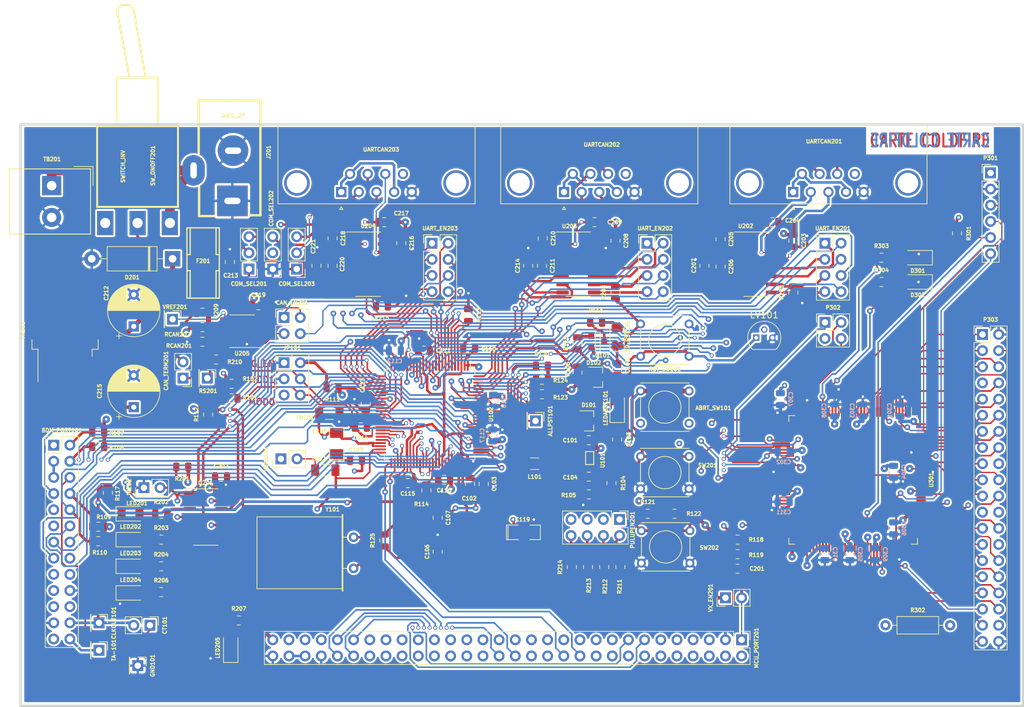
<source format=kicad_pcb>
(kicad_pcb (version 20210228) (generator pcbnew)
  (title_block (title "Demo Kicad") (date "2015-10-09") (rev "2"))
  (layers (0 "F.Cu" signal "Top_layer") (1 "In1.Cu" power "GND_layer") (2 "In2.Cu" power "VDD_layer") (31 "B.Cu" signal "Bottom_layer") (34 "B.Paste" user) (35 "F.Paste" user) (36 "B.SilkS" user "B.Silkscreen") (37 "F.SilkS" user "F.Silkscreen") (38 "B.Mask" user) (39 "F.Mask" user) (44 "Edge.Cuts" user))
  (net 0 "")
  (net 1 "/ALLPST")
  (net 2 "/AN2")
  (net 3 "/AN3")
  (net 4 "/AN4")
  (net 5 "/AN6")
  (net 6 "/BKPT-")
  (net 8 "/CLKMOD0")
  (net 9 "/CLKMOD1")
  (net 10 "/DDAT0")
  (net 11 "/DDAT1")
  (net 12 "/DDAT2")
  (net 13 "/DDAT3")
  (net 14 "/DSCLK")
  (net 15 "/DSI")
  (net 16 "/DSO")
  (net 17 "/DTIN1")
  (net 18 "/GPT1")
  (net 19 "/GPT3")
  (net 20 "/IRQ-5")
  (net 21 "/IRQ-6")
  (net 22 "/IRQ-7")
  (net 23 "/JTAG_EN")
  (net 24 "/PST0")
  (net 25 "/PST1")
  (net 26 "/PST2")
  (net 27 "/PST3")
  (net 28 "/QSPI_CS3")
  (net 29 "/TCLK")
  (net 30 "/VDDPLL")
  (net 31 "/inout_user/CAN_H")
  (net 32 "/inout_user/CAN_L")
  (net 33 "/inout_user/CTS0")
  (net 34 "/inout_user/CTS1")
  (net 36 "/inout_user/RTS0")
  (net 37 "/inout_user/RTS1")
  (net 38 "/inout_user/RTS2")
  (net 39 "/inout_user/RXD0")
  (net 40 "/inout_user/RXD1")
  (net 41 "/inout_user/RXD2")
  (net 42 "/inout_user/RxD_CAN")
  (net 43 "/inout_user/TXD0")
  (net 44 "/inout_user/TXD1")
  (net 46 "/inout_user/TxD_CAN")
  (net 47 "/xilinx/+3,3V_OUT")
  (net 48 "/xilinx/LED_TEST1")
  (net 49 "/xilinx/LED_TEST2")
  (net 50 "/xilinx/TCK")
  (net 51 "/xilinx/TDI")
  (net 52 "/xilinx/TDO")
  (net 53 "/xilinx/TMS")
  (net 54 "/xilinx/XIL_D0")
  (net 55 "/xilinx/XIL_D1")
  (net 56 "/xilinx/XIL_D10")
  (net 57 "/xilinx/XIL_D11")
  (net 58 "/xilinx/XIL_D12")
  (net 59 "/xilinx/XIL_D13")
  (net 60 "/xilinx/XIL_D14")
  (net 61 "/xilinx/XIL_D15")
  (net 62 "/xilinx/XIL_D16")
  (net 63 "/xilinx/XIL_D17")
  (net 64 "/xilinx/XIL_D18")
  (net 65 "/xilinx/XIL_D19")
  (net 66 "/xilinx/XIL_D2")
  (net 67 "/xilinx/XIL_D20")
  (net 68 "/xilinx/XIL_D21")
  (net 69 "/xilinx/XIL_D22")
  (net 70 "/xilinx/XIL_D23")
  (net 71 "/xilinx/XIL_D24")
  (net 72 "/xilinx/XIL_D25")
  (net 73 "/xilinx/XIL_D26")
  (net 74 "/xilinx/XIL_D27")
  (net 75 "/xilinx/XIL_D28")
  (net 76 "/xilinx/XIL_D29")
  (net 77 "/xilinx/XIL_D3")
  (net 78 "/xilinx/XIL_D30")
  (net 79 "/xilinx/XIL_D31")
  (net 80 "/xilinx/XIL_D32")
  (net 81 "/xilinx/XIL_D33")
  (net 82 "/xilinx/XIL_D34")
  (net 83 "/xilinx/XIL_D35")
  (net 84 "/xilinx/XIL_D36")
  (net 85 "/xilinx/XIL_D4")
  (net 86 "/xilinx/XIL_D5")
  (net 87 "/xilinx/XIL_D6")
  (net 88 "/xilinx/XIL_D7")
  (net 89 "/xilinx/XIL_D8")
  (net 90 "/xilinx/XIL_D9")
  (net 91 "GND")
  (net 92 "GNDA")
  (net 93 "/AN0")
  (net 94 "/AN1")
  (net 95 "/QSPI_CS0")
  (net 96 "/AN5")
  (net 97 "/AN7")
  (net 98 "/IRQ-4")
  (net 99 "/DTIN0")
  (net 100 "/DTIN2")
  (net 101 "/DTIN3")
  (net 102 "/GPT0")
  (net 103 "/GPT2")
  (net 104 "+3.3V")
  (net 105 "/VCCA")
  (net 106 "/IRQ-1")
  (net 107 "/IRQ-2")
  (net 108 "/IRQ-3")
  (net 109 "/XTAL")
  (net 110 "/RCON-")
  (net 111 "/RSTO-")
  (net 112 "/RSTI-")
  (net 113 "/QSPI_CS1")
  (net 114 "/URTS1")
  (net 115 "/UCTS1")
  (net 116 "/QSPI_CLK")
  (net 117 "/DSPI_DOUT")
  (net 118 "/QSPI_DIN")
  (net 119 "/QSPI_CS2")
  (net 120 "/URXD1")
  (net 121 "/UTXD1")
  (net 122 "/PWM7")
  (net 123 "/PWM5")
  (net 124 "/PWM1")
  (net 125 "/PWM3")
  (net 126 "/URTS2")
  (net 127 "/UTXD2")
  (net 128 "/URXD2")
  (net 129 "/UCTS2")
  (net 130 "/CANRX")
  (net 131 "/CANTX")
  (net 132 "/URTS0")
  (net 133 "/UTXD0")
  (net 134 "/URXD0")
  (net 135 "/UCTS0")
  (net 136 "Net-(ABRT_SW101-Pad1)")
  (net 137 "Net-(BDM_PORT101-Pad26)")
  (net 138 "Net-(BDM_PORT101-Pad6)")
  (net 139 "Net-(C104-Pad1)")
  (net 140 "Net-(C105-Pad1)")
  (net 141 "Net-(C201-Pad2)")
  (net 142 "Net-(C204-Pad2)")
  (net 143 "Net-(C205-Pad2)")
  (net 144 "Net-(C205-Pad1)")
  (net 145 "Net-(C206-Pad2)")
  (net 146 "Net-(C206-Pad1)")
  (net 147 "Net-(C207-Pad1)")
  (net 148 "Net-(C209-Pad2)")
  (net 149 "Net-(C210-Pad2)")
  (net 150 "Net-(C210-Pad1)")
  (net 151 "Net-(C211-Pad2)")
  (net 152 "Net-(C211-Pad1)")
  (net 153 "Net-(C212-Pad1)")
  (net 154 "Net-(C214-Pad1)")
  (net 155 "Net-(C217-Pad2)")
  (net 156 "Net-(C218-Pad2)")
  (net 157 "Net-(C218-Pad1)")
  (net 158 "Net-(C220-Pad2)")
  (net 159 "Net-(C220-Pad1)")
  (net 160 "Net-(C221-Pad1)")
  (net 161 "Net-(CAN_TERM201-Pad2)")
  (net 162 "Net-(COM_SEL201-Pad3)")
  (net 163 "Net-(COM_SEL202-Pad3)")
  (net 164 "Net-(COM_SEL203-Pad3)")
  (net 165 "Net-(D101-Pad1)")
  (net 166 "Net-(D301-Pad2)")
  (net 167 "Net-(D302-Pad2)")
  (net 168 "Net-(F201-Pad1)")
  (net 169 "Net-(J201-Pad3)")
  (net 170 "Net-(L102-Pad1)")
  (net 171 "Net-(LED201-Pad2)")
  (net 172 "Net-(LED202-Pad2)")
  (net 173 "Net-(LED203-Pad2)")
  (net 174 "Net-(LED204-Pad2)")
  (net 175 "Net-(LED205-Pad2)")
  (net 176 "Net-(LEDABRT101-Pad1)")
  (net 177 "Net-(P302-Pad4)")
  (net 178 "Net-(P302-Pad2)")
  (net 179 "Net-(PULUPEN201-Pad8)")
  (net 180 "Net-(PULUPEN201-Pad6)")
  (net 181 "Net-(PULUPEN201-Pad4)")
  (net 182 "Net-(PULUPEN201-Pad2)")
  (net 183 "Net-(Q101-Pad3)")
  (net 184 "Net-(Q101-Pad2)")
  (net 185 "Net-(R113-Pad1)")
  (net 186 "Net-(R114-Pad1)")
  (net 187 "Net-(R202-Pad2)")
  (net 188 "Net-(R203-Pad2)")
  (net 189 "Net-(R204-Pad2)")
  (net 190 "Net-(R205-Pad2)")
  (net 191 "Net-(R206-Pad2)")
  (net 192 "Net-(R208-Pad2)")
  (net 193 "Net-(R210-Pad1)")
  (net 194 "Net-(R215-Pad2)")
  (net 195 "Net-(U202-Pad12)")
  (net 196 "Net-(U202-Pad11)")
  (net 197 "Net-(U202-Pad9)")
  (net 198 "Net-(U203-Pad12)")
  (net 199 "Net-(U203-Pad11)")
  (net 200 "Net-(U203-Pad9)")
  (net 201 "Net-(U204-Pad12)")
  (net 202 "Net-(U204-Pad10)")
  (net 203 "Net-(U204-Pad9)")
  (net 204 "Net-(U205-Pad5)")
  (net 205 "Net-(UARTCAN201-Pad1)")
  (net 206 "Net-(UARTCAN202-Pad1)")
  (net 207 "Net-(UARTCAN203-Pad1)")
  (net 208 "Net-(JP201-Pad2)")
  (net 209 "Net-(LED_RST101-Pad2)")
  (net 210 "/CLKIN{slash}EXTAL")
  (net 211 "/inout_user/TXD2{slash}CANL")
  (net 212 "/inout_user/CTS2{slash}CANH")
  (footprint "kit-dev-coldfire:SW_PUSH_SMALL" (layer "F.Cu") (at 172.339 100.33)
    (fp_text reference "ABRT_SW101")
    (fp_text value "SW_PUSH")
  )
  (footprint "Connector_PinHeader_2.54mm:PinHeader_1x01_P2.54mm_Vertical" (layer "F.Cu") (at 152.019 102.489 -90)
    (fp_text reference "ALLPST101")
    (fp_text value "CONN_1")
  )
  (footprint "Connector_PinHeader_2.54mm:PinHeader_2x13_P2.54mm_Vertical" (layer "F.Cu") (at 76.327 106.299)
    (fp_text reference "BDM_PORT101")
    (fp_text value "CONN_13X2")
  )
  (footprint "Capacitor_SMD:C_0805_2012Metric" (layer "F.Cu") (at 136.652 117.729 -90)
    (fp_text reference "C107")
    (fp_text value "10pF")
  )
  (footprint "Capacitor_SMD:C_0805_2012Metric" (layer "F.Cu") (at 136.652 123.063 90)
    (fp_text reference "C106")
    (fp_text value "10pF")
  )
  (footprint "Capacitor_SMD:C_0805_2012Metric" (layer "F.Cu") (at 164.846 94.361 90)
    (fp_text reference "C105")
    (fp_text value "1nF")
  )
  (footprint "Capacitor_SMD:C_0805_2012Metric" (layer "F.Cu") (at 141.605 91.059 180)
    (fp_text reference "C110")
    (fp_text value "100nF")
  )
  (footprint "Capacitor_SMD:C_0805_2012Metric" (layer "F.Cu") (at 134.493 91.44 180)
    (fp_text reference "C111")
    (fp_text value "100nF")
  )
  (footprint "Capacitor_SMD:C_0805_2012Metric" (layer "F.Cu") (at 125.349 99.822 -90)
    (fp_text reference "C113")
    (fp_text value "100nF")
  )
  (footprint "Capacitor_SMD:C_0805_2012Metric" (layer "F.Cu") (at 124.587 103.505 180)
    (fp_text reference "C114")
    (fp_text value "100nF")
  )
  (footprint "Capacitor_SMD:C_0805_2012Metric" (layer "F.Cu") (at 131.953 112.268 180)
    (fp_text reference "C115")
    (fp_text value "100nF")
  )
  (footprint "Capacitor_SMD:C_0805_2012Metric" (layer "F.Cu") (at 137.668 111.76 180)
    (fp_text reference "C116")
    (fp_text value "100nF")
  )
  (footprint "Capacitor_SMD:C_0805_2012Metric" (layer "F.Cu") (at 160.401 105.537)
    (fp_text reference "C101")
    (fp_text value "100nF")
  )
  (footprint "Capacitor_SMD:C_0805_2012Metric" (layer "F.Cu") (at 160.401 111.252 180)
    (fp_text reference "C104")
    (fp_text value "100nF")
  )
  (footprint "kit-dev-coldfire:SM1206POL" (layer "F.Cu") (at 120.777 106.045 90)
    (fp_text reference "C108")
    (fp_text value "10uF" hide)
  )
  (footprint "kit-dev-coldfire:SM1206POL" (layer "F.Cu") (at 150.241 120.015)
    (fp_text reference "C119")
    (fp_text value "100uF" hide)
  )
  (footprint "Capacitor_SMD:C_0805_2012Metric" (layer "F.Cu") (at 123.825 108.712)
    (fp_text reference "C109")
    (fp_text value "100nF")
  )
  (footprint "Capacitor_SMD:C_0805_2012Metric" (layer "F.Cu") (at 141.732 112.395 -90)
    (fp_text reference "C102")
    (fp_text value "1nF")
  )
  (footprint "Capacitor_SMD:C_0805_2012Metric" (layer "F.Cu") (at 143.891 112.395 -90)
    (fp_text reference "C103")
    (fp_text value "100nF")
  )
  (footprint "Capacitor_SMD:C_0805_2012Metric" (layer "F.Cu") (at 192.532 74.168 -90)
    (fp_text reference "C203")
    (fp_text value "100nF")
  )
  (footprint "Capacitor_SMD:C_0805_2012Metric" (layer "F.Cu") (at 189.23 71.247 180)
    (fp_text reference "C204")
    (fp_text value "100nF")
  )
  (footprint "Capacitor_SMD:C_0805_2012Metric" (layer "F.Cu") (at 181.102 73.914 -90)
    (fp_text reference "C205")
    (fp_text value "100nF")
  )
  (footprint "Capacitor_SMD:C_0805_2012Metric" (layer "F.Cu") (at 181.102 78.232 -90)
    (fp_text reference "C206")
    (fp_text value "100nF")
  )
  (footprint "Capacitor_SMD:C_0805_2012Metric" (layer "F.Cu") (at 102.616 111.252)
    (fp_text reference "C202")
    (fp_text value "100nF")
  )
  (footprint "Capacitor_SMD:C_0805_2012Metric" (layer "F.Cu") (at 178.562 78.105 90)
    (fp_text reference "C207")
    (fp_text value "100nF")
  )
  (footprint "Capacitor_SMD:C_0805_2012Metric" (layer "F.Cu") (at 164.592 74.168 -90)
    (fp_text reference "C208")
    (fp_text value "100nF")
  )
  (footprint "Capacitor_SMD:C_0805_2012Metric" (layer "F.Cu") (at 161.29 71.247 180)
    (fp_text reference "C209")
    (fp_text value "100nF")
  )
  (footprint "Capacitor_SMD:C_0805_2012Metric" (layer "F.Cu") (at 153.162 73.787 -90)
    (fp_text reference "C210")
    (fp_text value "100nF")
  )
  (footprint "Capacitor_SMD:C_0805_2012Metric" (layer "F.Cu") (at 153.035 78.105 -90)
    (fp_text reference "C211")
    (fp_text value "100nF")
  )
  (footprint "Capacitor_SMD:C_0805_2012Metric" (layer "F.Cu") (at 150.876 78.105 90)
    (fp_text reference "C214")
    (fp_text value "100nF")
  )
  (footprint "Capacitor_SMD:C_0805_2012Metric" (layer "F.Cu") (at 108.458 84.328)
    (fp_text reference "C219")
    (fp_text value "100nF")
  )
  (footprint "Capacitor_SMD:C_0805_2012Metric" (layer "F.Cu") (at 128.27 71.247 180)
    (fp_text reference "C217")
    (fp_text value "100nF")
  )
  (footprint "Capacitor_SMD:C_0805_2012Metric" (layer "F.Cu") (at 120.142 78.105 -90)
    (fp_text reference "C220")
    (fp_text value "100nF")
  )
  (footprint "Capacitor_THT:CP_Radial_D8.0mm_P5.00mm" (layer "F.Cu") (at 88.9 87.63 90)
    (fp_text reference "C212")
    (fp_text value "10uF")
  )
  (footprint "Capacitor_THT:CP_Radial_D8.0mm_P5.00mm" (layer "F.Cu") (at 88.9 100.33 90)
    (fp_text reference "C215")
    (fp_text value "220uF")
  )
  (footprint "Capacitor_SMD:C_0805_2012Metric" (layer "F.Cu") (at 104 77.5 90)
    (fp_text reference "C213")
    (fp_text value "100nF")
  )
  (footprint "Capacitor_SMD:C_0805_2012Metric" (layer "F.Cu") (at 183.769 125.73)
    (fp_text reference "C201")
    (fp_text value "100nF")
  )
  (footprint "Capacitor_SMD:C_0805_2012Metric" (layer "F.Cu") (at 120.142 73.787 -90)
    (fp_text reference "C218")
    (fp_text value "100nF")
  )
  (footprint "Capacitor_SMD:C_0805_2012Metric" (layer "F.Cu") (at 117.602 78.105 90)
    (fp_text reference "C221")
    (fp_text value "100nF")
  )
  (footprint "Capacitor_SMD:C_0805_2012Metric" (layer "F.Cu") (at 130.937 74.549 -90)
    (fp_text reference "C216")
    (fp_text value "100nF")
  )
  (footprint "Connector_PinHeader_2.54mm:PinHeader_1x02_P2.54mm_Vertical" (layer "F.Cu") (at 96.647 95.758 180)
    (fp_text reference "CAN_TERM201")
    (fp_text value "JUMPER")
  )
  (footprint "Connector_PinHeader_2.54mm:PinHeader_1x01_P2.54mm_Vertical" (layer "F.Cu") (at 83.439 134.239 -90)
    (fp_text reference "CLKOUT101")
    (fp_text value "CONN_1")
  )
  (footprint "Connector_PinHeader_2.54mm:PinHeader_1x03_P2.54mm_Vertical" (layer "F.Cu") (at 114.5 78.613 180)
    (fp_text reference "COM_SEL203")
    (fp_text value "CONN_3")
  )
  (footprint "Connector_PinHeader_2.54mm:PinHeader_1x03_P2.54mm_Vertical" (layer "F.Cu") (at 110.744 78.613 180)
    (fp_text reference "COM_SEL202")
    (fp_text value "CONN_3")
  )
  (footprint "Connector_PinHeader_2.54mm:PinHeader_1x02_P2.54mm_Vertical" (layer "F.Cu") (at 91.44 134.62 -90)
    (fp_text reference "CT101")
    (fp_text value "JUMPER")
  )
  (footprint "Diode_SMD:D_SOT-23_ANK" (layer "F.Cu") (at 160.401 102.489)
    (fp_text reference "D101")
    (fp_text value "BAT54")
  )
  (footprint "Diode_SMD:D_SOT-23_ANK" (layer "F.Cu") (at 161.798 95.631)
    (fp_text reference "D102")
    (fp_text value "BAT54")
  )
  (footprint "Diode_THT:D_DO-15_P12.70mm_Horizontal" (layer "F.Cu") (at 95 77 180)
    (fp_text reference "D201")
    (fp_text value "1N4004")
  )
  (footprint "LED_SMD:LED_1206_3216Metric" (layer "F.Cu") (at 212.09 76.835 180)
    (fp_text reference "D301")
    (fp_text value "LED")
  )
  (footprint "LED_SMD:LED_1206_3216Metric" (layer "F.Cu") (at 212.09 80.645 180)
    (fp_text reference "D302")
    (fp_text value "LED")
  )
  (footprint "kit-dev-coldfire:FSUPCMS" (layer "F.Cu") (at 99.8 77.6 -90)
    (fp_text reference "F201")
    (fp_text value "FUSE")
  )
  (footprint "Resistor_SMD:R_1206_3216Metric_Pad1.24x1.80mm_HandSolder" (layer "F.Cu") (at 119.634 101.346 180)
    (fp_text reference "FB101")
    (fp_text value "BEAD")
  )
  (footprint "Connector_PinHeader_2.54mm:PinHeader_1x01_P2.54mm_Vertical" (layer "F.Cu") (at 89.535 140.97 -90)
    (fp_text reference "GND101")
    (fp_text value "CONN_1")
  )
  (footprint "kit-dev-coldfire:JACK_ALIM" (layer "F.Cu") (at 104.5 60 -90)
    (fp_text reference "J201")
    (fp_text value "JACK_2P")
  )
  (footprint "Resistor_SMD:R_1206_3216Metric_Pad1.24x1.80mm_HandSolder" (layer "F.Cu") (at 118.999 110.236)
    (fp_text reference "L102")
    (fp_text value "10uH")
  )
  (footprint "Resistor_SMD:R_1206_3216Metric_Pad1.24x1.80mm_HandSolder" (layer "F.Cu") (at 151.892 109.22 180)
    (fp_text reference "L101")
    (fp_text value "10uH")
  )
  (footprint "LED_SMD:LED_1206_3216Metric" (layer "F.Cu") (at 88.392 117.094)
    (fp_text reference "LED201")
    (fp_text value "LED")
  )
  (footprint "LED_SMD:LED_1206_3216Metric" (layer "F.Cu") (at 88.392 121.158)
    (fp_text reference "LED202")
    (fp_text value "LED")
  )
  (footprint "LED_SMD:LED_1206_3216Metric" (layer "F.Cu") (at 88.392 125.349)
    (fp_text reference "LED203")
    (fp_text value "LED")
  )
  (footprint "LED_SMD:LED_1206_3216Metric" (layer "F.Cu") (at 88.392 129.54)
    (fp_text reference "LED204")
    (fp_text value "LED")
  )
  (footprint "LED_SMD:LED_1206_3216Metric" (layer "F.Cu") (at 104.14 138.176 90)
    (fp_text reference "LED205")
    (fp_text value "LED")
  )
  (footprint "LED_SMD:LED_1206_3216Metric" (layer "F.Cu") (at 164.846 100.457 90)
    (fp_text reference "LEDABRT101")
    (fp_text value "LED_RED")
  )
  (footprint "Package_TO_SOT_THT:TO-92_Molded_Narrow" (layer "F.Cu") (at 186.69 89.408)
    (fp_text reference "LV101")
    (fp_text value "DS1818")
  )
  (footprint "Connector_PinHeader_2.54mm:PinHeader_2x30_P2.54mm_Vertical" (layer "F.Cu") (at 184.404 136.906 -90)
    (fp_text reference "MCU_PORT201")
    (fp_text value "CONN_30X2")
  )
  (footprint "Connector_PinHeader_2.54mm:PinHeader_1x06_P2.54mm_Vertical" (layer "F.Cu") (at 223.52 63.5)
    (fp_text reference "P301")
    (fp_text value "CONN_6")
  )
  (footprint "Connector_PinHeader_2.54mm:PinHeader_2x20_P2.54mm_Vertical" (layer "F.Cu") (at 222.25 88.9)
    (fp_text reference "P303")
    (fp_text value "CONN_20X2")
  )
  (footprint "Connector_PinHeader_2.54mm:PinHeader_2x04_P2.54mm_Vertical" (layer "F.Cu") (at 165.227 117.983 -90)
    (fp_text reference "PULUPEN201")
    (fp_text value "CONN_4X2")
  )
  (footprint "kit-dev-coldfire:SOT23EBC" (layer "F.Cu") (at 161.798 90.043 90)
    (fp_text reference "Q101")
    (fp_text value "3906" hide)
  )
  (footprint "Resistor_SMD:R_0805_2012Metric" (layer "F.Cu") (at 128.27 121.285 90)
    (fp_text reference "R125")
    (fp_text value "1M")
  )
  (footprint "Resistor_SMD:R_0805_2012Metric" (layer "F.Cu") (at 104.267 96.647)
    (fp_text reference "R102")
    (fp_text value "4,7K")
  )
  (footprint "Resistor_SMD:R_0805_2012Metric" (layer "F.Cu") (at 183.769 121.158 180)
    (fp_text reference "R118")
    (fp_text value "10K")
  )
  (footprint "Resistor_SMD:R_0805_2012Metric" (layer "F.Cu") (at 183.769 123.444 180)
    (fp_text reference "R119")
    (fp_text value "10K")
  )
  (footprint "Resistor_SMD:R_0805_2012Metric" (layer "F.Cu") (at 153.035 93.853)
    (fp_text reference "R120")
    (fp_text value "10K")
  )
  (footprint "Resistor_SMD:R_0805_2012Metric" (layer "F.Cu") (at 163.957 112.268 -90)
    (fp_text reference "R104")
    (fp_text value "1K")
  )
  (footprint "Resistor_SMD:R_0805_2012Metric" (layer "F.Cu") (at 169.672 117.094)
    (fp_text reference "R121")
    (fp_text value "10K")
  )
  (footprint "Resistor_SMD:R_0805_2012Metric" (layer "F.Cu") (at 141.478 85.852 90)
    (fp_text reference "R113")
    (fp_text value "0")
  )
  (footprint "Resistor_SMD:R_0805_2012Metric" (layer "F.Cu") (at 173.863 117.094 180)
    (fp_text reference "R122")
    (fp_text value "10K")
  )
  (footprint "Resistor_SMD:R_0805_2012Metric" (layer "F.Cu") (at 153.035 98.298)
    (fp_text reference "R123")
    (fp_text value "10K")
  )
  (footprint "Resistor_SMD:R_0805_2012Metric" (layer "F.Cu") (at 160.401 114.046 180)
    (fp_text reference "R105")
    (fp_text value "20K")
  )
  (footprint "Resistor_SMD:R_0805_2012Metric" (layer "F.Cu") (at 153.035 96.012)
    (fp_text reference "R124")
    (fp_text value "10K")
  )
  (footprint "Resistor_SMD:R_0805_2012Metric" (layer "F.Cu") (at 164.846 105.41 -90)
    (fp_text reference "R103")
    (fp_text value "270")
  )
  (footprint "Resistor_SMD:R_0805_2012Metric" (layer "F.Cu") (at 158.623 94.869 90)
    (fp_text reference "R106")
    (fp_text value "4,7K")
  )
  (footprint "Resistor_SMD:R_0805_2012Metric" (layer "F.Cu") (at 120.142 97.282 180)
    (fp_text reference "R111")
    (fp_text value "4,7K")
  )
  (footprint "Resistor_SMD:R_0805_2012Metric" (layer "F.Cu") (at 83.312 104.267 180)
    (fp_text reference "R107")
    (fp_text value "4,7K")
  )
  (footprint "Resistor_SMD:R_0805_2012Metric" (layer "F.Cu") (at 83.312 106.553 180)
    (fp_text reference "R108")
    (fp_text value "4,7K")
  )
  (footprint "Resistor_SMD:R_0805_2012Metric" (layer "F.Cu") (at 83.312 119.126 180)
    (fp_text reference "R109")
    (fp_text value "4,7K")
  )
  (footprint "Resistor_SMD:R_0805_2012Metric" (layer "F.Cu") (at 83.312 121.412 180)
    (fp_text reference "R110")
    (fp_text value "4,7K")
  )
  (footprint "Resistor_SMD:R_0805_2012Metric" (layer "F.Cu") (at 158.623 90.297 90)
    (fp_text reference "R115")
    (fp_text value "4.7K")
  )
  (footprint "Resistor_SMD:R_0805_2012Metric" (layer "F.Cu") (at 161.544 86.995)
    (fp_text reference "R116")
    (fp_text value "270")
  )
  (footprint "Resistor_SMD:R_0805_2012Metric" (layer "F.Cu") (at 127.889 84.455 180)
    (fp_text reference "R215")
    (fp_text value "10K")
  )
  (footprint "Resistor_SMD:R_0805_2012Metric" (layer "F.Cu") (at 104.267 98.933)
    (fp_text reference "R101")
    (fp_text value "4,7K")
  )
  (footprint "Resistor_SMD:R_0805_2012Metric" (layer "F.Cu") (at 84.836 113.792 -90)
    (fp_text reference "R117")
    (fp_text value "10K")
  )
  (footprint "Resistor_SMD:R_0805_2012Metric" (layer "F.Cu") (at 93.218 117.094)
    (fp_text reference "R202")
    (fp_text value "270")
  )
  (footprint "Resistor_SMD:R_0805_2012Metric" (layer "F.Cu") (at 192.532 82.296 90)
    (fp_text reference "R205")
    (fp_text value "10K")
  )
  (footprint "Resistor_SMD:R_0805_2012Metric" (layer "F.Cu") (at 93.218 121.158)
    (fp_text reference "R203")
    (fp_text value "270")
  )
  (footprint "Resistor_SMD:R_0805_2012Metric" (layer "F.Cu") (at 93.218 125.349)
    (fp_text reference "R204")
    (fp_text value "270")
  )
  (footprint "Resistor_SMD:R_0805_2012Metric" (layer "F.Cu") (at 93.218 129.413)
    (fp_text reference "R206")
    (fp_text value "270")
  )
  (footprint "Resistor_SMD:R_0805_2012Metric" (layer "F.Cu") (at 96.52 109.728 180)
    (fp_text reference "R201")
    (fp_text value "10K")
  )
  (footprint "Resistor_SMD:R_0805_2012Metric" (layer "F.Cu") (at 164.592 82.296 90)
    (fp_text reference "R208")
    (fp_text value "10K")
  )
  (footprint "Resistor_SMD:R_0805_2012Metric" (layer "F.Cu") (at 101.854 92.837)
    (fp_text reference "R210")
    (fp_text value "1K")
  )
  (footprint "Resistor_SMD:R_0805_2012Metric" (layer "F.Cu") (at 99.695 85.471 180)
    (fp_text reference "R209")
    (fp_text value "62")
  )
  (footprint "Resistor_SMD:R_0805_2012Metric" (layer "F.Cu") (at 100.584 101.473 90)
    (fp_text reference "R112")
    (fp_text value "4,7K")
  )
  (footprint "Resistor_SMD:R_0805_2012Metric" (layer "F.Cu") (at 134.874 113.411 -90)
    (fp_text reference "R114")
    (fp_text value "22")
  )
  (footprint "Resistor_SMD:R_0805_2012Metric" (layer "F.Cu") (at 157.734 125.476 90)
    (fp_text reference "R214")
    (fp_text value "4,7K")
  )
  (footprint "Resistor_SMD:R_0805_2012Metric" (layer "F.Cu") (at 160.274 125.476 90)
    (fp_text reference "R213")
    (fp_text value "4,7K")
  )
  (footprint "Resistor_SMD:R_0805_2012Metric" (layer "F.Cu") (at 162.814 125.476 90)
    (fp_text reference "R212")
    (fp_text value "4,7K")
  )
  (footprint "Resistor_SMD:R_0805_2012Metric" (layer "F.Cu") (at 165.354 125.476 90)
    (fp_text reference "R211")
    (fp_text value "4,7K")
  )
  (footprint "Resistor_SMD:R_0805_2012Metric" (layer "F.Cu") (at 105.41 133.858)
    (fp_text reference "R207")
    (fp_text value "270")
  )
  (footprint "Resistor_SMD:R_0805_2012Metric" (layer "F.Cu") (at 218.25 73 -90)
    (fp_text reference "R301")
    (fp_text value "4K7")
  )
  (footprint "Resistor_SMD:R_0805_2012Metric" (layer "F.Cu") (at 206.375 76.835)
    (fp_text reference "R303")
    (fp_text value "1K")
  )
  (footprint "Resistor_SMD:R_0805_2012Metric" (layer "F.Cu") (at 206.375 80.645)
    (fp_text reference "R304")
    (fp_text value "1K")
  )
  (footprint "Resistor_THT:R_Axial_DIN0207_L6.3mm_D2.5mm_P10.16mm_Horizontal" (layer "F.Cu") (at 207.01 134.62)
    (fp_text reference "R302")
    (fp_text value "3,3")
  )
  (footprint "Resistor_SMD:R_0805_2012Metric" (layer "F.Cu") (at 99.695 87.757)
    (fp_text reference "RCAN202")
    (fp_text value "R")
  )
  (footprint "Resistor_SMD:R_0805_2012Metric" (layer "F.Cu") (at 99.695 90.043)
    (fp_text reference "RCAN201")
    (fp_text value "R")
  )
  (footprint "LED_SMD:LED_1206_3216Metric" (layer "F.Cu") (at 164.846 89.281 90)
    (fp_text reference "LED_RST101")
    (fp_text value "LED_RED")
  )
  (footprint "Connector_PinHeader_2.54mm:PinHeader_1x01_P2.54mm_Vertical" (layer "F.Cu") (at 100.457 95.758 -90)
    (fp_text reference "RS201")
    (fp_text value "CONN_1")
  )
  (footprint "kit-dev-coldfire:SW_PUSH_SMALL" (layer "F.Cu") (at 172.339 89.789 180)
    (fp_text reference "RST_SW101")
    (fp_text value "SW_PUSH")
  )
  (footprint "kit-dev-coldfire:SW_PUSH_SMALL" (layer "F.Cu") (at 172.339 110.617)
    (fp_text reference "SW201")
    (fp_text value "SW_PUSH")
  )
  (footprint "kit-dev-coldfire:SW_PUSH_SMALL" (layer "F.Cu") (at 172.466 122.301)
    (fp_text reference "SW202")
    (fp_text value "SW_PUSH")
  )
  (footprint "kit-dev-coldfire:SW_SPDT" (layer "F.Cu") (at 89.5 71.374 90)
    (fp_text reference "SW_ONOFF201")
    (fp_text value "SWITCH_INV")
  )
  (footprint "Connector_PinHeader_2.54mm:PinHeader_1x01_P2.54mm_Vertical" (layer "F.Cu") (at 83.439 138.557 -90)
    (fp_text reference "TA-101")
    (fp_text value "CONN_1")
  )
  (footprint "TerminalBlock_Altech:Altech_AK300_1x02_P5.00mm_45-Degree" (layer "F.Cu") (at 76 65.5 -90)
    (fp_text reference "TB201")
    (fp_text value "CONN_2")
  )
  (footprint "Package_QFP:LQFP-100_14x14mm_P0.5mm" (layer "F.Cu") (at 135.382 101.473 -90)
    (fp_text reference "U102")
    (fp_text value "MCF5213-LQFP100")
  )
  (footprint "kit-dev-coldfire:SOT353" (layer "F.Cu") (at 160.528 108.331)
    (fp_text reference "U101")
    (fp_text value "74AHC1G14" hide)
  )
  (footprint "Package_SO:SOIC-16_3.9x9.9mm_P1.27mm" (layer "F.Cu") (at 186.69 77.851)
    (fp_text reference "U202")
    (fp_text value "MAX202")
  )
  (footprint "Package_SO:SOIC-16_3.9x9.9mm_P1.27mm" (layer "F.Cu") (at 158.75 77.851)
    (fp_text reference "U203")
    (fp_text value "MAX202")
  )
  (footprint "Package_SO:SOIC-8_3.9x4.9mm_P1.27mm" (layer "F.Cu") (at 105.918 88.392 180)
    (fp_text reference "U205")
    (fp_text value "PCA82C251")
  )
  (footprint "Package_SO:SOIC-16_3.9x9.9mm_P1.27mm" (layer "F.Cu") (at 125.73 77.851)
    (fp_text reference "U204")
    (fp_text value "MAX202")
  )
  (footprint "Connector_PinHeader_2.54mm:PinHeader_2x04_P2.54mm_Vertical" (layer "F.Cu") (at 197.485 74.549)
    (fp_text reference "UART_EN201")
    (fp_text value "CONN_4X2")
  )
  (footprint "Connector_PinHeader_2.54mm:PinHeader_2x04_P2.54mm_Vertical" (layer "F.Cu") (at 169.545 74.549)
    (fp_text reference "UART_EN202")
    (fp_text value "CONN_4X2")
  )
  (footprint "Connector_PinHeader_2.54mm:PinHeader_2x04_P2.54mm_Vertical" (layer "F.Cu") (at 135.763 74.549)
    (fp_text reference "UART_EN203")
    (fp_text value "CONN_4X2")
  )
  (footprint "Connector_PinHeader_2.54mm:PinHeader_1x02_P2.54mm_Vertical" (layer "F.Cu") (at 112.014 108.458 90)
    (fp_text reference "VDDA101")
    (fp_text value "JUMPER")
  )
  (footprint "Package_TO_SOT_SMD:TO-263-5_TabPin3" (layer "F.Cu") (at 78.105 88.265 90)
    (fp_text reference "VR201")
    (fp_text value "LT1129_QPACK")
  )
  (footprint "Crystal:Crystal_HC18-U_Horizontal" (layer "F.Cu") (at 123.444 120.777 -90)
    (fp_text reference "Y101")
    (fp_text value "8MHz")
  )
  (footprint "Package_QFP:TQFP-144_20x20mm_P0.5mm" (layer "F.Cu") (at 201.93 111.76 -90)
    (fp_text reference "U301")
    (fp_text value "XCR3256-TQ144")
  )
  (footprint "Connector_PinHeader_2.54mm:PinHeader_2x02_P2.54mm_Vertical" (layer "F.Cu") (at 112.522 86.233)
    (fp_text reference "CAN_EN201")
    (fp_text value "CONN_2X2")
  )
  (footprint "Connector_PinHeader_2.54mm:PinHeader_1x02_P2.54mm_Vertical" (layer "F.Cu") (at 181.864 130.302 90)
    (fp_text reference "VX_EN201")
    (fp_text value "JUMPER")
  )
  (footprint "Package_SO:SOIC-14_3.9x8.7mm_P1.27mm" (layer "F.Cu") (at 100.203 117.602)
    (fp_text reference "U201")
    (fp_text value "74HC125")
  )
  (footprint "Connector_PinHeader_2.54mm:PinHeader_2x03_P2.54mm_Vertical" (layer "F.Cu") (at 112.522 93.345)
    (fp_text reference "JP101")
    (fp_text value "JUMPER_TRIPLE")
  )
  (footprint "Connector_PinHeader_2.54mm:PinHeader_2x02_P2.54mm_Vertical" (layer "F.Cu") (at 197.5 87)
    (fp_text reference "P302")
    (fp_text value "CONN_2X2")
  )
  (footprint "Connector_PinHeader_2.54mm:PinHeader_1x03_P2.54mm_Vertical" (layer "F.Cu") (at 107 78.613 180)
    (fp_text reference "COM_SEL201")
    (fp_text value "CONN_3")
  )
  (footprint "Connector_PinHeader_2.54mm:PinHeader_1x02_P2.54mm_Vertical" (layer "F.Cu") (at 90.5 113 90)
    (fp_text reference "JP201")
    (fp_text value "JUMPER")
  )
  (footprint "Connector_Dsub:DSUB-9_Female_Horizontal_P2.77x2.84mm_EdgePinOffset7.70mm_Housed_MountingHolesOffset9.12mm" (layer "F.Cu") (at 192.5 66.5 180)
    (fp_text reference "UARTCAN201")
    (fp_text value "DB9")
  )
  (footprint "Connector_Dsub:DSUB-9_Female_Horizontal_P2.77x2.84mm_EdgePinOffset7.70mm_Housed_MountingHolesOffset9.12mm" (layer "F.Cu") (at 156.5 66.5 180)
    (fp_text reference "UARTCAN202")
    (fp_text value "DB9")
  )
  (footprint "Connector_Dsub:DSUB-9_Female_Horizontal_P2.77x2.84mm_EdgePinOffset7.70mm_Housed_MountingHolesOffset9.12mm" (layer "F.Cu") (at 121.5 66.5 180)
    (fp_text reference "UARTCAN203")
    (fp_text value "DB9")
  )
  (footprint "Connector_PinHeader_2.54mm:PinHeader_1x01_P2.54mm_Vertical" (layer "F.Cu") (at 95 86.5 -90)
    (fp_text reference "VREF201")
    (fp_text value "CONN_1")
  )
  (footprint "Capacitor_SMD:C_0805_2012Metric" (layer "B.Cu") (at 129.921 91.44 180)
    (fp_text reference "C112")
    (fp_text value "100nF")
  )
  (footprint "Capacitor_SMD:C_0805_2012Metric" (layer "B.Cu") (at 145.288 104.775 90)
    (fp_text reference "C117")
    (fp_text value "100nF")
  )
  (footprint "Capacitor_SMD:C_0805_2012Metric" (layer "B.Cu") (at 145.415 99.314 -90)
    (fp_text reference "C118")
    (fp_text value "100nF")
  )
  (footprint "Capacitor_SMD:C_0805_2012Metric" (layer "B.Cu") (at 209.296 100.838 90)
    (fp_text reference "C301")
    (fp_text value "100nF")
  )
  (footprint "Capacitor_SMD:C_0805_2012Metric" (layer "B.Cu") (at 191.008 107.315 180)
    (fp_text reference "C302")
    (fp_text value "100nF")
  )
  (footprint "Capacitor_SMD:C_0805_2012Metric" (layer "B.Cu") (at 203.454 100.838 90)
    (fp_text reference "C303")
    (fp_text value "100nF")
  )
  (footprint "Capacitor_SMD:C_0805_2012Metric" (layer "B.Cu") (at 208.28 110.49 -90)
    (fp_text reference "C304")
    (fp_text value "100nF")
  )
  (footprint "Capacitor_SMD:C_0805_2012Metric" (layer "B.Cu") (at 201.422 123.444 -90)
    (fp_text reference "C305")
    (fp_text value "100nF")
  )
  (footprint "Capacitor_SMD:C_0805_2012Metric" (layer "B.Cu") (at 208.28 119.38 -90)
    (fp_text reference "C306")
    (fp_text value "100nF")
  )
  (footprint "Capacitor_SMD:C_0805_2012Metric" (layer "B.Cu") (at 190.5 99.06 -90)
    (fp_text reference "C307")
    (fp_text value "100nF")
  )
  (footprint "Capacitor_SMD:C_0805_2012Metric" (layer "B.Cu") (at 199.009 100.838 90)
    (fp_text reference "C308")
    (fp_text value "100nF")
  )
  (footprint "Capacitor_SMD:C_0805_2012Metric" (layer "B.Cu") (at 205.359 123.444 -90)
    (fp_text reference "C309")
    (fp_text value "100nF")
  )
  (footprint "Capacitor_SMD:C_0805_2012Metric" (layer "B.Cu") (at 197.485 123.444 -90)
    (fp_text reference "C310")
    (fp_text value "100nF")
  )
  (footprint "Capacitor_SMD:C_0805_2012Metric" (layer "B.Cu") (at 191.008 115.189 180)
    (fp_text reference "C311")
    (fp_text value "100nF")
  )
  (gr_line (start 71.12 147.32) (end 228.6 147.32) (angle 90) (layer "Edge.Cuts") (width 0.381))
  (gr_line (start 71.12 55.88) (end 71.12 147.32) (angle 90) (layer "Edge.Cuts") (width 0.381))
  (gr_line (start 228.6 55.88) (end 228.6 147.32) (angle 90) (layer "Edge.Cuts") (width 0.381))
  (gr_line (start 228.6 55.88) (end 71.12 55.88) (angle 90) (layer "Edge.Cuts") (width 0.381))
  (gr_text "JTAG_EN\n" (at 108 93.5) (layer "F.Cu") (effects (font (size 1 1) (thickness 0.2))))
  (gr_text "CARTE COLDFIRE" (at 213.995 58.42) (layer "F.Cu") (effects (font (size 2.032 1.524) (thickness 0.3048))))
  (gr_text "MOD1" (at 109 96) (layer "F.Cu") (effects (font (size 1 1) (thickness 0.2))))
  (gr_text "MOD0" (at 109 99.5) (layer "F.Cu") (effects (font (size 1 1) (thickness 0.2))))
  (gr_text "CARTE COLDFIRE" (at 213.995 58.42) (layer "B.Cu") (effects (font (size 2.032 1.524) (thickness 0.3048)) (justify mirror)))
  (segment (start 152.019 102.489) (end 143.129 102.4636) (width 0.254) (layer "F.Cu") (net 1))
  (segment (start 128.8034 104.9782) (end 127.635 104.9782) (width 0.254) (layer "F.Cu") (net 2))
  (segment (start 129.54 105.41) (end 129.032 105.156) (width 0.254) (layer "F.Cu") (net 2))
  (segment (start 129.032 105.156) (end 128.8034 104.9782) (width 0.254) (layer "F.Cu") (net 2))
  (via (at 129.54 105.41) (size 0.635) (drill 0.4) (layers "F.Cu" "B.Cu") (net 2))
  (segment (start 129.54 106.299) (end 129.032 106.299) (width 0.254) (layer "F.Cu") (net 3))
  (segment (start 129.032 105.791) (end 128.7272 105.4862) (width 0.254) (layer "F.Cu") (net 3))
  (segment (start 129.032 106.299) (end 129.032 105.791) (width 0.254) (layer "F.Cu") (net 3))
  (segment (start 128.7272 105.4862) (end 127.635 105.4862) (width 0.254) (layer "F.Cu") (net 3))
  (via (at 129.54 106.299) (size 0.635) (drill 0.4) (layers "F.Cu" "B.Cu") (net 3))
  (segment (start 130.8862 107.6198) (end 130.8862 109.22) (width 0.254) (layer "F.Cu") (net 4))
  (segment (start 131.064 107.442) (end 131.064 106.426) (width 0.254) (layer "F.Cu") (net 4))
  (segment (start 130.8862 107.6198) (end 131.064 107.442) (width 0.254) (layer "F.Cu") (net 4))
  (via (at 131.064 106.426) (size 0.635) (drill 0.4) (layers "F.Cu" "B.Cu") (net 4))
  (segment (start 129.8956 110.3884) (end 129.8956 109.22) (width 0.254) (layer "F.Cu") (net 5))
  (segment (start 129.159 111.125) (end 129.8956 110.3884) (width 0.254) (layer "F.Cu") (net 5))
  (segment (start 129.159 112.014) (end 129.159 111.125) (width 0.254) (layer "F.Cu") (net 5))
  (via (at 129.159 112.014) (size 0.889) (drill 0.4) (layers "F.Cu" "B.Cu") (net 5))
  (segment (start 159.004 139.446) (end 159.004 139.319) (width 0.254) (layer "B.Cu") (net 5))
  (segment (start 157.734 138.049) (end 157.734 136.017) (width 0.254) (layer "B.Cu") (net 5))
  (segment (start 138.43 132.461) (end 129.159 123.19) (width 0.254) (layer "B.Cu") (net 5))
  (segment (start 159.004 139.319) (end 157.734 138.049) (width 0.254) (layer "B.Cu") (net 5))
  (segment (start 154.178 132.461) (end 138.43 132.461) (width 0.254) (layer "B.Cu") (net 5))
  (segment (start 129.159 123.19) (end 129.159 112.014) (width 0.254) (layer "B.Cu") (net 5))
  (segment (start 157.734 136.017) (end 154.178 132.461) (width 0.254) (layer "B.Cu") (net 5))
  (segment (start 144.5514 107.4674) (end 143.129 107.4674) (width 0.254) (layer "F.Cu") (net 6))
  (segment (start 145.288 108.204) (end 144.5514 107.4674) (width 0.254) (layer "F.Cu") (net 6))
  (segment (start 146.431 109.855) (end 145.288 108.712) (width 0.254) (layer "F.Cu") (net 6))
  (segment (start 146.685 109.855) (end 146.431 109.855) (width 0.254) (layer "F.Cu") (net 6))
  (segment (start 145.288 108.712) (end 145.288 108.204) (width 0.254) (layer "F.Cu") (net 6))
  (segment (start 78.867 106.299) (end 80.391 104.775) (width 0.381) (layer "F.Cu") (net 6))
  (segment (start 82.3595 104.267) (end 80.899 104.267) (width 0.4318) (layer "F.Cu") (net 6))
  (segment (start 80.899 104.267) (end 80.391 104.775) (width 0.4318) (layer "F.Cu") (net 6))
  (via (at 146.685 109.855) (size 0.889) (drill 0.4) (layers "F.Cu" "B.Cu") (net 6))
  (via (at 87.63 112.141) (size 0.889) (drill 0.4) (layers "F.Cu" "B.Cu") (net 6))
  (segment (start 87.63 113.13) (end 89.181 114.681) (width 0.254) (layer "B.Cu") (net 6))
  (segment (start 107.696 111.379) (end 110.49 114.173) (width 0.254) (layer "B.Cu") (net 6))
  (segment (start 119.253 112.649) (end 125.476 112.649) (width 0.254) (layer "B.Cu") (net 6))
  (segment (start 141.732 111.76) (end 143.637 109.855) (width 0.254) (layer "B.Cu") (net 6))
  (segment (start 125.476 112.649) (end 127.508 110.617) (width 0.254) (layer "B.Cu") (net 6))
  (segment (start 97.917 113.665) (end 100.203 111.379) (width 0.254) (layer "B.Cu") (net 6))
  (segment (start 95.377 113.665) (end 97.917 113.665) (width 0.254) (layer "B.Cu") (net 6))
  (segment (start 110.49 114.173) (end 117.729 114.173) (width 0.254) (layer "B.Cu") (net 6))
  (segment (start 127.508 110.617) (end 132.461 110.617) (width 0.254) (layer "B.Cu") (net 6))
  (segment (start 100.203 111.379) (end 107.696 111.379) (width 0.254) (layer "B.Cu") (net 6))
  (segment (start 133.604 111.76) (end 141.732 111.76) (width 0.254) (layer "B.Cu") (net 6))
  (segment (start 89.181 114.681) (end 94.361 114.681) (width 0.254) (layer "B.Cu") (net 6))
  (segment (start 117.729 114.173) (end 119.253 112.649) (width 0.254) (layer "B.Cu") (net 6))
  (segment (start 143.637 109.855) (end 146.685 109.855) (width 0.254) (layer "B.Cu") (net 6))
  (segment (start 87.63 112.141) (end 87.63 113.13) (width 0.254) (layer "B.Cu") (net 6))
  (segment (start 94.361 114.681) (end 95.377 113.665) (width 0.254) (layer "B.Cu") (net 6))
  (segment (start 132.461 110.617) (end 133.604 111.76) (width 0.254) (layer "B.Cu") (net 6))
  (segment (start 113.792 97.155) (end 108.345 97.155) (width 0.254) (layer "F.Cu") (net 8))
  (segment (start 115.062 98.425) (end 113.792 97.155) (width 0.254) (layer "F.Cu") (net 8))
  (segment (start 123.19 101.981) (end 123.19 100.965) (width 0.254) (layer "F.Cu") (net 8))
  (segment (start 122.174 99.949) (end 118.11 99.949) (width 0.254) (layer "F.Cu") (net 8))
  (segment (start 118.11 99.949) (end 116.586 98.425) (width 0.254) (layer "F.Cu") (net 8))
  (segment (start 123.19 100.965) (end 122.174 99.949) (width 0.254) (layer "F.Cu") (net 8))
  (segment (start 108.345 97.155) (end 106.567 98.933) (width 0.254) (layer "F.Cu") (net 8))
  (segment (start 106.567 98.933) (end 105.2195 98.933) (width 0.254) (layer "F.Cu") (net 8))
  (segment (start 126.365 102.489) (end 126.111 102.235) (width 0.254) (layer "F.Cu") (net 8))
  (segment (start 127.635 102.489) (end 126.365 102.489) (width 0.254) (layer "F.Cu") (net 8))
  (segment (start 123.444 102.235) (end 123.19 101.981) (width 0.254) (layer "F.Cu") (net 8))
  (segment (start 126.111 102.235) (end 123.444 102.235) (width 0.254) (layer "F.Cu") (net 8))
  (segment (start 116.586 98.425) (end 115.062 98.425) (width 0.254) (layer "F.Cu") (net 8))
  (segment (start 118.618 99.441) (end 115.062 95.885) (width 0.254) (layer "F.Cu") (net 9))
  (segment (start 105.353 96.647) (end 105.2195 96.647) (width 0.254) (layer "F.Cu") (net 9))
  (segment (start 124.587 101.727) (end 122.809 99.949) (width 0.254) (layer "F.Cu") (net 9))
  (segment (start 107.385 94.615) (end 105.353 96.647) (width 0.254) (layer "F.Cu") (net 9))
  (segment (start 113.792 94.615) (end 107.385 94.615) (width 0.254) (layer "F.Cu") (net 9))
  (segment (start 126.238 101.727) (end 124.587 101.727) (width 0.254) (layer "F.Cu") (net 9))
  (segment (start 122.809 99.695) (end 122.555 99.441) (width 0.254) (layer "F.Cu") (net 9))
  (segment (start 126.492 101.981) (end 126.238 101.727) (width 0.254) (layer "F.Cu") (net 9))
  (segment (start 122.555 99.441) (end 118.618 99.441) (width 0.254) (layer "F.Cu") (net 9))
  (segment (start 122.809 99.949) (end 122.809 99.695) (width 0.254) (layer "F.Cu") (net 9))
  (segment (start 127.635 101.981) (end 126.492 101.981) (width 0.254) (layer "F.Cu") (net 9))
  (segment (start 115.062 95.885) (end 113.792 94.615) (width 0.254) (layer "F.Cu") (net 9))
  (segment (start 145.796 107.95) (end 146.558 107.95) (width 0.254) (layer "F.Cu") (net 10))
  (segment (start 144.78 106.9594) (end 144.907 107.061) (width 0.254) (layer "F.Cu") (net 10))
  (segment (start 144.907 107.061) (end 145.796 107.95) (width 0.254) (layer "F.Cu") (net 10))
  (segment (start 143.129 106.9594) (end 144.78 106.9594) (width 0.254) (layer "F.Cu") (net 10))
  (via (at 84.836 108.585) (size 0.635) (drill 0.4) (layers "F.Cu" "B.Cu") (net 10))
  (via (at 146.558 107.95) (size 0.889) (drill 0.4) (layers "F.Cu" "B.Cu") (net 10))
  (segment (start 115.824 106.045) (end 110.3503 106.045) (width 0.254) (layer "B.Cu") (net 10))
  (segment (start 140.97 107.823) (end 137.16 104.013) (width 0.254) (layer "B.Cu") (net 10))
  (segment (start 120.523 103.886) (end 119.888 103.251) (width 0.254) (layer "B.Cu") (net 10))
  (segment (start 116.205 103.886) (end 116.205 105.664) (width 0.254) (layer "B.Cu") (net 10))
  (segment (start 116.205 105.664) (end 115.824 106.045) (width 0.254) (layer "B.Cu") (net 10))
  (segment (start 144.526 107.823) (end 140.97 107.823) (width 0.254) (layer "B.Cu") (net 10))
  (segment (start 135.509 104.013) (end 134.493 102.997) (width 0.254) (layer "B.Cu") (net 10))
  (segment (start 137.16 104.013) (end 135.509 104.013) (width 0.254) (layer "B.Cu") (net 10))
  (segment (start 146.558 107.95) (end 144.653 107.95) (width 0.254) (layer "B.Cu") (net 10))
  (segment (start 108.6993 107.696) (end 85.725 107.696) (width 0.254) (layer "B.Cu") (net 10))
  (segment (start 119.888 103.251) (end 116.84 103.251) (width 0.254) (layer "B.Cu") (net 10))
  (segment (start 110.3503 106.045) (end 108.6993 107.696) (width 0.254) (layer "B.Cu") (net 10))
  (segment (start 85.725 107.696) (end 84.836 108.585) (width 0.254) (layer "B.Cu") (net 10))
  (segment (start 132.842 103.632) (end 122.936 103.632) (width 0.254) (layer "B.Cu") (net 10))
  (segment (start 122.936 103.632) (end 122.682 103.886) (width 0.254) (layer "B.Cu") (net 10))
  (segment (start 116.84 103.251) (end 116.205 103.886) (width 0.254) (layer "B.Cu") (net 10))
  (segment (start 133.477 102.997) (end 132.842 103.632) (width 0.254) (layer "B.Cu") (net 10))
  (segment (start 122.682 103.886) (end 120.523 103.886) (width 0.254) (layer "B.Cu") (net 10))
  (segment (start 144.653 107.95) (end 144.526 107.823) (width 0.254) (layer "B.Cu") (net 10))
  (segment (start 134.493 102.997) (end 133.477 102.997) (width 0.254) (layer "B.Cu") (net 10))
  (segment (start 145.415 106.68) (end 146.558 106.68) (width 0.254) (layer "F.Cu") (net 11))
  (segment (start 143.129 106.4768) (end 145.2118 106.4768) (width 0.254) (layer "F.Cu") (net 11))
  (segment (start 145.2118 106.4768) (end 145.415 106.68) (width 0.254) (layer "F.Cu") (net 11))
  (via (at 83.82 108.585) (size 0.635) (drill 0.4) (layers "F.Cu" "B.Cu") (net 11))
  (via (at 146.558 106.68) (size 0.889) (drill 0.4) (layers "F.Cu" "B.Cu") (net 11))
  (segment (start 118.237 100.838) (end 115.57 103.505) (width 0.254) (layer "B.Cu") (net 11))
  (segment (start 127.381 100.838) (end 118.237 100.838) (width 0.254) (layer "B.Cu") (net 11))
  (segment (start 141.097 107.188) (end 136.017 102.108) (width 0.254) (layer "B.Cu") (net 11))
  (segment (start 141.097 107.188) (end 145.034 107.188) (width 0.254) (layer "B.Cu") (net 11))
  (segment (start 111.6711 103.505) (end 107.9881 107.188) (width 0.254) (layer "B.Cu") (net 11))
  (segment (start 85.217 107.188) (end 83.82 108.585) (width 0.254) (layer "B.Cu") (net 11))
  (segment (start 115.57 103.505) (end 111.6711 103.505) (width 0.254) (layer "B.Cu") (net 11))
  (segment (start 128.651 102.108) (end 127.381 100.838) (width 0.254) (layer "B.Cu") (net 11))
  (segment (start 136.017 102.108) (end 128.651 102.108) (width 0.254) (layer "B.Cu") (net 11))
  (segment (start 146.558 106.68) (end 145.542 106.68) (width 0.254) (layer "B.Cu") (net 11))
  (segment (start 145.034 107.188) (end 145.542 106.68) (width 0.254) (layer "B.Cu") (net 11))
  (segment (start 107.9881 107.188) (end 85.217 107.188) (width 0.254) (layer "B.Cu") (net 11))
  (segment (start 141.351 103.98252) (end 143.129 103.9622) (width 0.254) (layer "F.Cu") (net 12))
  (segment (start 141.351 103.98252) (end 140.43152 103.98252) (width 0.254) (layer "F.Cu") (net 12))
  (segment (start 140.43152 103.98252) (end 139.827 103.378) (width 0.254) (layer "F.Cu") (net 12))
  (segment (start 139.827 103.378) (end 139.827 102.743) (width 0.254) (layer "F.Cu") (net 12))
  (via (at 139.827 102.743) (size 0.889) (drill 0.4) (layers "F.Cu" "B.Cu") (net 12))
  (via (at 81.788 108.585) (size 0.635) (drill 0.4) (layers "F.Cu" "B.Cu") (net 12))
  (segment (start 116.713 100.076) (end 111.571 100.076) (width 0.254) (layer "B.Cu") (net 12))
  (segment (start 105.983 105.664) (end 83.566 105.664) (width 0.254) (layer "B.Cu") (net 12))
  (segment (start 131.572 100.203) (end 136.779 100.203) (width 0.254) (layer "B.Cu") (net 12))
  (segment (start 126.111 96.647) (end 120.142 96.647) (width 0.254) (layer "B.Cu") (net 12))
  (segment (start 111.571 100.076) (end 105.983 105.664) (width 0.254) (layer "B.Cu") (net 12))
  (segment (start 131.572 100.203) (end 129.667 98.298) (width 0.254) (layer "B.Cu") (net 12))
  (segment (start 81.788 107.442) (end 81.788 108.585) (width 0.254) (layer "B.Cu") (net 12))
  (segment (start 120.142 96.647) (end 116.713 100.076) (width 0.254) (layer "B.Cu") (net 12))
  (segment (start 83.566 105.664) (end 81.788 107.442) (width 0.254) (layer "B.Cu") (net 12))
  (segment (start 127.762 98.298) (end 126.111 96.647) (width 0.254) (layer "B.Cu") (net 12))
  (segment (start 136.779 100.203) (end 139.065 102.489) (width 0.254) (layer "B.Cu") (net 12))
  (segment (start 139.065 102.489) (end 139.573 102.489) (width 0.254) (layer "B.Cu") (net 12))
  (segment (start 129.667 98.298) (end 127.762 98.298) (width 0.254) (layer "B.Cu") (net 12))
  (segment (start 139.573 102.489) (end 139.827 102.743) (width 0.254) (layer "B.Cu") (net 12))
  (segment (start 141.3002 103.4542) (end 143.129 103.4796) (width 0.254) (layer "F.Cu") (net 13))
  (segment (start 140.97 103.124) (end 141.3002 103.4542) (width 0.254) (layer "F.Cu") (net 13))
  (via (at 80.264 108.585) (size 0.635) (drill 0.4) (layers "F.Cu" "B.Cu") (net 13))
  (via (at 140.97 103.124) (size 0.889) (drill 0.4) (layers "F.Cu" "B.Cu") (net 13))
  (segment (start 80.264 106.68) (end 82.296 104.648) (width 0.254) (layer "B.Cu") (net 13))
  (segment (start 126.619 95.631) (end 128.27 97.282) (width 0.254) (layer "B.Cu") (net 13))
  (segment (start 82.296 104.648) (end 105.075 104.648) (width 0.254) (layer "B.Cu") (net 13))
  (segment (start 105.075 104.648) (end 110.998 98.725) (width 0.254) (layer "B.Cu") (net 13))
  (segment (start 110.998 97.663) (end 111.506 97.155) (width 0.254) (layer "B.Cu") (net 13))
  (segment (start 119.634 95.631) (end 126.619 95.631) (width 0.254) (layer "B.Cu") (net 13))
  (segment (start 118.11 97.155) (end 119.634 95.631) (width 0.254) (layer "B.Cu") (net 13))
  (segment (start 139.3825 100.9015) (end 137.541 99.06) (width 0.254) (layer "B.Cu") (net 13))
  (segment (start 142.367 101.854) (end 142.367 102.87) (width 0.254) (layer "B.Cu") (net 13))
  (segment (start 110.998 98.725) (end 110.998 97.663) (width 0.254) (layer "B.Cu") (net 13))
  (segment (start 142.113 103.124) (end 140.97 103.124) (width 0.254) (layer "B.Cu") (net 13))
  (segment (start 80.264 108.585) (end 80.264 106.68) (width 0.254) (layer "B.Cu") (net 13))
  (segment (start 128.27 97.282) (end 130.429 97.282) (width 0.254) (layer "B.Cu") (net 13))
  (segment (start 141.4145 100.9015) (end 142.367 101.854) (width 0.254) (layer "B.Cu") (net 13))
  (segment (start 142.367 102.87) (end 142.113 103.124) (width 0.254) (layer "B.Cu") (net 13))
  (segment (start 141.4145 100.9015) (end 139.3825 100.9015) (width 0.254) (layer "B.Cu") (net 13))
  (segment (start 130.429 97.282) (end 132.207 99.06) (width 0.254) (layer "B.Cu") (net 13))
  (segment (start 111.506 97.155) (end 118.11 97.155) (width 0.254) (layer "B.Cu") (net 13))
  (segment (start 132.207 99.06) (end 137.541 99.06) (width 0.254) (layer "B.Cu") (net 13))
  (segment (start 81.153 106.553) (end 80.645 107.061) (width 0.4318) (layer "F.Cu") (net 14))
  (segment (start 82.3595 106.553) (end 81.153 106.553) (width 0.4318) (layer "F.Cu") (net 14))
  (segment (start 78.867 108.839) (end 80.645 107.061) (width 0.381) (layer "F.Cu") (net 14))
  (segment (start 140.97 101.854) (end 142.0876 102.9716) (width 0.254) (layer "F.Cu") (net 14))
  (segment (start 142.0876 102.9716) (end 143.129 102.9716) (width 0.254) (layer "F.Cu") (net 14))
  (via (at 140.97 101.854) (size 0.889) (drill 0.4) (layers "F.Cu" "B.Cu") (net 14))
  (segment (start 128.016 97.79) (end 130.175 97.79) (width 0.254) (layer "B.Cu") (net 14))
  (segment (start 80.518 109.347) (end 81.026 108.839) (width 0.254) (layer "B.Cu") (net 14))
  (segment (start 81.026 108.839) (end 81.026 106.807) (width 0.254) (layer "B.Cu") (net 14))
  (segment (start 79.756 109.347) (end 80.518 109.347) (width 0.254) (layer "B.Cu") (net 14))
  (segment (start 140.9065 101.7905) (end 139.2555 101.7905) (width 0.254) (layer "B.Cu") (net 14))
  (segment (start 105.629 105.156) (end 111.217 99.568) (width 0.254) (layer "B.Cu") (net 14))
  (segment (start 119.888 96.139) (end 126.365 96.139) (width 0.254) (layer "B.Cu") (net 14))
  (segment (start 140.9065 101.7905) (end 140.97 101.854) (width 0.254) (layer "B.Cu") (net 14))
  (segment (start 111.217 99.568) (end 116.459 99.568) (width 0.254) (layer "B.Cu") (net 14))
  (segment (start 131.953 99.568) (end 137.033 99.568) (width 0.254) (layer "B.Cu") (net 14))
  (segment (start 82.677 105.156) (end 105.629 105.156) (width 0.254) (layer "B.Cu") (net 14))
  (segment (start 81.026 106.807) (end 82.677 105.156) (width 0.254) (layer "B.Cu") (net 14))
  (segment (start 126.365 96.139) (end 128.016 97.79) (width 0.254) (layer "B.Cu") (net 14))
  (segment (start 78.867 108.839) (end 79.756 109.347) (width 0.254) (layer "B.Cu") (net 14))
  (segment (start 116.459 99.568) (end 119.888 96.139) (width 0.254) (layer "B.Cu") (net 14))
  (segment (start 130.175 97.79) (end 131.953 99.568) (width 0.254) (layer "B.Cu") (net 14))
  (segment (start 139.2555 101.7905) (end 137.033 99.568) (width 0.254) (layer "B.Cu") (net 14))
  (segment (start 82.3595 117.4115) (end 78.867 113.919) (width 0.4318) (layer "F.Cu") (net 15))
  (segment (start 141.478 106.426) (end 141.9352 105.9688) (width 0.254) (layer "F.Cu") (net 15))
  (segment (start 82.3595 119.126) (end 82.3595 117.4115) (width 0.4318) (layer "F.Cu") (net 15))
  (segment (start 141.9352 105.9688) (end 143.129 105.9688) (width 0.254) (layer "F.Cu") (net 15))
  (via (at 141.478 106.426) (size 0.889) (drill 0.4) (layers "F.Cu" "B.Cu") (net 15))
  (segment (start 84.328 106.68) (end 107.2007 106.68) (width 0.254) (layer "B.Cu") (net 15))
  (segment (start 128.143 100.33) (end 129.159 101.346) (width 0.254) (layer "B.Cu") (net 15))
  (segment (start 107.2007 106.68) (end 112.7887 101.092) (width 0.254) (layer "B.Cu") (net 15))
  (segment (start 136.398 101.346) (end 141.478 106.426) (width 0.254) (layer "B.Cu") (net 15))
  (segment (start 112.7887 101.092) (end 117.221 101.092) (width 0.254) (layer "B.Cu") (net 15))
  (segment (start 117.221 101.092) (end 117.983 100.33) (width 0.254) (layer "B.Cu") (net 15))
  (segment (start 117.983 100.33) (end 128.143 100.33) (width 0.254) (layer "B.Cu") (net 15))
  (segment (start 83.058 107.95) (end 84.328 106.68) (width 0.254) (layer "B.Cu") (net 15))
  (segment (start 79.248 113.03) (end 83.058 109.22) (width 0.254) (layer "B.Cu") (net 15))
  (segment (start 129.159 101.346) (end 136.398 101.346) (width 0.254) (layer "B.Cu") (net 15))
  (segment (start 78.867 113.919) (end 79.248 113.03) (width 0.254) (layer "B.Cu") (net 15))
  (segment (start 83.058 109.22) (end 83.058 107.95) (width 0.254) (layer "B.Cu") (net 15))
  (segment (start 142.0114 105.4862) (end 143.129 105.4608) (width 0.254) (layer "F.Cu") (net 16))
  (segment (start 81.534 121.412) (end 80.391 120.269) (width 0.4318) (layer "F.Cu") (net 16))
  (segment (start 141.478 105.283) (end 142.0114 105.4862) (width 0.254) (layer "F.Cu") (net 16))
  (segment (start 82.3595 121.412) (end 81.534 121.412) (width 0.4318) (layer "F.Cu") (net 16))
  (segment (start 78.867 116.459) (end 80.391 117.983) (width 0.381) (layer "F.Cu") (net 16))
  (segment (start 80.391 117.983) (end 80.391 120.269) (width 0.381) (layer "F.Cu") (net 16))
  (via (at 141.478 105.283) (size 0.635) (drill 0.4) (layers "F.Cu" "B.Cu") (net 16))
  (segment (start 129.54 100.838) (end 136.652 100.838) (width 0.254) (layer "B.Cu") (net 16))
  (segment (start 136.652 100.838) (end 140.97 105.156) (width 0.254) (layer "B.Cu") (net 16))
  (segment (start 120.396 97.155) (end 116.967 100.584) (width 0.254) (layer "B.Cu") (net 16))
  (segment (start 112.1537 100.584) (end 106.5657 106.172) (width 0.254) (layer "B.Cu") (net 16))
  (segment (start 129.54 100.838) (end 125.857 97.155) (width 0.254) (layer "B.Cu") (net 16))
  (segment (start 141.478 105.283) (end 140.97 105.156) (width 0.254) (layer "B.Cu") (net 16))
  (segment (start 78.232 110.109) (end 77.597 110.744) (width 0.254) (layer "B.Cu") (net 16))
  (segment (start 82.55 107.696) (end 82.55 108.839) (width 0.254) (layer "B.Cu") (net 16))
  (segment (start 77.597 110.744) (end 77.597 115.189) (width 0.254) (layer "B.Cu") (net 16))
  (segment (start 82.55 108.839) (end 81.28 110.109) (width 0.254) (layer "B.Cu") (net 16))
  (segment (start 84.074 106.172) (end 82.55 107.696) (width 0.254) (layer "B.Cu") (net 16))
  (segment (start 106.5657 106.172) (end 84.074 106.172) (width 0.254) (layer "B.Cu") (net 16))
  (segment (start 116.967 100.584) (end 112.1537 100.584) (width 0.254) (layer "B.Cu") (net 16))
  (segment (start 125.857 97.155) (end 120.396 97.155) (width 0.254) (layer "B.Cu") (net 16))
  (segment (start 81.28 110.109) (end 78.232 110.109) (width 0.254) (layer "B.Cu") (net 16))
  (segment (start 77.597 115.189) (end 78.867 116.459) (width 0.254) (layer "B.Cu") (net 16))
  (segment (start 130.937 99.187) (end 130.937 95.25) (width 0.254) (layer "F.Cu") (net 17))
  (segment (start 99.822 117.729) (end 99.822 107.569) (width 0.381) (layer "F.Cu") (net 17))
  (segment (start 98.679 118.872) (end 99.822 117.729) (width 0.381) (layer "F.Cu") (net 17))
  (segment (start 129.159 100.965) (end 130.937 99.187) (width 0.254) (layer "F.Cu") (net 17))
  (segment (start 127.635 100.9904) (end 129.159 100.965) (width 0.254) (layer "F.Cu") (net 17))
  (segment (start 99.822 107.569) (end 104.013 103.378) (width 0.381) (layer "F.Cu") (net 17))
  (segment (start 97.409 118.872) (end 98.679 118.872) (width 0.381) (layer "F.Cu") (net 17))
  (via (at 104.013 103.378) (size 0.635) (drill 0.4) (layers "F.Cu" "B.Cu") (net 17))
  (via (at 130.937 95.25) (size 0.635) (drill 0.4) (layers "F.Cu" "B.Cu") (net 17))
  (segment (start 109.982 93.472) (end 109.982 97.917) (width 0.254) (layer "B.Cu") (net 17))
  (segment (start 104.521 103.378) (end 104.013 103.378) (width 0.254) (layer "B.Cu") (net 17))
  (segment (start 109.982 97.917) (end 104.521 103.378) (width 0.254) (layer "B.Cu") (net 17))
  (segment (start 130.683 96.012) (end 128.905 96.012) (width 0.254) (layer "B.Cu") (net 17))
  (segment (start 128.397 94.869) (end 125.73 92.202) (width 0.254) (layer "B.Cu") (net 17))
  (segment (start 130.937 95.758) (end 130.683 96.012) (width 0.254) (layer "B.Cu") (net 17))
  (segment (start 128.397 95.504) (end 128.397 94.869) (width 0.254) (layer "B.Cu") (net 17))
  (segment (start 125.73 92.202) (end 111.252 92.202) (width 0.254) (layer "B.Cu") (net 17))
  (segment (start 111.252 92.202) (end 109.982 93.472) (width 0.254) (layer "B.Cu") (net 17))
  (segment (start 128.905 96.012) (end 128.397 95.504) (width 0.254) (layer "B.Cu") (net 17))
  (segment (start 130.937 95.25) (end 130.937 95.758) (width 0.254) (layer "B.Cu") (net 17))
  (segment (start 134.112 106.045) (end 133.731 106.299) (width 0.254) (layer "F.Cu") (net 18))
  (segment (start 133.731 106.299) (end 133.3754 106.6546) (width 0.254) (layer "F.Cu") (net 18))
  (segment (start 133.3754 106.6546) (end 133.3754 109.22) (width 0.254) (layer "F.Cu") (net 18))
  (via (at 134.112 106.045) (size 0.635) (drill 0.4) (layers "F.Cu" "B.Cu") (net 18))
  (via (at 135.382 135.001) (size 0.635) (drill 0.4) (layers "F.Cu" "B.Cu") (net 18))
  (segment (start 123.444 139.446) (end 122.174 138.176) (width 0.254) (layer "B.Cu") (net 18))
  (segment (start 122.174 138.176) (end 122.174 136.398) (width 0.254) (layer "B.Cu") (net 18))
  (segment (start 135.382 134.366) (end 135.382 135.001) (width 0.254) (layer "B.Cu") (net 18))
  (segment (start 125.349 133.223) (end 134.239 133.223) (width 0.254) (layer "B.Cu") (net 18))
  (segment (start 122.174 136.398) (end 125.349 133.223) (width 0.254) (layer "B.Cu") (net 18))
  (segment (start 134.239 133.223) (end 135.382 134.366) (width 0.254) (layer "B.Cu") (net 18))
  (segment (start 135.001 106.934) (end 134.874 107.569) (width 0.254) (layer "F.Cu") (net 19))
  (segment (start 134.874 107.569) (end 134.8994 109.22) (width 0.254) (layer "F.Cu") (net 19))
  (via (at 137.16 135.001) (size 0.635) (drill 0.4) (layers "F.Cu" "B.Cu") (net 19))
  (via (at 135.001 106.934) (size 0.635) (drill 0.4) (layers "F.Cu" "B.Cu") (net 19))
  (segment (start 135.128 132.207) (end 137.16 134.239) (width 0.254) (layer "B.Cu") (net 19))
  (segment (start 119.634 138.176) (end 119.634 136.398) (width 0.254) (layer "B.Cu") (net 19))
  (segment (start 120.904 139.446) (end 119.634 138.176) (width 0.254) (layer "B.Cu") (net 19))
  (segment (start 123.825 132.207) (end 135.128 132.207) (width 0.254) (layer "B.Cu") (net 19))
  (segment (start 137.16 134.239) (end 137.16 135.001) (width 0.254) (layer "B.Cu") (net 19))
  (segment (start 119.634 136.398) (end 123.825 132.207) (width 0.254) (layer "B.Cu") (net 19))
  (segment (start 176.276 119.761) (end 168.656 119.761) (width 0.4318) (layer "F.Cu") (net 20))
  (segment (start 166.497 117.602) (end 168.656 119.761) (width 0.381) (layer "F.Cu") (net 20))
  (segment (start 166.497 108.331) (end 166.497 117.602) (width 0.381) (layer "F.Cu") (net 20))
  (segment (start 166.116 97.536) (end 166.497 97.917) (width 0.381) (layer "F.Cu") (net 20))
  (segment (start 150.495 100.457) (end 149.733 99.695) (width 0.254) (layer "F.Cu") (net 20))
  (segment (start 138.811 97.282) (end 141.5034 99.9744) (width 0.254) (layer "F.Cu") (net 20))
  (segment (start 141.5034 99.9744) (end 143.129 99.9744) (width 0.254) (layer "F.Cu") (net 20))
  (segment (start 150.495 100.457) (end 160.909 100.457) (width 0.381) (layer "F.Cu") (net 20))
  (segment (start 168.021 105.283) (end 168.021 106.807) (width 0.381) (layer "F.Cu") (net 20))
  (segment (start 149.733 98.425) (end 149.987 98.171) (width 0.254) (layer "F.Cu") (net 20))
  (segment (start 166.497 97.917) (end 166.497 103.759) (width 0.381) (layer "F.Cu") (net 20))
  (segment (start 168.021 106.807) (end 166.497 108.331) (width 0.381) (layer "F.Cu") (net 20))
  (segment (start 149.733 99.695) (end 149.733 98.425) (width 0.254) (layer "F.Cu") (net 20))
  (segment (start 163.83 97.536) (end 166.116 97.536) (width 0.381) (layer "F.Cu") (net 20))
  (segment (start 176.276 118.5545) (end 174.8155 117.094) (width 0.4318) (layer "F.Cu") (net 20))
  (segment (start 176.276 119.761) (end 176.276 118.5545) (width 0.4318) (layer "F.Cu") (net 20))
  (segment (start 160.909 100.457) (end 163.83 97.536) (width 0.381) (layer "F.Cu") (net 20))
  (segment (start 138.811 97.282) (end 138.811 96.266) (width 0.254) (layer "F.Cu") (net 20))
  (segment (start 149.987 98.171) (end 150.495 98.171) (width 0.254) (layer "F.Cu") (net 20))
  (segment (start 166.497 103.759) (end 168.021 105.283) (width 0.381) (layer "F.Cu") (net 20))
  (via (at 138.811 96.266) (size 0.889) (drill 0.4) (layers "F.Cu" "B.Cu") (net 20))
  (via (at 150.495 98.171) (size 0.635) (drill 0.4) (layers "F.Cu" "B.Cu") (net 20))
  (segment (start 138.811 96.266) (end 138.811 97.028) (width 0.254) (layer "B.Cu") (net 20))
  (segment (start 143.51 97.028) (end 148.59 97.028) (width 0.254) (layer "B.Cu") (net 20))
  (segment (start 139.7 97.917) (end 142.621 97.917) (width 0.254) (layer "B.Cu") (net 20))
  (segment (start 150.495 98.171) (end 149.733 98.171) (width 0.254) (layer "B.Cu") (net 20))
  (segment (start 149.733 98.171) (end 148.59 97.028) (width 0.254) (layer "B.Cu") (net 20))
  (segment (start 138.811 97.028) (end 139.7 97.917) (width 0.254) (layer "B.Cu") (net 20))
  (segment (start 142.621 97.917) (end 143.51 97.028) (width 0.254) (layer "B.Cu") (net 20))
  (segment (start 150.495 97.282) (end 151.0665 97.282) (width 0.254) (layer "F.Cu") (net 21))
  (segment (start 141.5288 98.4758) (end 143.129 98.4758) (width 0.254) (layer "F.Cu") (net 21))
  (segment (start 140.716 96.52) (end 140.716 97.663) (width 0.254) (layer "F.Cu") (net 21))
  (segment (start 151.0665 97.282) (end 152.0825 98.298) (width 0.254) (layer "F.Cu") (net 21))
  (segment (start 140.335 96.139) (end 140.716 96.52) (width 0.254) (layer "F.Cu") (net 21))
  (segment (start 140.716 97.663) (end 141.5288 98.4758) (width 0.254) (layer "F.Cu") (net 21))
  (via (at 140.335 96.139) (size 0.889) (drill 0.4) (layers "F.Cu" "B.Cu") (net 21))
  (via (at 150.495 97.282) (size 0.635) (drill 0.4) (layers "F.Cu" "B.Cu") (net 21))
  (segment (start 148.971 96.52) (end 143.129 96.52) (width 0.254) (layer "B.Cu") (net 21))
  (segment (start 140.843 97.282) (end 142.367 97.282) (width 0.254) (layer "B.Cu") (net 21))
  (segment (start 150.495 97.282) (end 149.733 97.282) (width 0.254) (layer "B.Cu") (net 21))
  (segment (start 142.367 97.282) (end 143.129 96.52) (width 0.254) (layer "B.Cu") (net 21))
  (segment (start 149.733 97.282) (end 148.971 96.52) (width 0.254) (layer "B.Cu") (net 21))
  (segment (start 140.335 96.139) (end 140.335 96.774) (width 0.254) (layer "B.Cu") (net 21))
  (segment (start 140.335 96.774) (end 140.843 97.282) (width 0.254) (layer "B.Cu") (net 21))
  (segment (start 141.605 96.266) (end 141.605 97.79) (width 0.254) (layer "F.Cu") (net 22))
  (segment (start 157.607 101.219) (end 157.9245 101.5365) (width 0.381) (layer "F.Cu") (net 22))
  (segment (start 152.0825 96.012) (end 150.876 96.012) (width 0.254) (layer "F.Cu") (net 22))
  (segment (start 157.9245 101.5365) (end 159.4485 101.5365) (width 0.381) (layer "F.Cu") (net 22))
  (segment (start 150.495 96.393) (end 149.86 96.647) (width 0.254) (layer "F.Cu") (net 22))
  (segment (start 141.7828 97.9678) (end 143.129 97.9678) (width 0.254) (layer "F.Cu") (net 22))
  (segment (start 149.225 97.282) (end 149.225 100.203) (width 0.254) (layer "F.Cu") (net 22))
  (segment (start 150.876 96.012) (end 150.495 96.393) (width 0.254) (layer "F.Cu") (net 22))
  (segment (start 149.225 100.203) (end 150.241 101.219) (width 0.254) (layer "F.Cu") (net 22))
  (segment (start 149.86 96.647) (end 149.225 97.282) (width 0.254) (layer "F.Cu") (net 22))
  (segment (start 141.605 97.79) (end 141.7828 97.9678) (width 0.254) (layer "F.Cu") (net 22))
  (segment (start 150.241 101.219) (end 157.607 101.219) (width 0.381) (layer "F.Cu") (net 22))
  (via (at 141.605 96.266) (size 0.889) (drill 0.4) (layers "F.Cu" "B.Cu") (net 22))
  (via (at 150.495 96.393) (size 0.635) (drill 0.4) (layers "F.Cu" "B.Cu") (net 22))
  (segment (start 141.986 95.885) (end 141.605 96.266) (width 0.254) (layer "B.Cu") (net 22))
  (segment (start 149.733 96.393) (end 150.495 96.393) (width 0.254) (layer "B.Cu") (net 22))
  (segment (start 141.986 95.885) (end 149.225 95.885) (width 0.254) (layer "B.Cu") (net 22))
  (segment (start 149.225 95.885) (end 149.733 96.393) (width 0.254) (layer "B.Cu") (net 22))
  (segment (start 125.476 92.964) (end 125.603 93.345) (width 0.254) (layer "F.Cu") (net 23))
  (segment (start 126.5174 95.2754) (end 127.635 95.4786) (width 0.254) (layer "F.Cu") (net 23))
  (segment (start 119.1895 95.1865) (end 117.348 93.345) (width 0.4318) (layer "F.Cu") (net 23))
  (segment (start 125.603 93.345) (end 125.603 94.361) (width 0.254) (layer "F.Cu") (net 23))
  (segment (start 119.1895 97.282) (end 119.1895 95.1865) (width 0.4318) (layer "F.Cu") (net 23))
  (segment (start 125.603 94.361) (end 126.5174 95.2754) (width 0.254) (layer "F.Cu") (net 23))
  (segment (start 117.348 93.345) (end 115.062 93.345) (width 0.4318) (layer "F.Cu") (net 23))
  (via (at 125.476 92.964) (size 0.635) (drill 0.4) (layers "F.Cu" "B.Cu") (net 23))
  (segment (start 116.078 92.964) (end 115.062 93.345) (width 0.254) (layer "B.Cu") (net 23))
  (segment (start 125.476 92.964) (end 116.078 92.964) (width 0.254) (layer "B.Cu") (net 23))
  (segment (start 136.37768 107.07768) (end 135.7 106.4) (width 0.254) (layer "F.Cu") (net 24))
  (segment (start 135.7 106.4) (end 135.7 105.6) (width 0.254) (layer "F.Cu") (net 24))
  (segment (start 136.37768 107.1) (end 136.37768 107.07768) (width 0.254) (layer "F.Cu") (net 24))
  (segment (start 136.398 109.22) (end 136.37768 107.81792) (width 0.254) (layer "F.Cu") (net 24))
  (segment (start 136.37768 107.81792) (end 136.37768 107.1) (width 0.254) (layer "F.Cu") (net 24))
  (via (at 135.7 105.6) (size 0.889) (drill 0.4) (layers "F.Cu" "B.Cu") (net 24))
  (segment (start 135.89 105.79) (end 135.7 105.6) (width 0.254) (layer "B.Cu") (net 24))
  (segment (start 111.506 111.125) (end 115.951 111.125) (width 0.254) (layer "B.Cu") (net 24))
  (segment (start 119.507 107.569) (end 127.127 107.569) (width 0.254) (layer "B.Cu") (net 24))
  (segment (start 127.635 108.077) (end 135.001 108.077) (width 0.254) (layer "B.Cu") (net 24))
  (segment (start 79.629 117.729) (end 80.01 117.348) (width 0.254) (layer "B.Cu") (net 24))
  (segment (start 76.327 124.079) (end 74.676 122.428) (width 0.254) (layer "B.Cu") (net 24))
  (segment (start 115.951 111.125) (end 119.507 107.569) (width 0.254) (layer "B.Cu") (net 24))
  (segment (start 135.89 107.188) (end 135.89 105.79) (width 0.254) (layer "B.Cu") (net 24))
  (segment (start 135.001 108.077) (end 135.89 107.188) (width 0.254) (layer "B.Cu") (net 24))
  (segment (start 83.185 110.744) (end 84.963 110.744) (width 0.254) (layer "B.Cu") (net 24))
  (segment (start 74.676 122.428) (end 74.676 118.491) (width 0.254) (layer "B.Cu") (net 24))
  (segment (start 86.941 108.766) (end 109.147 108.766) (width 0.254) (layer "B.Cu") (net 24))
  (segment (start 75.438 117.729) (end 79.629 117.729) (width 0.254) (layer "B.Cu") (net 24))
  (segment (start 74.676 118.491) (end 75.438 117.729) (width 0.254) (layer "B.Cu") (net 24))
  (segment (start 109.147 108.766) (end 111.506 111.125) (width 0.254) (layer "B.Cu") (net 24))
  (segment (start 80.01 117.348) (end 80.01 113.919) (width 0.254) (layer "B.Cu") (net 24))
  (segment (start 127.127 107.569) (end 127.635 108.077) (width 0.254) (layer "B.Cu") (net 24))
  (segment (start 84.963 110.744) (end 86.941 108.766) (width 0.254) (layer "B.Cu") (net 24))
  (segment (start 80.01 113.919) (end 83.185 110.744) (width 0.254) (layer "B.Cu") (net 24))
  (segment (start 136.8806 105.9434) (end 136.906 105.918) (width 0.254) (layer "F.Cu") (net 25))
  (segment (start 136.8806 109.22) (end 136.8806 105.9434) (width 0.254) (layer "F.Cu") (net 25))
  (via (at 136.906 105.918) (size 0.635) (drill 0.4) (layers "F.Cu" "B.Cu") (net 25))
  (segment (start 135.382 108.585) (end 136.906 107.061) (width 0.254) (layer "B.Cu") (net 25))
  (segment (start 86.995 109.474) (end 108.712 109.474) (width 0.254) (layer "B.Cu") (net 25))
  (segment (start 116.151 111.887) (end 119.961 108.077) (width 0.254) (layer "B.Cu") (net 25))
  (segment (start 80.518 114.173) (end 83.439 111.252) (width 0.254) (layer "B.Cu") (net 25))
  (segment (start 83.439 111.252) (end 85.217 111.252) (width 0.254) (layer "B.Cu") (net 25))
  (segment (start 136.906 107.061) (end 136.906 105.918) (width 0.254) (layer "B.Cu") (net 25))
  (segment (start 108.712 109.474) (end 111.125 111.887) (width 0.254) (layer "B.Cu") (net 25))
  (segment (start 78.867 121.539) (end 80.518 119.888) (width 0.254) (layer "B.Cu") (net 25))
  (segment (start 111.125 111.887) (end 116.151 111.887) (width 0.254) (layer "B.Cu") (net 25))
  (segment (start 85.217 111.252) (end 86.995 109.474) (width 0.254) (layer "B.Cu") (net 25))
  (segment (start 119.961 108.077) (end 126.873 108.077) (width 0.254) (layer "B.Cu") (net 25))
  (segment (start 80.518 119.888) (end 80.518 114.173) (width 0.254) (layer "B.Cu") (net 25))
  (segment (start 126.873 108.077) (end 127.381 108.585) (width 0.254) (layer "B.Cu") (net 25))
  (segment (start 127.381 108.585) (end 135.382 108.585) (width 0.254) (layer "B.Cu") (net 25))
  (segment (start 138.3792 106.8208) (end 138.7 106.5) (width 0.254) (layer "F.Cu") (net 26))
  (segment (start 138.3792 109.22) (end 138.3792 106.8208) (width 0.254) (layer "F.Cu") (net 26))
  (via (at 138.7 106.5) (size 0.635) (drill 0.4) (layers "F.Cu" "B.Cu") (net 26))
  (segment (start 136.017 109.093) (end 127.127 109.093) (width 0.254) (layer "B.Cu") (net 26))
  (segment (start 87.122 110.109) (end 108.331 110.109) (width 0.254) (layer "B.Cu") (net 26))
  (segment (start 126.619 108.585) (end 120.415 108.585) (width 0.254) (layer "B.Cu") (net 26))
  (segment (start 81.026 114.427) (end 81.026 121.285) (width 0.254) (layer "B.Cu") (net 26))
  (segment (start 85.471 111.76) (end 83.693 111.76) (width 0.254) (layer "B.Cu") (net 26))
  (segment (start 138.7 106.5) (end 136.017 109.093) (width 0.254) (layer "B.Cu") (net 26))
  (segment (start 77.597 122.809) (end 76.327 121.539) (width 0.254) (layer "B.Cu") (net 26))
  (segment (start 108.331 110.109) (end 110.871 112.649) (width 0.254) (layer "B.Cu") (net 26))
  (segment (start 116.351 112.649) (end 110.871 112.649) (width 0.254) (layer "B.Cu") (net 26))
  (segment (start 79.502 122.809) (end 77.597 122.809) (width 0.254) (layer "B.Cu") (net 26))
  (segment (start 81.026 121.285) (end 79.502 122.809) (width 0.254) (layer "B.Cu") (net 26))
  (segment (start 120.415 108.585) (end 116.351 112.649) (width 0.254) (layer "B.Cu") (net 26))
  (segment (start 127.127 109.093) (end 126.619 108.585) (width 0.254) (layer "B.Cu") (net 26))
  (segment (start 87.122 110.109) (end 85.471 111.76) (width 0.254) (layer "B.Cu") (net 26))
  (segment (start 83.693 111.76) (end 81.026 114.427) (width 0.254) (layer "B.Cu") (net 26))
  (segment (start 138.8872 109.22) (end 138.8872 107.8992) (width 0.254) (layer "F.Cu") (net 27))
  (segment (start 138.8872 107.8992) (end 139.065 107.442) (width 0.254) (layer "F.Cu") (net 27))
  (via (at 139.065 107.442) (size 0.635) (drill 0.4) (layers "F.Cu" "B.Cu") (net 27))
  (segment (start 77.597 124.968) (end 77.978 125.349) (width 0.254) (layer "B.Cu") (net 27))
  (segment (start 76.835 122.809) (end 77.597 123.571) (width 0.254) (layer "B.Cu") (net 27))
  (segment (start 116.778 113.284) (end 120.969 109.093) (width 0.254) (layer "B.Cu") (net 27))
  (segment (start 77.597 123.571) (end 77.597 124.968) (width 0.254) (layer "B.Cu") (net 27))
  (segment (start 75.819 120.269) (end 75.184 120.904) (width 0.254) (layer "B.Cu") (net 27))
  (segment (start 81.534 123.444) (end 81.534 114.681) (width 0.254) (layer "B.Cu") (net 27))
  (segment (start 85.598 112.395) (end 87.249 110.744) (width 0.254) (layer "B.Cu") (net 27))
  (segment (start 75.819 122.809) (end 76.835 122.809) (width 0.254) (layer "B.Cu") (net 27))
  (segment (start 75.184 122.174) (end 75.819 122.809) (width 0.254) (layer "B.Cu") (net 27))
  (segment (start 136.779 109.728) (end 139.065 107.442) (width 0.254) (layer "B.Cu") (net 27))
  (segment (start 126.365 109.093) (end 127 109.728) (width 0.254) (layer "B.Cu") (net 27))
  (segment (start 77.597 120.269) (end 75.819 120.269) (width 0.254) (layer "B.Cu") (net 27))
  (segment (start 87.249 110.744) (end 107.95 110.744) (width 0.254) (layer "B.Cu") (net 27))
  (segment (start 75.184 120.904) (end 75.184 122.174) (width 0.254) (layer "B.Cu") (net 27))
  (segment (start 107.95 110.744) (end 110.49 113.284) (width 0.254) (layer "B.Cu") (net 27))
  (segment (start 79.629 125.349) (end 81.534 123.444) (width 0.254) (layer "B.Cu") (net 27))
  (segment (start 78.867 118.999) (end 77.597 120.269) (width 0.254) (layer "B.Cu") (net 27))
  (segment (start 110.49 113.284) (end 116.778 113.284) (width 0.254) (layer "B.Cu") (net 27))
  (segment (start 83.82 112.395) (end 85.598 112.395) (width 0.254) (layer "B.Cu") (net 27))
  (segment (start 77.978 125.349) (end 79.629 125.349) (width 0.254) (layer "B.Cu") (net 27))
  (segment (start 127 109.728) (end 136.779 109.728) (width 0.254) (layer "B.Cu") (net 27))
  (segment (start 120.969 109.093) (end 126.365 109.093) (width 0.254) (layer "B.Cu") (net 27))
  (segment (start 81.534 114.681) (end 83.82 112.395) (width 0.254) (layer "B.Cu") (net 27))
  (segment (start 136.779 95.7) (end 136.7 95.7) (width 0.254) (layer "F.Cu") (net 28))
  (segment (start 135.880068 94.42206) (end 135.8646 93.726) (width 0.254) (layer "F.Cu") (net 28))
  (segment (start 136.398 97.282) (end 136.779 96.901) (width 0.254) (layer "F.Cu") (net 28))
  (segment (start 136.271 97.282) (end 136.398 97.282) (width 0.254) (layer "F.Cu") (net 28))
  (segment (start 136.779 96.901) (end 136.779 95.7) (width 0.254) (layer "F.Cu") (net 28))
  (segment (start 135.880068 94.880068) (end 135.880068 94.42206) (width 0.254) (layer "F.Cu") (net 28))
  (segment (start 136.7 95.7) (end 135.880068 94.880068) (width 0.254) (layer "F.Cu") (net 28))
  (via (at 136.271 97.282) (size 0.889) (drill 0.4) (layers "F.Cu" "B.Cu") (net 28))
  (via (at 153.035 92.71) (size 0.635) (drill 0.4) (layers "F.Cu" "B.Cu") (net 28))
  (segment (start 136.779 97.282) (end 137.0711 96.9899) (width 0.254) (layer "B.Cu") (net 28))
  (segment (start 136.271 97.282) (end 136.779 97.282) (width 0.254) (layer "B.Cu") (net 28))
  (segment (start 137.0711 95.66656) (end 139.573 92.964) (width 0.254) (layer "B.Cu") (net 28))
  (segment (start 139.573 92.964) (end 152.654 92.964) (width 0.254) (layer "B.Cu") (net 28))
  (segment (start 152.654 92.964) (end 153.035 92.71) (width 0.254) (layer "B.Cu") (net 28))
  (segment (start 137.0711 95.66656) (end 137.0711 96.9899) (width 0.254) (layer "B.Cu") (net 28))
  (segment (start 83.312 115.316) (end 83.312 113.411) (width 0.4318) (layer "F.Cu") (net 29))
  (segment (start 122.428 115.316) (end 122.555 115.189) (width 0.4318) (layer "F.Cu") (net 29))
  (segment (start 134.0485 115.189) (end 134.874 114.3635) (width 0.4318) (layer "F.Cu") (net 29))
  (segment (start 83.312 113.411) (end 83.8835 112.8395) (width 0.4318) (layer "F.Cu") (net 29))
  (segment (start 83.312 134.112) (end 83.439 134.239) (width 0.4318) (layer "F.Cu") (net 29))
  (segment (start 122.555 115.189) (end 134.0485 115.189) (width 0.4318) (layer "F.Cu") (net 29))
  (segment (start 83.8835 112.8395) (end 84.836 112.8395) (width 0.4318) (layer "F.Cu") (net 29))
  (segment (start 83.312 115.316) (end 83.312 134.112) (width 0.4318) (layer "F.Cu") (net 29))
  (via (at 83.312 115.316) (size 0.889) (drill 0.4) (layers "F.Cu" "B.Cu") (net 29))
  (via (at 122.428 115.316) (size 0.889) (drill 0.4) (layers "F.Cu" "B.Cu") (net 29))
  (segment (start 106.045 115.189) (end 122.301 115.189) (width 0.4318) (layer "B.Cu") (net 29))
  (segment (start 85.09 116.967) (end 93.345 116.967) (width 0.4318) (layer "B.Cu") (net 29))
  (segment (start 104.775 116.459) (end 106.045 115.189) (width 0.4318) (layer "B.Cu") (net 29))
  (segment (start 88.519 134.239) (end 88.9 134.62) (width 0.4318) (layer "B.Cu") (net 29))
  (segment (start 83.439 134.239) (end 78.867 134.239) (width 0.4318) (layer "B.Cu") (net 29))
  (segment (start 93.345 116.967) (end 93.853 116.459) (width 0.4318) (layer "B.Cu") (net 29))
  (segment (start 83.312 115.316) (end 83.439 115.316) (width 0.4318) (layer "B.Cu") (net 29))
  (segment (start 83.439 134.239) (end 88.519 134.239) (width 0.4318) (layer "B.Cu") (net 29))
  (segment (start 83.439 115.316) (end 85.09 116.967) (width 0.4318) (layer "B.Cu") (net 29))
  (segment (start 122.301 115.189) (end 122.428 115.316) (width 0.4318) (layer "B.Cu") (net 29))
  (segment (start 93.853 116.459) (end 104.775 116.459) (width 0.4318) (layer "B.Cu") (net 29))
  (segment (start 140.8938 109.22) (end 140.8938 110.7948) (width 0.254) (layer "F.Cu") (net 30))
  (segment (start 141.986 111.6965) (end 141.732 111.4425) (width 0.381) (layer "F.Cu") (net 30))
  (segment (start 150.241 109.22) (end 150.241 111.9505) (width 0.254) (layer "F.Cu") (net 30))
  (segment (start 140.8938 110.7948) (end 141.732 111.4425) (width 0.254) (layer "F.Cu") (net 30))
  (segment (start 150.241 111.9505) (end 150.114 112.0775) (width 0.254) (layer "F.Cu") (net 30))
  (segment (start 143.891 111.4425) (end 149.733 111.6965) (width 0.381) (layer "F.Cu") (net 30))
  (segment (start 143.891 111.4425) (end 141.986 111.6965) (width 0.381) (layer "F.Cu") (net 30))
  (segment (start 149.733 111.6965) (end 150.114 112.0775) (width 0.381) (layer "F.Cu") (net 30))
  (segment (start 101.219 89.408) (end 102.108 89.408) (width 0.381) (layer "F.Cu") (net 31))
  (segment (start 105.618 88.184) (end 105.618 82.596) (width 0.381) (layer "F.Cu") (net 31))
  (segment (start 102.108 89.408) (end 102.489 89.027) (width 0.381) (layer "F.Cu") (net 31))
  (segment (start 102.489 89.027) (end 104.775 89.027) (width 0.381) (layer "F.Cu") (net 31))
  (segment (start 97.917 95.758) (end 98.552 95.123) (width 0.381) (layer "F.Cu") (net 31))
  (segment (start 100.457 91.186) (end 100.457 90.551) (width 0.381) (layer "F.Cu") (net 31))
  (segment (start 98.552 93.091) (end 100.457 91.186) (width 0.381) (layer "F.Cu") (net 31))
  (segment (start 98.552 95.123) (end 98.552 93.091) (width 0.381) (layer "F.Cu") (net 31))
  (segment (start 113.284 78.613) (end 114.5 78.613) (width 0.381) (layer "F.Cu") (net 31))
  (segment (start 111.76 80.137) (end 113.284 78.613) (width 0.381) (layer "F.Cu") (net 31))
  (segment (start 100.457 90.551) (end 100.6475 90.043) (width 0.381) (layer "F.Cu") (net 31))
  (segment (start 108.077 80.137) (end 111.76 80.137) (width 0.381) (layer "F.Cu") (net 31))
  (segment (start 100.6475 90.043) (end 101.219 89.408) (width 0.381) (layer "F.Cu") (net 31))
  (segment (start 105.618 82.596) (end 108.077 80.137) (width 0.381) (layer "F.Cu") (net 31))
  (segment (start 96.647 95.758) (end 97.917 95.758) (width 0.381) (layer "F.Cu") (net 31))
  (segment (start 104.775 89.027) (end 105.618 88.184) (width 0.381) (layer "F.Cu") (net 31))
  (segment (start 106.5 80.25) (end 106.594 80.25) (width 0.381) (layer "F.Cu") (net 32))
  (segment (start 100.6475 87.757) (end 103.251 87.757) (width 0.4318) (layer "F.Cu") (net 32))
  (segment (start 104.956 87.449) (end 104.956 81.794) (width 0.381) (layer "F.Cu") (net 32))
  (segment (start 106.594 80.25) (end 107 79.844) (width 0.381) (layer "F.Cu") (net 32))
  (segment (start 104.648 87.757) (end 104.956 87.449) (width 0.381) (layer "F.Cu") (net 32))
  (segment (start 104.956 81.794) (end 106.5 80.25) (width 0.381) (layer "F.Cu") (net 32))
  (segment (start 100.6475 85.471) (end 100.6475 87.757) (width 0.762) (layer "F.Cu") (net 32))
  (segment (start 107 79.844) (end 107 78.613) (width 0.381) (layer "F.Cu") (net 32))
  (segment (start 103.251 87.757) (end 104.648 87.757) (width 0.381) (layer "F.Cu") (net 32))
  (segment (start 176.022 79.502) (end 176.022 71.12) (width 0.381) (layer "F.Cu") (net 33))
  (segment (start 187.92 68.58) (end 190 66.5) (width 0.4) (layer "F.Cu") (net 33))
  (segment (start 184.15 82.296) (end 180.594 82.296) (width 0.381) (layer "F.Cu") (net 33))
  (segment (start 177.038 80.518) (end 176.022 79.502) (width 0.381) (layer "F.Cu") (net 33))
  (segment (start 190 66.5) (end 190 63.5) (width 0.4) (layer "F.Cu") (net 33))
  (segment (start 190 63.5) (end 191.5 62) (width 0.4) (layer "F.Cu") (net 33))
  (segment (start 179.751 68.58) (end 178.562 68.58) (width 0.381) (layer "F.Cu") (net 33))
  (segment (start 191.5 62) (end 194.995 62) (width 0.4) (layer "F.Cu") (net 33))
  (segment (start 178.562 68.58) (end 176.022 71.12) (width 0.381) (layer "F.Cu") (net 33))
  (segment (start 180.594 82.296) (end 178.816 80.518) (width 0.381) (layer "F.Cu") (net 33))
  (segment (start 179.751 68.58) (end 187.92 68.58) (width 0.4) (layer "F.Cu") (net 33))
  (segment (start 178.816 80.518) (end 177.038 80.518) (width 0.381) (layer "F.Cu") (net 33))
  (segment (start 194.995 62) (end 196.655 63.66) (width 0.4) (layer "F.Cu") (net 33))
  (segment (start 148.717 72.783) (end 152 69.5) (width 0.381) (layer "F.Cu") (net 34))
  (segment (start 160.407998 63.66) (end 160.655 63.66) (width 0.4) (layer "F.Cu") (net 34))
  (segment (start 158 68.5) (end 158 66.067998) (width 0.4) (layer "F.Cu") (net 34))
  (segment (start 148.717 79.121) (end 151.892 82.296) (width 0.381) (layer "F.Cu") (net 34))
  (segment (start 157 69.5) (end 158 68.5) (width 0.4) (layer "F.Cu") (net 34))
  (segment (start 148.717 79.121) (end 148.717 72.783) (width 0.381) (layer "F.Cu") (net 34))
  (segment (start 158 66.067998) (end 160.407998 63.66) (width 0.4) (layer "F.Cu") (net 34))
  (segment (start 152 69.5) (end 157 69.5) (width 0.4) (layer "F.Cu") (net 34))
  (segment (start 151.892 82.296) (end 156.21 82.296) (width 0.381) (layer "F.Cu") (net 34))
  (segment (start 180.213 83.058) (end 178.435 81.28) (width 0.381) (layer "F.Cu") (net 36))
  (segment (start 178.435 81.28) (end 176.403 81.28) (width 0.381) (layer "F.Cu") (net 36))
  (segment (start 185.039 81.026) (end 184.15 81.026) (width 0.4318) (layer "F.Cu") (net 36))
  (segment (start 185.674 81.661) (end 185.674 82.804) (width 0.381) (layer "F.Cu") (net 36))
  (segment (start 185.42 83.058) (end 180.213 83.058) (width 0.381) (layer "F.Cu") (net 36))
  (segment (start 178.989 64.643) (end 180.767 62.865) (width 0.381) (layer "F.Cu") (net 36))
  (segment (start 185.039 81.026) (end 185.674 81.661) (width 0.381) (layer "F.Cu") (net 36))
  (segment (start 176.403 81.28) (end 175.26 80.137) (width 0.381) (layer "F.Cu") (net 36))
  (segment (start 175.26 80.137) (end 175.26 70.24) (width 0.381) (layer "F.Cu") (net 36))
  (segment (start 180.767 62.865) (end 182.632 61) (width 0.4) (layer "F.Cu") (net 36))
  (segment (start 199.425 61.925) (end 199.425 63.66) (width 0.4) (layer "F.Cu") (net 36))
  (segment (start 185.674 82.804) (end 185.42 83.058) (width 0.381) (layer "F.Cu") (net 36))
  (segment (start 182.632 61) (end 198.5 61) (width 0.4) (layer "F.Cu") (net 36))
  (segment (start 198.5 61) (end 199.425 61.925) (width 0.4) (layer "F.Cu") (net 36))
  (segment (start 175.26 70.24) (end 178.989 66.511) (width 0.381) (layer "F.Cu") (net 36))
  (segment (start 178.989 66.511) (end 178.989 64.643) (width 0.381) (layer "F.Cu") (net 36))
  (segment (start 154.224 63.776) (end 156 62) (width 0.4) (layer "F.Cu") (net 37))
  (segment (start 154.224 65.776) (end 154.224 63.776) (width 0.4) (layer "F.Cu") (net 37))
  (segment (start 147.955 72.045) (end 154.224 65.776) (width 0.381) (layer "F.Cu") (net 37))
  (segment (start 156 62) (end 161.765 62) (width 0.4) (layer "F.Cu") (net 37))
  (segment (start 147.955 79.756) (end 151.257 83.058) (width 0.381) (layer "F.Cu") (net 37))
  (segment (start 151.257 83.058) (end 157.48 83.058) (width 0.381) (layer "F.Cu") (net 37))
  (segment (start 147.955 79.756) (end 147.955 72.045) (width 0.381) (layer "F.Cu") (net 37))
  (segment (start 157.734 82.804) (end 157.48 83.058) (width 0.381) (layer "F.Cu") (net 37))
  (segment (start 156.21 81.026) (end 156.718 81.026) (width 0.381) (layer "F.Cu") (net 37))
  (segment (start 157.734 82.042) (end 157.734 82.804) (width 0.381) (layer "F.Cu") (net 37))
  (segment (start 156.718 81.026) (end 157.734 82.042) (width 0.381) (layer "F.Cu") (net 37))
  (segment (start 161.765 62) (end 163.425 63.66) (width 0.4) (layer "F.Cu") (net 37))
  (segment (start 127.054 75.946) (end 127 76) (width 0.2) (layer "F.Cu") (net 38))
  (segment (start 128.43 75.946) (end 127.054 75.946) (width 0.2) (layer "F.Cu") (net 38))
  (via (at 127 76) (size 0.6) (drill 0.4) (layers "F.Cu" "B.Cu") (net 38))
  (segment (start 127 76) (end 127 69.5) (width 0.2) (layer "B.Cu") (net 38))
  (segment (start 127 69.5) (end 128.425 68.075) (width 0.2) (layer "B.Cu") (net 38))
  (segment (start 128.425 68.075) (end 128.425 63.66) (width 0.2) (layer "B.Cu") (net 38))
  (segment (start 189.39 77.216) (end 191.284 77.216) (width 0.2) (layer "F.Cu") (net 39))
  (segment (start 191.284 77.216) (end 192 76.5) (width 0.2) (layer "F.Cu") (net 39))
  (via (at 192 76.5) (size 0.6) (drill 0.4) (layers "F.Cu" "B.Cu") (net 39))
  (segment (start 193 70.952) (end 194.476 69.476) (width 0.4) (layer "B.Cu") (net 39))
  (segment (start 193 75.5) (end 193 70.952) (width 0.4) (layer "B.Cu") (net 39))
  (segment (start 194.476 69.476) (end 197.024 69.476) (width 0.4) (layer "B.Cu") (net 39))
  (segment (start 198.04 68.46) (end 198.04 66.5) (width 0.4) (layer "B.Cu") (net 39))
  (segment (start 197.024 69.476) (end 198.04 68.46) (width 0.4) (layer "B.Cu") (net 39))
  (segment (start 192 76.5) (end 193 75.5) (width 0.4) (layer "B.Cu") (net 39))
  (segment (start 165.784 77.216) (end 166.5 76.5) (width 0.4) (layer "F.Cu") (net 40))
  (segment (start 166.5 71.5) (end 162.04 67.04) (width 0.4) (layer "F.Cu") (net 40))
  (segment (start 166.5 76.5) (end 166.5 71.5) (width 0.4) (layer "F.Cu") (net 40))
  (segment (start 162.04 67.04) (end 162.04 66.5) (width 0.4) (layer "F.Cu") (net 40))
  (segment (start 161.225 77.216) (end 165.784 77.216) (width 0.4) (layer "F.Cu") (net 40))
  (segment (start 127.046 66.04) (end 126.792 66.04) (width 0.381) (layer "F.Cu") (net 41))
  (segment (start 112.014 71.628) (end 116.872 71.628) (width 0.381) (layer "F.Cu") (net 41))
  (segment (start 127.04 67.96) (end 127.04 66.5) (width 0.381) (layer "F.Cu") (net 41))
  (segment (start 116.872 71.628) (end 118.11899 70.38101) (width 0.381) (layer "F.Cu") (net 41))
  (segment (start 118.11899 70.38101) (end 124.61899 70.38101) (width 0.381) (layer "F.Cu") (net 41))
  (segment (start 124.61899 70.38101) (end 127.04 67.96) (width 0.381) (layer "F.Cu") (net 41))
  (via (at 112.014 71.628) (size 0.889) (drill 0.4) (layers "F.Cu" "B.Cu") (net 41))
  (segment (start 115.062 85.09) (end 114.681 84.709) (width 0.2) (layer "F.Cu") (net 42))
  (segment (start 114.681 84.709) (end 111.252 84.709) (width 0.2) (layer "F.Cu") (net 42))
  (segment (start 109.474 86.487) (end 111.252 84.709) (width 0.2) (layer "F.Cu") (net 42))
  (segment (start 108.585 86.487) (end 109.474 86.487) (width 0.2) (layer "F.Cu") (net 42))
  (segment (start 115.062 86.233) (end 115.062 85.09) (width 0.2) (layer "F.Cu") (net 42))
  (segment (start 187.5 76) (end 189.336 76) (width 0.2) (layer "F.Cu") (net 43))
  (segment (start 189.336 76) (end 189.39 75.946) (width 0.2) (layer "F.Cu") (net 43))
  (via (at 187.5 76) (size 0.6) (drill 0.4) (layers "F.Cu" "B.Cu") (net 43))
  (segment (start 187.5 76) (end 187.5 73.5) (width 0.4) (layer "B.Cu") (net 43))
  (segment (start 187.5 73.5) (end 192.5 68.5) (width 0.4) (layer "B.Cu") (net 43))
  (segment (start 195.27 67.73) (end 195.27 66.5) (width 0.4) (layer "B.Cu") (net 43))
  (segment (start 194.5 68.5) (end 195.27 67.73) (width 0.4) (layer "B.Cu") (net 43))
  (segment (start 192.5 68.5) (end 194.5 68.5) (width 0.4) (layer "B.Cu") (net 43))
  (segment (start 161.29 75.946) (end 160.401 75.946) (width 0.381) (layer "F.Cu") (net 44))
  (segment (start 158.5 72.5) (end 158.5 70) (width 0.381) (layer "F.Cu") (net 44))
  (segment (start 159.766 75.311) (end 159.766 73.766) (width 0.381) (layer "F.Cu") (net 44))
  (segment (start 158.5 70) (end 158.5 69.5) (width 0.4) (layer "F.Cu") (net 44))
  (segment (start 159.27 68.73) (end 158.5 69.5) (width 0.4) (layer "F.Cu") (net 44))
  (segment (start 159.27 66.5) (end 159.27 68.73) (width 0.4) (layer "F.Cu") (net 44))
  (segment (start 160.401 75.946) (end 159.766 75.311) (width 0.381) (layer "F.Cu") (net 44))
  (segment (start 159.766 73.766) (end 158.5 72.5) (width 0.381) (layer "F.Cu") (net 44))
  (segment (start 108.585 90.297) (end 109.601 90.297) (width 0.2) (layer "F.Cu") (net 46))
  (segment (start 109.601 90.297) (end 111.125 88.773) (width 0.2) (layer "F.Cu") (net 46))
  (segment (start 111.125 88.773) (end 112.522 88.773) (width 0.2) (layer "F.Cu") (net 46))
  (segment (start 197.1802 98.7552) (end 197.1802 100.7745) (width 0.254) (layer "F.Cu") (net 48))
  (segment (start 205.4225 76.835) (end 205.4225 77.83068) (width 0.254) (layer "F.Cu") (net 48))
  (segment (start 205.66126 78.06944) (end 205.66126 78.74) (width 0.254) (layer "F.Cu") (net 48))
  (segment (start 197.104 98.679) (end 197.1802 98.7552) (width 0.254) (layer "F.Cu") (net 48))
  (segment (start 205.4225 77.83068) (end 205.66126 78.06944) (width 0.254) (layer "F.Cu") (net 48))
  (via (at 197.104 98.679) (size 0.889) (drill 0.4) (layers "F.Cu" "B.Cu") (net 48))
  (via (at 205.66126 78.74) (size 0.889) (drill 0.4) (layers "F.Cu" "B.Cu") (net 48))
  (segment (start 202.819 81.58226) (end 205.66126 78.74) (width 0.254) (layer "B.Cu") (net 48))
  (segment (start 197.104 96.647) (end 197.104 98.679) (width 0.254) (layer "B.Cu") (net 48))
  (segment (start 199.136 95.123) (end 202.819 91.44) (width 0.254) (layer "B.Cu") (net 48))
  (segment (start 199.136 95.123) (end 198.628 95.123) (width 0.254) (layer "B.Cu") (net 48))
  (segment (start 202.819 91.44) (end 202.819 81.58226) (width 0.254) (layer "B.Cu") (net 48))
  (segment (start 198.628 95.123) (end 197.104 96.647) (width 0.254) (layer "B.Cu") (net 48))
  (segment (start 197.6755 100.7745) (end 197.6755 99.3775) (width 0.254) (layer "F.Cu") (net 49))
  (segment (start 198.247 97.282) (end 199.39 96.139) (width 0.254) (layer "F.Cu") (net 49))
  (segment (start 198.247 98.806) (end 198.247 97.282) (width 0.254) (layer "F.Cu") (net 49))
  (segment (start 197.6755 99.3775) (end 198.247 98.806) (width 0.254) (layer "F.Cu") (net 49))
  (segment (start 205.4225 80.645) (end 205.4225 84.35594) (width 0.254) (layer "F.Cu") (net 49))
  (segment (start 205.4225 84.35594) (end 204.56652 85.21192) (width 0.254) (layer "F.Cu") (net 49))
  (via (at 199.39 96.139) (size 0.889) (drill 0.4) (layers "F.Cu" "B.Cu") (net 49))
  (via (at 204.56652 85.21192) (size 0.889) (drill 0.4) (layers "F.Cu" "B.Cu") (net 49))
  (segment (start 204.56652 85.21192) (end 204.56652 90.96248) (width 0.254) (layer "B.Cu") (net 49))
  (segment (start 199.39 96.139) (end 204.56652 90.96248) (width 0.254) (layer "B.Cu") (net 49))
  (segment (start 223.52 73.66) (end 218.545 73.66) (width 0.2) (layer "F.Cu") (net 50))
  (segment (start 218.545 73.66) (end 218.25 73.955) (width 0.2) (layer "F.Cu") (net 50))
  (segment (start 201.1807 121.3993) (end 204.14488 118.43512) (width 0.254) (layer "F.Cu") (net 50))
  (segment (start 201.1807 122.7455) (end 201.1807 121.3993) (width 0.254) (layer "F.Cu") (net 50))
  (segment (start 204.14488 118.43512) (end 204.14488 116.9543) (width 0.254) (layer "F.Cu") (net 50))
  (via (at 204.14488 116.9543) (size 0.889) (drill 0.4) (layers "F.Cu" "B.Cu") (net 50))
  (segment (start 223.52 73.66) (end 222.317919 73.66) (width 0.2) (layer "B.Cu") (net 50))
  (segment (start 204.2287 116.9543) (end 205.867 115.316) (width 0.254) (layer "B.Cu") (net 50))
  (segment (start 204.14488 116.9543) (end 204.2287 116.9543) (width 0.254) (layer "B.Cu") (net 50))
  (segment (start 205.867 90.133) (end 222.34 73.66) (width 0.254) (layer "B.Cu") (net 50))
  (segment (start 222.317919 73.66) (end 221.977919 74) (width 0.2) (layer "B.Cu") (net 50))
  (segment (start 205.867 115.316) (end 205.867 90.133) (width 0.254) (layer "B.Cu") (net 50))
  (segment (start 222.34 73.66) (end 223.52 73.66) (width 0.254) (layer "B.Cu") (net 50))
  (segment (start 210.00466 103.47706) (end 210.43138 103.47706) (width 0.254) (layer "F.Cu") (net 51))
  (segment (start 209.1817 102.6541) (end 210.00466 103.47706) (width 0.254) (layer "F.Cu") (net 51))
  (segment (start 209.1817 100.7745) (end 209.1817 102.6541) (width 0.254) (layer "F.Cu") (net 51))
  (via (at 210.43138 103.47706) (size 0.889) (drill 0.4) (layers "F.Cu" "B.Cu") (net 51))
  (segment (start 225.25 73.75) (end 224 75) (width 0.2) (layer "B.Cu") (net 51))
  (segment (start 213 84.5) (end 213 103.75) (width 0.2) (layer "B.Cu") (net 51))
  (segment (start 224 75) (end 222.5 75) (width 0.2) (layer "B.Cu") (net 51))
  (segment (start 213 103.75) (end 212.75 104) (width 0.2) (layer "B.Cu") (net 51))
  (segment (start 223.52 71.12) (end 224.722081 71.12) (width 0.2) (layer "B.Cu") (net 51))
  (segment (start 224.722081 71.12) (end 225.25 71.647919) (width 0.2) (layer "B.Cu") (net 51))
  (segment (start 225.25 71.647919) (end 225.25 73.75) (width 0.2) (layer "B.Cu") (net 51))
  (segment (start 212.75 104) (end 210.95432 104) (width 0.2) (layer "B.Cu") (net 51))
  (segment (start 210.95432 104) (end 210.43138 103.47706) (width 0.2) (layer "B.Cu") (net 51))
  (segment (start 222.5 75) (end 213 84.5) (width 0.2) (layer "B.Cu") (net 51))
  (segment (start 208.6737 114.5667) (end 209.37982 113.86058) (width 0.254) (layer "F.Cu") (net 52))
  (segment (start 208.6737 122.7455) (end 208.6737 114.5667) (width 0.254) (layer "F.Cu") (net 52))
  (via (at 209.37982 113.86058) (size 0.889) (drill 0.4) (layers "F.Cu" "B.Cu") (net 52))
  (segment (start 223.52 76.2) (end 223.52 77.402081) (width 0.2) (layer "B.Cu") (net 52))
  (segment (start 223.52 77.402081) (end 215.75 85.172081) (width 0.2) (layer "B.Cu") (net 52))
  (segment (start 214.5 114.75) (end 210.26924 114.75) (width 0.2) (layer "B.Cu") (net 52))
  (segment (start 215.75 113.5) (end 214.5 114.75) (width 0.2) (layer "B.Cu") (net 52))
  (segment (start 215.75 85.172081) (end 215.75 113.5) (width 0.2) (layer "B.Cu") (net 52))
  (segment (start 210.26924 114.75) (end 209.37982 113.86058) (width 0.2) (layer "B.Cu") (net 52))
  (segment (start 224.79 74.93) (end 222.69704 74.93) (width 0.2) (layer "F.Cu") (net 53))
  (segment (start 225.298 69.342) (end 225.298 74.422) (width 0.2) (layer "F.Cu") (net 53))
  (segment (start 201.1807 96.44634) (end 201.1807 100.7745) (width 0.254) (layer "F.Cu") (net 53))
  (segment (start 225.298 74.422) (end 224.79 74.93) (width 0.2) (layer "F.Cu") (net 53))
  (segment (start 223.52 68.58) (end 224.536 68.58) (width 0.2) (layer "F.Cu") (net 53))
  (segment (start 222.69704 74.93) (end 201.1807 96.44634) (width 0.254) (layer "F.Cu") (net 53))
  (segment (start 224.536 68.58) (end 225.298 69.342) (width 0.2) (layer "F.Cu") (net 53))
  (segment (start 222.25 88.9) (end 214.77478 88.9) (width 0.254) (layer "F.Cu") (net 54))
  (segment (start 205.1812 98.49358) (end 205.1812 100.7745) (width 0.254) (layer "F.Cu") (net 54))
  (segment (start 214.77478 88.9) (end 205.1812 98.49358) (width 0.254) (layer "F.Cu") (net 54))
  (segment (start 205.6765 100.7745) (end 205.6765 98.60026) (width 0.254) (layer "F.Cu") (net 55))
  (segment (start 205.6765 98.60026) (end 212.83676 91.44) (width 0.254) (layer "F.Cu") (net 55))
  (segment (start 212.83676 91.44) (end 222.25 91.44) (width 0.254) (layer "F.Cu") (net 55))
  (segment (start 221.9579 114.0079) (end 222.25 114.3) (width 0.254) (layer "F.Cu") (net 56))
  (segment (start 212.9155 114.0079) (end 221.9579 114.0079) (width 0.254) (layer "F.Cu") (net 56))
  (segment (start 212.9155 115.5065) (end 216.46388 115.5065) (width 0.254) (layer "F.Cu") (net 57))
  (segment (start 216.46388 115.5065) (end 216.68994 115.28044) (width 0.254) (layer "F.Cu") (net 57))
  (via (at 216.68994 115.28044) (size 0.889) (drill 0.4) (layers "F.Cu" "B.Cu") (net 57))
  (segment (start 220.9165 119.38) (end 222.25 119.38) (width 0.254) (layer "F.Cu") (net 58))
  (segment (start 212.9155 118.0084) (end 219.5449 118.0084) (width 0.254) (layer "F.Cu") (net 58))
  (segment (start 219.5449 118.0084) (end 220.9165 119.38) (width 0.254) (layer "F.Cu") (net 58))
  (segment (start 222.25 121.92) (end 221.234 121.92) (width 0.2) (layer "F.Cu") (net 59))
  (segment (start 212.9155 119.507) (end 218.821 119.507) (width 0.254) (layer "F.Cu") (net 59))
  (segment (start 221.234 121.92) (end 218.821 119.507) (width 0.2) (layer "F.Cu") (net 59))
  (segment (start 218.3003 120.5103) (end 222.25 124.46) (width 0.254) (layer "F.Cu") (net 60))
  (segment (start 212.9155 120.5103) (end 218.3003 120.5103) (width 0.254) (layer "F.Cu") (net 60))
  (segment (start 218.186 123.825) (end 221.361 127) (width 0.254) (layer "F.Cu") (net 61))
  (segment (start 221.361 127) (end 222.25 127) (width 0.254) (layer "F.Cu") (net 61))
  (segment (start 210.6803 123.80468) (end 218.186 123.80468) (width 0.254) (layer "F.Cu") (net 61))
  (segment (start 218.186 123.80468) (end 218.186 123.825) (width 0.254) (layer "F.Cu") (net 61))
  (segment (start 210.6803 122.7455) (end 210.6803 123.80468) (width 0.254) (layer "F.Cu") (net 61))
  (segment (start 206.6798 122.7455) (end 206.6798 123.80468) (width 0.254) (layer "F.Cu") (net 62))
  (segment (start 212.41512 129.54) (end 206.6798 123.80468) (width 0.254) (layer "F.Cu") (net 62))
  (segment (start 222.25 129.54) (end 212.41512 129.54) (width 0.254) (layer "F.Cu") (net 62))
  (segment (start 210.07324 125.27534) (end 208.79816 125.27534) (width 0.254) (layer "F.Cu") (net 63))
  (segment (start 207.1751 123.65228) (end 207.1751 122.7455) (width 0.254) (layer "F.Cu") (net 63))
  (segment (start 208.79816 125.27534) (end 207.1751 123.65228) (width 0.254) (layer "F.Cu") (net 63))
  (via (at 210.07324 125.27534) (size 0.889) (drill 0.4) (layers "F.Cu" "B.Cu") (net 63))
  (segment (start 210.07324 125.27534) (end 216.8779 132.08) (width 0.2) (layer "B.Cu") (net 63))
  (segment (start 216.8779 132.08) (end 222.25 132.08) (width 0.2) (layer "B.Cu") (net 63))
  (segment (start 205.1812 126.76378) (end 211.55914 133.14172) (width 0.254) (layer "F.Cu") (net 64))
  (segment (start 220.77172 133.14172) (end 222.25 134.62) (width 0.254) (layer "F.Cu") (net 64))
  (segment (start 205.1812 122.7455) (end 205.1812 126.76378) (width 0.254) (layer "F.Cu") (net 64))
  (segment (start 211.55914 133.14172) (end 220.77172 133.14172) (width 0.254) (layer "F.Cu") (net 64))
  (segment (start 204.6859 127.50546) (end 214.34044 137.16) (width 0.254) (layer "F.Cu") (net 65))
  (segment (start 204.6859 122.7455) (end 204.6859 127.50546) (width 0.254) (layer "F.Cu") (net 65))
  (segment (start 214.34044 137.16) (end 222.25 137.16) (width 0.254) (layer "F.Cu") (net 65))
  (segment (start 207.6831 97.79762) (end 207.6831 100.7745) (width 0.254) (layer "F.Cu") (net 66))
  (segment (start 222.25 93.98) (end 211.50072 93.98) (width 0.254) (layer "F.Cu") (net 66))
  (segment (start 211.50072 93.98) (end 207.6831 97.79762) (width 0.254) (layer "F.Cu") (net 66))
  (segment (start 211.0232 95.0595) (end 208.1784 97.9043) (width 0.254) (layer "F.Cu") (net 67))
  (segment (start 208.1784 97.9043) (end 208.1784 100.7745) (width 0.254) (layer "F.Cu") (net 67))
  (segment (start 219.2655 95.25) (end 219.075 95.0595) (width 0.2) (layer "F.Cu") (net 67))
  (segment (start 224.79 91.44) (end 225.933 91.44) (width 0.2) (layer "F.Cu") (net 67))
  (segment (start 226.187 95.123) (end 226.06 95.25) (width 0.2) (layer "F.Cu") (net 67))
  (segment (start 219.075 95.0595) (end 211.0232 95.0595) (width 0.254) (layer "F.Cu") (net 67))
  (segment (start 226.06 95.25) (end 219.2655 95.25) (width 0.2) (layer "F.Cu") (net 67))
  (segment (start 225.933 91.44) (end 226.187 91.694) (width 0.2) (layer "F.Cu") (net 67))
  (segment (start 226.187 91.694) (end 226.187 95.123) (width 0.2) (layer "F.Cu") (net 67))
  (segment (start 206.1845 98.69424) (end 206.1845 100.7745) (width 0.254) (layer "F.Cu") (net 68))
  (segment (start 224.79 93.98) (end 223.52 92.71) (width 0.254) (layer "F.Cu") (net 68))
  (segment (start 223.52 92.71) (end 212.16874 92.71) (width 0.254) (layer "F.Cu") (net 68))
  (segment (start 212.16874 92.71) (end 206.1845 98.69424) (width 0.254) (layer "F.Cu") (net 68))
  (segment (start 223.52 97.79) (end 224.79 96.52) (width 0.254) (layer "F.Cu") (net 69))
  (segment (start 209.29346 97.79) (end 223.52 97.79) (width 0.254) (layer "F.Cu") (net 69))
  (segment (start 208.6737 98.40976) (end 209.29346 97.79) (width 0.254) (layer "F.Cu") (net 69))
  (segment (start 208.6737 100.7745) (end 208.6737 98.40976) (width 0.254) (layer "F.Cu") (net 69))
  (segment (start 223.52 100.33) (end 224.79 99.06) (width 0.254) (layer "F.Cu") (net 70))
  (segment (start 211.1248 100.33) (end 223.52 100.33) (width 0.254) (layer "F.Cu") (net 70))
  (segment (start 210.6803 100.7745) (end 211.1248 100.33) (width 0.254) (layer "F.Cu") (net 70))
  (segment (start 223.52 102.87) (end 224.79 101.6) (width 0.254) (layer "F.Cu") (net 71))
  (segment (start 212.9155 104.013) (end 220.44152 104.013) (width 0.254) (layer "F.Cu") (net 71))
  (segment (start 221.58452 102.87) (end 223.52 102.87) (width 0.254) (layer "F.Cu") (net 71))
  (segment (start 220.44152 104.013) (end 221.58452 102.87) (width 0.254) (layer "F.Cu") (net 71))
  (segment (start 223.4184 105.5116) (end 224.79 104.14) (width 0.254) (layer "F.Cu") (net 72))
  (segment (start 212.9155 105.5116) (end 223.4184 105.5116) (width 0.254) (layer "F.Cu") (net 72))
  (segment (start 212.9155 106.5149) (end 218.53144 106.5149) (width 0.254) (layer "F.Cu") (net 73))
  (segment (start 223.52 107.95) (end 224.79 106.68) (width 0.254) (layer "F.Cu") (net 73))
  (segment (start 219.96654 107.95) (end 223.52 107.95) (width 0.254) (layer "F.Cu") (net 73))
  (segment (start 218.53144 106.5149) (end 219.96654 107.95) (width 0.254) (layer "F.Cu") (net 73))
  (segment (start 212.9155 108.0135) (end 213.97468 108.0135) (width 0.254) (layer "F.Cu") (net 74))
  (segment (start 213.97468 108.0135) (end 213.9823 108.00588) (width 0.254) (layer "F.Cu") (net 74))
  (segment (start 213.9823 108.00588) (end 214.91448 108.00588) (width 0.254) (layer "F.Cu") (net 74))
  (via (at 214.91448 108.00588) (size 0.889) (drill 0.4) (layers "F.Cu" "B.Cu") (net 74))
  (segment (start 224.79 111.252) (end 224.13468 110.59668) (width 0.2) (layer "F.Cu") (net 75))
  (segment (start 224.79 111.76) (end 224.79 111.252) (width 0.2) (layer "F.Cu") (net 75))
  (segment (start 212.9155 109.0041) (end 217.10142 109.0041) (width 0.254) (layer "F.Cu") (net 75))
  (segment (start 217.10142 109.0041) (end 218.694 110.59668) (width 0.254) (layer "F.Cu") (net 75))
  (segment (start 224.13468 110.59668) (end 218.694 110.59668) (width 0.2) (layer "F.Cu") (net 75))
  (segment (start 223.52 115.57) (end 224.79 114.3) (width 0.254) (layer "F.Cu") (net 76))
  (segment (start 220.57868 116.64442) (end 221.6531 115.57) (width 0.254) (layer "F.Cu") (net 76))
  (segment (start 213.97468 116.5098) (end 214.03818 116.5733) (width 0.254) (layer "F.Cu") (net 76))
  (segment (start 214.03818 116.5733) (end 219.38488 116.5733) (width 0.254) (layer "F.Cu") (net 76))
  (segment (start 212.9155 116.5098) (end 213.97468 116.5098) (width 0.254) (layer "F.Cu") (net 76))
  (segment (start 219.456 116.64442) (end 220.57868 116.64442) (width 0.254) (layer "F.Cu") (net 76))
  (segment (start 219.38488 116.5733) (end 219.456 116.64442) (width 0.254) (layer "F.Cu") (net 76))
  (segment (start 221.6531 115.57) (end 223.52 115.57) (width 0.254) (layer "F.Cu") (net 76))
  (segment (start 207.46212 102.40772) (end 207.36052 102.40772) (width 0.254) (layer "F.Cu") (net 77))
  (segment (start 207.6196 102.5652) (end 207.46212 102.40772) (width 0.254) (layer "F.Cu") (net 77))
  (segment (start 207.36052 102.40772) (end 207.1751 102.2223) (width 0.254) (layer "F.Cu") (net 77))
  (segment (start 207.1751 102.2223) (end 207.1751 100.7745) (width 0.254) (layer "F.Cu") (net 77))
  (via (at 207.6196 102.5652) (size 0.889) (drill 0.4) (layers "F.Cu" "B.Cu") (net 77))
  (segment (start 212.9155 116.0145) (end 216.19464 116.0145) (width 0.254) (layer "F.Cu") (net 78))
  (segment (start 219.6084 116.14912) (end 220.0021 115.75542) (width 0.254) (layer "F.Cu") (net 78))
  (segment (start 216.32926 116.14912) (end 219.6084 116.14912) (width 0.254) (layer "F.Cu") (net 78))
  (segment (start 216.19464 116.0145) (end 216.32926 116.14912) (width 0.254) (layer "F.Cu") (net 78))
  (via (at 220.0021 115.75542) (size 0.889) (drill 0.4) (layers "F.Cu" "B.Cu") (net 78))
  (segment (start 212.9155 117.0051) (end 219.2147 117.0051) (width 0.254) (layer "F.Cu") (net 79))
  (segment (start 220.3196 118.11) (end 223.52 118.11) (width 0.254) (layer "F.Cu") (net 79))
  (segment (start 223.52 118.11) (end 224.79 119.38) (width 0.254) (layer "F.Cu") (net 79))
  (segment (start 219.2147 117.0051) (end 220.3196 118.11) (width 0.254) (layer "F.Cu") (net 79))
  (segment (start 206.502 125.58522) (end 205.6765 124.75972) (width 0.254) (layer "F.Cu") (net 80))
  (segment (start 205.6765 122.7455) (end 205.6765 124.75972) (width 0.254) (layer "F.Cu") (net 80))
  (segment (start 206.502 126.238) (end 206.502 125.58522) (width 0.254) (layer "F.Cu") (net 80))
  (via (at 206.502 126.238) (size 0.889) (drill 0.4) (layers "F.Cu" "B.Cu") (net 80))
  (segment (start 223.52 121.031) (end 223.52 123.19) (width 0.2) (layer "F.Cu") (net 81))
  (segment (start 219.94368 119.0117) (end 221.615 120.68302) (width 0.254) (layer "F.Cu") (net 81))
  (segment (start 212.9155 119.0117) (end 219.94368 119.0117) (width 0.254) (layer "F.Cu") (net 81))
  (segment (start 221.615 120.68302) (end 223.17202 120.68302) (width 0.2) (layer "F.Cu") (net 81))
  (segment (start 223.52 123.19) (end 224.79 124.46) (width 0.254) (layer "F.Cu") (net 81))
  (segment (start 223.17202 120.68302) (end 223.52 121.031) (width 0.2) (layer "F.Cu") (net 81))
  (segment (start 211.455 121.158) (end 211.455 118.745) (width 0.254) (layer "F.Cu") (net 82))
  (segment (start 223.52 125.73) (end 224.79 127) (width 0.254) (layer "F.Cu") (net 82))
  (segment (start 211.6582 121.3612) (end 211.455 121.158) (width 0.254) (layer "F.Cu") (net 82))
  (segment (start 212.461 118.491) (end 212.48 118.51) (width 0.254) (layer "F.Cu") (net 82))
  (segment (start 211.6582 121.3612) (end 217.21572 121.3612) (width 0.254) (layer "F.Cu") (net 82))
  (segment (start 211.709 118.491) (end 212.461 118.491) (width 0.254) (layer "F.Cu") (net 82))
  (segment (start 211.709 118.491) (end 211.455 118.745) (width 0.254) (layer "F.Cu") (net 82))
  (segment (start 217.21572 121.3612) (end 221.58452 125.73) (width 0.254) (layer "F.Cu") (net 82))
  (segment (start 221.58452 125.73) (end 223.52 125.73) (width 0.254) (layer "F.Cu") (net 82))
  (segment (start 210.1723 122.7455) (end 210.1723 124.13996) (width 0.254) (layer "F.Cu") (net 83))
  (segment (start 214.30234 128.27) (end 223.52 128.27) (width 0.254) (layer "F.Cu") (net 83))
  (segment (start 210.1723 124.13996) (end 214.30234 128.27) (width 0.254) (layer "F.Cu") (net 83))
  (segment (start 223.52 128.27) (end 224.79 129.54) (width 0.254) (layer "F.Cu") (net 83))
  (segment (start 224.79 132.08) (end 223.52 130.81) (width 0.254) (layer "F.Cu") (net 84))
  (segment (start 223.52 130.81) (end 212.95868 130.81) (width 0.254) (layer "F.Cu") (net 84))
  (segment (start 212.95868 130.81) (end 206.1845 124.03582) (width 0.254) (layer "F.Cu") (net 84))
  (segment (start 206.1845 124.03582) (end 206.1845 122.7455) (width 0.254) (layer "F.Cu") (net 84))
  (segment (start 221.59468 99.71532) (end 222.25 99.06) (width 0.254) (layer "F.Cu") (net 85))
  (segment (start 210.1723 99.71532) (end 221.59468 99.71532) (width 0.254) (layer "F.Cu") (net 85))
  (segment (start 210.1723 100.7745) (end 210.1723 99.71532) (width 0.254) (layer "F.Cu") (net 85))
  (segment (start 220.3323 103.5177) (end 222.25 101.6) (width 0.254) (layer "F.Cu") (net 86))
  (segment (start 212.9155 103.5177) (end 220.3323 103.5177) (width 0.254) (layer "F.Cu") (net 86))
  (segment (start 221.3737 105.0163) (end 222.25 104.14) (width 0.254) (layer "F.Cu") (net 87))
  (segment (start 212.9155 105.0163) (end 221.3737 105.0163) (width 0.254) (layer "F.Cu") (net 87))
  (segment (start 212.9155 106.0069) (end 221.5769 106.0069) (width 0.254) (layer "F.Cu") (net 88))
  (segment (start 221.5769 106.0069) (end 222.25 106.68) (width 0.254) (layer "F.Cu") (net 88))
  (segment (start 216.46388 107.0102) (end 212.9155 107.0102) (width 0.254) (layer "F.Cu") (net 89))
  (segment (start 222.25 109.22) (end 218.67368 109.22) (width 0.254) (layer "F.Cu") (net 89))
  (segment (start 218.67368 109.22) (end 216.46388 107.0102) (width 0.254) (layer "F.Cu") (net 89))
  (segment (start 212.9155 109.5121) (end 215.392 109.5121) (width 0.254) (layer "F.Cu") (net 90))
  (segment (start 215.392 109.5121) (end 217.6399 111.76) (width 0.254) (layer "F.Cu") (net 90))
  (segment (start 217.6399 111.76) (end 222.25 111.76) (width 0.254) (layer "F.Cu") (net 90))
  (segment (start 213.83244 112.5093) (end 213.97468 112.65154) (width 0.4) (layer "F.Cu") (net 91))
  (segment (start 164.592 83.2485) (end 164.592 83.312) (width 0.4) (layer "F.Cu") (net 91))
  (segment (start 124.587 100.711) (end 123.571 99.695) (width 0.4) (layer "F.Cu") (net 91))
  (segment (start 130.048 84.455) (end 128.8415 84.455) (width 0.4) (layer "F.Cu") (net 91))
  (segment (start 102.809 92.837) (end 104.14 92.837) (width 0.4) (layer "F.Cu") (net 91))
  (segment (start 159.4485 114.046) (end 159.4485 115.6335) (width 0.4) (layer "F.Cu") (net 91))
  (segment (start 108.077 89.027) (end 108.585 89.027) (width 0.4) (layer "F.Cu") (net 91))
  (segment (start 137.3886 109.22) (end 137.3886 110.7694) (width 0.2) (layer "F.Cu") (net 91))
  (segment (start 86.741 121.158) (end 86.741 125.159) (width 0.4) (layer "F.Cu") (net 91))
  (segment (start 211.074 107.442) (end 211.1375 107.5055) (width 0.254) (layer "F.Cu") (net 91))
  (segment (start 141.605 89.027) (end 141.605 89.535) (width 0.4) (layer "F.Cu") (net 91))
  (segment (start 121.158 102.616) (end 121.285 102.489) (width 0.4) (layer "F.Cu") (net 91))
  (segment (start 135.763 102.997) (end 132.588 103.632) (width 0.4) (layer "F.Cu") (net 91))
  (segment (start 140.3858 93.726) (end 140.3858 91.3257) (width 0.254) (layer "F.Cu") (net 91))
  (segment (start 159.4485 109.0295) (end 159.512 108.966) (width 0.4) (layer "F.Cu") (net 91))
  (segment (start 106.553 90.424) (end 106.68 90.424) (width 0.4) (layer "F.Cu") (net 91))
  (segment (start 89.311 113) (end 90.35 113) (width 0.4) (layer "F.Cu") (net 91))
  (segment (start 128.9685 91.44) (end 128.9685 89.8525) (width 0.4) (layer "F.Cu") (net 91))
  (segment (start 131.826 107.95) (end 131.826 105.537) (width 0.4) (layer "F.Cu") (net 91))
  (segment (start 213.83244 112.5093) (end 213.97468 112.36706) (width 0.4) (layer "F.Cu") (net 91))
  (segment (start 143.129 104.4702) (end 144.8054 104.4702) (width 0.3) (layer "F.Cu") (net 91))
  (segment (start 139.3952 108.1024) (end 139.3952 109.22) (width 0.254) (layer "F.Cu") (net 91))
  (segment (start 103.5685 112.3315) (end 103.378 112.522) (width 0.4) (layer "F.Cu") (net 91))
  (segment (start 103.5685 111.252) (end 103.5685 112.3315) (width 0.4) (layer "F.Cu") (net 91))
  (segment (start 192.085 74.676) (end 192.532 75.123) (width 0.4) (layer "F.Cu") (net 91))
  (segment (start 212.9155 110.5027) (end 213.97468 110.5027) (width 0.254) (layer "F.Cu") (net 91))
  (segment (start 134.366 93.726) (end 134.366 92.2655) (width 0.254) (layer "F.Cu") (net 91))
  (segment (start 86.741 125.159) (end 86.741 129.559) (width 0.4) (layer "F.Cu") (net 91))
  (segment (start 204.6859 99.71532) (end 203.454 99.71532) (width 0.254) (layer "F.Cu") (net 91))
  (segment (start 132.6515 75.5015) (end 130.937 75.5015) (width 0.4) (layer "F.Cu") (net 91))
  (segment (start 85.9155 114.7445) (end 84.836 114.7445) (width 0.4) (layer "F.Cu") (net 91))
  (segment (start 141.097 107.823) (end 140.335 107.823) (width 0.4) (layer "F.Cu") (net 91))
  (segment (start 164.846 90.932) (end 166.243 90.932) (width 0.4) (layer "F.Cu") (net 91))
  (segment (start 151.892 118.142) (end 151.75 118) (width 0.4) (layer "F.Cu") (net 91))
  (segment (start 140.3858 91.3257) (end 140.6525 91.059) (width 0.4) (layer "F.Cu") (net 91))
  (segment (start 126.365 103.759) (end 126.365 104.775) (width 0.2) (layer "F.Cu") (net 91))
  (segment (start 140.3858 94.9198) (end 140.208 95.123) (width 0.4) (layer "F.Cu") (net 91))
  (segment (start 86.741 115.57) (end 85.9155 114.7445) (width 0.4) (layer "F.Cu") (net 91))
  (segment (start 189.88532 116.5098) (end 189.88532 114.0079) (width 0.254) (layer "F.Cu") (net 91))
  (segment (start 163.957 75.311) (end 164.592 75.1205) (width 0.4) (layer "F.Cu") (net 91))
  (segment (start 117.602 77.1525) (end 117.602 75.311) (width 0.4) (layer "F.Cu") (net 91))
  (segment (start 137.668 98.298) (end 137.668 105.029) (width 0.4) (layer "F.Cu") (net 91))
  (segment (start 89.2805 113.0305) (end 86.741 115.57) (width 0.4) (layer "F.Cu") (net 91))
  (segment (start 139.446 108.077) (end 139.4206 108.077) (width 0.4) (layer "F.Cu") (net 91))
  (segment (start 135.763 102.997) (end 137.668 105.029) (width 0.4) (layer "F.Cu") (net 91))
  (segment (start 164.846 90.932) (end 164.846 93.4085) (width 0.4) (layer "F.Cu") (net 91))
  (segment (start 189.43828 110.5027) (end 190.9445 110.5027) (width 0.254) (layer "F.Cu") (net 91))
  (segment (start 88.646 123.063) (end 86.741 121.158) (width 0.4) (layer "F.Cu") (net 91))
  (segment (start 166.243 90.932) (end 166.243 89.535) (width 0.4) (layer "F.Cu") (net 91))
  (segment (start 204.6859 100.7745) (end 204.6859 99.71532) (width 0.254) (layer "F.Cu") (net 91))
  (segment (start 189.88532 113.0173) (end 189.88532 114.0079) (width 0.254) (layer "F.Cu") (net 91))
  (segment (start 140.6525 90.4875) (end 140.6525 91.059) (width 0.4) (layer "F.Cu") (net 91))
  (segment (start 126.4412 99.9744) (end 125.349 100.7745) (width 0.4) (layer "F.Cu") (net 91))
  (segment (start 182.8165 127.9525) (end 183.134 128.27) (width 0.4) (layer "F.Cu") (net 91))
  (segment (start 137.668 107.823) (end 137.668 105.029) (width 0.4) (layer "F.Cu") (net 91))
  (segment (start 144.338 112.903) (end 143.891 113.35) (width 0.4) (layer "F.Cu") (net 91))
  (segment (start 212.9155 113.0173) (end 213.97468 113.0173) (width 0.254) (layer "F.Cu") (net 91))
  (segment (start 110.109 83.82) (end 111.252 83.82) (width 0.4) (layer "F.Cu") (net 91))
  (segment (start 139.7 107.823) (end 139.446 108.077) (width 0.4) (layer "F.Cu") (net 91))
  (segment (start 213.97468 113.0173) (end 213.97468 112.014) (width 0.4) (layer "F.Cu") (net 91))
  (segment (start 209.1817 124.24918) (end 209.16646 124.26442) (width 0.4) (layer "F.Cu") (net 91))
  (segment (start 213.44636 112.014) (end 213.97468 112.014) (width 0.4) (layer "F.Cu") (net 91))
  (segment (start 146.7485 103.8225) (end 146.812 103.886) (width 0.4) (layer "F.Cu") (net 91))
  (segment (start 138.938 104.4956) (end 137.668 105.029) (width 0.4) (layer "F.Cu") (net 91))
  (segment (start 189.88532 116.5098) (end 190.9445 116.5098) (width 0.254) (layer "F.Cu") (net 91))
  (segment (start 137.287 113.538) (end 137.287 112.334) (width 0.4) (layer "F.Cu") (net 91))
  (segment (start 159.4485 114.046) (end 159.4485 111.252) (width 0.4) (layer "F.Cu") (net 91))
  (segment (start 109.601 84.328) (end 110.109 83.82) (width 0.4) (layer "F.Cu") (net 91))
  (segment (start 139.4206 108.077) (end 139.3952 108.1024) (width 0.4) (layer "F.Cu") (net 91))
  (segment (start 140.335 107.823) (end 139.7 107.823) (width 0.4) (layer "F.Cu") (net 91))
  (segment (start 104 76.545) (end 104 75.5) (width 0.4) (layer "F.Cu") (net 91))
  (segment (start 131.8768 108.1278) (end 131.826 107.95) (width 0.4) (layer "F.Cu") (net 91))
  (segment (start 127.635 103.4796) (end 129.3114 103.4542) (width 0.254) (layer "F.Cu") (net 91))
  (segment (start 166.243 89.535) (end 168.529 87.249) (width 0.4) (layer "F.Cu") (net 91))
  (segment (start 129.3876 93.726) (end 129.8702 93.726) (width 0.254) (layer "F.Cu") (net 91))
  (segment (start 212.9155 111.506) (end 213.44636 111.506) (width 0.254) (layer "F.Cu") (net 91))
  (segment (start 95.25 123.063) (end 88.646 123.063) (width 0.4) (layer "F.Cu") (net 91))
  (segment (start 123.6345 103.505) (end 123.19 103.505) (width 0.4) (layer "F.Cu") (net 91))
  (segment (start 141.605 89.535) (end 140.6525 90.4875) (width 0.4) (layer "F.Cu") (net 91))
  (segment (start 133.731 89.535) (end 133.731 91.2495) (width 0.4) (layer "F.Cu") (net 91))
  (segment (start 211.1375 107.5055) (end 212.9155 107.5055) (width 0.254) (layer "F.Cu") (net 91))
  (segment (start 140.208 95.123) (end 138.049 95.123) (width 0.4) (layer "F.Cu") (net 91))
  (segment (start 134.366 92.2655) (end 133.5405 91.44) (width 0.4) (layer "F.Cu") (net 91))
  (segment (start 127.635 99.9744) (end 126.4412 99.9744) (width 0.254) (layer "F.Cu") (net 91))
  (segment (start 126.238 104.902) (end 124.968 104.902) (width 0.4) (layer "F.Cu") (net 91))
  (segment (start 97.409 121.412) (end 96.901 121.412) (width 0.4) (layer "F.Cu") (net 91))
  (segment (start 194.6783 100.7745) (end 194.6783 99.25304) (width 0.254) (layer "F.Cu") (net 91))
  (segment (start 131.064 112.2045) (end 131.0005 112.268) (width 0.4) (layer "F.Cu") (net 91))
  (segment (start 89.2805 113.0305) (end 89.311 113) (width 0.4) (layer "F.Cu") (net 91))
  (segment (start 158.75 105.537) (end 158.242 106.045) (width 0.4) (layer "F.Cu") (net 91))
  (segment (start 123.571 99.695) (end 123.571 99.06) (width 0.4) (layer "F.Cu") (net 91))
  (segment (start 131.826 105.537) (end 132.588 104.775) (width 0.4) (layer "F.Cu") (net 91))
  (segment (start 137.3886 108.077) (end 137.668 107.823) (width 0.4) (layer "F.Cu") (net 91))
  (segment (start 159.4485 111.252) (end 159.4485 109.0295) (width 0.4) (layer "F.Cu") (net 91))
  (segment (start 181.864 134.874) (end 181.864 136.906) (width 0.4) (layer "F.Cu") (net 91))
  (segment (start 144.8054 104.4702) (end 145.288 103.8225) (width 0.3) (layer "F.Cu") (net 91))
  (segment (start 212.23732 76.24826) (end 212.68182 76.69276) (width 0.4) (layer "F.Cu") (net 91))
  (segment (start 189.15634 116.5098) (end 189.88532 116.5098) (width 0.4) (layer "F.Cu") (net 91))
  (segment (start 122.301 102.616) (end 121.158 102.616) (width 0.4) (layer "F.Cu") (net 91))
  (segment (start 106.68 90.424) (end 106.68 89.22) (width 0.4) (layer "F.Cu") (net 91))
  (segment (start 117.602 75.311) (end 117.729 75.184) (width 0.4) (layer "F.Cu") (net 91))
  (segment (start 145.415 100.076) (end 146.812 100.076) (width 0.4) (layer "F.Cu") (net 91))
  (segment (start 86.741 117.094) (end 86.741 115.57) (width 0.4) (layer "F.Cu") (net 91))
  (segment (start 212.68182 76.69276) (end 212.68182 76.835) (width 0.4) (layer "F.Cu") (net 91))
  (segment (start 183.134 128.27) (end 183.134 133.604) (width 0.4) (layer "F.Cu") (net 91))
  (segment (start 127.45 103.505) (end 127.482 103.473) (width 0.2) (layer "F.Cu") (net 91))
  (segment (start 212.68182 76.835) (end 213.741 76.835) (width 0.4) (layer "F.Cu") (net 91))
  (segment (start 131.064 111.252) (end 131.064 112.2045) (width 0.4) (layer "F.Cu") (net 91))
  (segment (start 143.129 99.4664) (end 144.8054 99.4664) (width 0.254) (layer "F.Cu") (net 91))
  (segment (start 183.134 133.604) (end 181.864 134.874) (width 0.4) (layer "F.Cu") (net 91))
  (segment (start 158.623 108.966) (end 159.512 108.966) (width 0.4) (layer "F.Cu") (net 91))
  (segment (start 194.377 75.123) (end 192.532 75.123) (width 0.4) (layer "F.Cu") (net 91))
  (segment (start 212.9155 112.5093) (end 213.83244 112.5093) (width 0.4) (layer "F.Cu") (net 91))
  (segment (start 144.8054 99.4664) (end 145.415 100.076) (width 0.254) (layer "F.Cu") (net 91))
  (segment (start 158.242 108.585) (end 158.623 108.966) (width 0.4) (layer "F.Cu") (net 91))
  (segment (start 213.44636 111.506) (end 213.97468 111.506) (width 0.254) (layer "F.Cu") (net 91))
  (segment (start 126.619 103.505) (end 127.45 103.505) (width 0.2) (layer "F.Cu") (net 91))
  (segment (start 209.677 98.69424) (end 209.677 100.7745) (width 0.254) (layer "F.Cu") (net 91))
  (segment (start 106.873 89.027) (end 108.393 89.027) (width 0.4) (layer "F.Cu") (net 91))
  (segment (start 98.7425 90.043) (end 97.282 90.043) (width 0.4) (layer "F.Cu") (net 91))
  (segment (start 163.068 74.676) (end 161.29 74.676) (width 0.4) (layer "F.Cu") (net 91))
  (segment (start 212.9155 112.014) (end 213.44636 112.014) (width 0.4) (layer "F.Cu") (net 91))
  (segment (start 78.105 84.89) (end 78.105 79.79) (width 0.4) (layer "F.Cu") (net 91))
  (segment (start 136.652 118.6815) (end 136.652 120.396) (width 0.4) (layer "F.Cu") (net 91))
  (segment (start 134.3914 94.9452) (end 135.001 95.5548) (width 0.4) (layer "F.Cu") (net 91))
  (segment (start 140.3858 93.726) (end 140.3858 94.9198) (width 0.254) (layer "F.Cu") (net 91))
  (segment (start 159.4485 105.537) (end 158.75 105.537) (width 0.4) (layer "F.Cu") (net 91))
  (segment (start 86.741 117.094) (end 86.741 121.158) (width 0.4) (layer "F.Cu") (net 91))
  (segment (start 137.668 95.504) (end 137.668 98.298) (width 0.4) (layer "F.Cu") (net 91))
  (segment (start 104.14 92.837) (end 106.553 90.424) (width 0.4) (layer "F.Cu") (net 91))
  (segment (start 130.1115 74.676) (end 130.937 75.5015) (width 0.4) (layer "F.Cu") (net 91))
  (segment (start 189.39 74.676) (end 192.085 74.676) (width 0.4) (layer "F.Cu") (net 91))
  (segment (start 96.901 121.412) (end 95.25 123.063) (width 0.4) (layer "F.Cu") (net 91))
  (segment (start 190.9445 113.0173) (end 189.88532 113.0173) (width 0.254) (layer "F.Cu") (net 91))
  (segment (start 182.8165 125.73) (end 177.165 125.73) (width 0.4) (layer "F.Cu") (net 91))
  (segment (start 129.8702 92.3417) (end 128.9685 91.44) (width 0.4) (layer "F.Cu") (net 91))
  (segment (start 177.2285 77.1525) (end 177.165 77.089) (width 0.4) (layer "F.Cu") (net 91))
  (segment (start 137.287 112.334) (end 136.713 111.76) (width 0.4) (layer "F.Cu") (net 91))
  (segment (start 140.335 107.823) (end 140.335 104.4956) (width 0.4) (layer "F.Cu") (net 91))
  (segment (start 123.6345 103.505) (end 124.587 104.521) (width 0.4) (layer "F.Cu") (net 91))
  (segment (start 132.588 104.775) (end 132.588 103.632) (width 0.4) (layer "F.Cu") (net 91))
  (segment (start 158.242 106.045) (end 158.242 108.585) (width 0.4) (layer "F.Cu") (net 91))
  (segment (start 137.3886 110.7694) (end 136.7155 111.76) (width 0.4) (layer "F.Cu") (net 91))
  (segment (start 213.44636 111.506) (end 213.44636 112.014) (width 0.254) (layer "F.Cu") (net 91))
  (segment (start 106.68 89.22) (end 106.873 89.027) (width 0.4) (layer "F.Cu") (net 91))
  (segment (start 150.876 77.1525) (end 150.876 75.311) (width 0.4) (layer "F.Cu") (net 91))
  (segment (start 138.938 104.4956) (end 140.335 104.4956) (width 0.4) (layer "F.Cu") (net 91))
  (segment (start 151.892 120.015) (end 151.892 118.142) (width 0.4) (layer "F.Cu") (net 91))
  (segment (start 145.415 112.903) (end 144.338 112.903) (width 0.4) (layer "F.Cu") (net 91))
  (segment (start 135.636 98.298) (end 137.668 98.298) (width 0.4) (layer "F.Cu") (net 91))
  (segment (start 131.699 82.804) (end 130.048 84.455) (width 0.4) (layer "F.Cu") (net 91))
  (segment (start 141.351 108.077) (end 141.097 107.823) (width 0.4) (layer "F.Cu") (net 91))
  (segment (start 213.97468 110.5027) (end 214.45474 110.5027) (width 0.4) (layer "F.Cu") (net 91))
  (segment (start 141.3764 108.077) (end 141.351 108.077) (width 0.4) (layer "F.Cu") (net 91))
  (segment (start 189.88532 114.0079) (end 190.9445 114.0079) (width 0.254) (layer "F.Cu") (net 91))
  (segment (start 213.97468 110.5027) (end 213.97468 111.506) (width 0.254) (layer "F.Cu") (net 91))
  (segment (start 126.365 104.775) (end 126.238 104.902) (width 0.2) (layer "F.Cu") (net 91))
  (segment (start 145.288 103.8225) (end 146.7485 103.8225) (width 0.4) (layer "F.Cu") (net 91))
  (segment (start 121.285 102.489) (end 121.285 101.346) (width 0.4) (layer "F.Cu") (net 91))
  (segment (start 159.4485 115.6335) (end 159.512 115.697) (width 0.4) (layer "F.Cu") (net 91))
  (segment (start 123.19 103.505) (end 122.301 102.616) (width 0.4) (layer "F.Cu") (net 91))
  (segment (start 135.001 95.5548) (end 135.001 97.663) (width 0.4) (layer "F.Cu") (net 91))
  (segment (start 193.2305 83.2485) (end 193.929 83.947) (width 0.4) (layer "F.Cu") (net 91))
  (segment (start 192.532 83.2485) (end 193.2305 83.2485) (width 0.4) (layer "F.Cu") (net 91))
  (segment (start 138.049 95.123) (end 137.668 95.504) (width 0.4) (layer "F.Cu") (net 91))
  (segment (start 199.1741 124.27204) (end 199.1741 122.7455) (width 0.254) (layer "F.Cu") (net 91))
  (segment (start 131.8768 109.22) (end 131.8768 108.1278) (width 0.254) (layer "F.Cu") (net 91))
  (segment (start 182.8165 125.73) (end 182.8165 127.9525) (width 0.4) (layer "F.Cu") (net 91))
  (segment (start 131.8768 109.22) (end 131.8768 110.4392) (width 0.254) (layer "F.Cu") (net 91))
  (segment (start 203.454 98.67392) (end 203.454 99.71532) (width 0.254) (layer "F.Cu") (net 91))
  (segment (start 125.349 100.7745) (end 124.587 100.711) (width 0.4) (layer "F.Cu") (net 91))
  (segment (start 213.741 80.645) (end 212.19414 80.645) (width 0.4) (layer "F.Cu") (net 91))
  (segment (start 109.4105 84.328) (end 109.601 84.328) (width 0.4) (layer "F.Cu") (net 91))
  (segment (start 141.478 82.423) (end 141.478 84.8995) (width 0.4) (layer "F.Cu") (net 91))
  (segment (start 78.105 85.344) (end 78.105 94.107) (width 0.4) (layer "F.Cu") (net 91))
  (segment (start 128.9685 89.8525) (end 129.032 89.789) (width 0.4) (layer "F.Cu") (net 91))
  (segment (start 202.6793 100.7745) (end 202.6793 99.71532) (width 0.254) (layer "F.Cu") (net 91))
  (segment (start 126.365 103.759) (end 126.619 103.505) (width 0.2) (layer "F.Cu") (net 91))
  (segment (start 177.165 125.73) (end 176.276 124.841) (width 0.4) (layer "F.Cu") (net 91))
  (segment (start 80.895 77) (end 82.3 77) (width 0.4) (layer "F.Cu") (net 91))
  (segment (start 132.715 75.438) (end 132.6515 75.5015) (width 0.4) (layer "F.Cu") (net 91))
  (segment (start 140.335 104.4956) (end 143.129 104.4702) (width 0.3) (layer "F.Cu") (net 91))
  (segment (start 164.592 83.312) (end 168.529 87.249) (width 0.4) (layer "F.Cu") (net 91))
  (segment (start 86.741 129.559) (end 86.741 131.241) (width 0.4) (layer "F.Cu") (net 91))
  (segment (start 133.731 91.2495) (end 133.5405 91.44) (width 0.4) (layer "F.Cu") (net 91))
  (segment (start 203.454 99.71532) (end 202.6793 99.71532) (width 0.254) (layer "F.Cu") (net 91))
  (segment (start 104.14 139.827) (end 100.965 139.827) (width 0.4) (layer "F.Cu") (net 91))
  (segment (start 131.8768 110.4392) (end 131.064 111.252) (width 0.254) (layer "F.Cu") (net 91))
  (segment (start 128.27 74.676) (end 130.1115 74.676) (width 0.4) (layer "F.Cu") (net 91))
  (segment (start 141.732 113.35) (end 143.891 113.35) (width 0.4) (layer "F.Cu") (net 91))
  (segment (start 75.438 82.677) (end 78.105 85.344) (width 0.4) (layer "F.Cu") (net 91))
  (segment (start 141.859 109.22) (end 142.24 108.839) (width 0.4) (layer "F.Cu") (net 91))
  (segment (start 141.3764 109.22) (end 141.859 109.22) (width 0.381) (layer "F.Cu") (net 91))
  (segment (start 124.587 104.521) (end 124.968 104.902) (width 0.4) (layer "F.Cu") (net 91))
  (segment (start 163.068 75.311) (end 163.068 74.676) (width 0.4) (layer "F.Cu") (net 91))
  (segment (start 129.54 103.632) (end 132.588 103.632) (width 0.4) (layer "F.Cu") (net 91))
  (segment (start 137.3886 109.22) (end 137.3886 108.077) (width 0.3) (layer "F.Cu") (net 91))
  (segment (start 163.068 75.311) (end 163.957 75.311) (width 0.4) (layer "F.Cu") (net 91))
  (segment (start 129.8702 93.726) (end 129.8702 92.3417) (width 0.254) (layer "F.Cu") (net 91))
  (segment (start 129.3114 103.4542) (end 129.54 103.632) (width 0.254) (layer "F.Cu") (net 91))
  (segment (start 178.562 77.1525) (end 177.2285 77.1525) (width 0.4) (layer "F.Cu") (net 91))
  (segment (start 136.652 120.396) (end 136.652 122.1105) (width 0.4) (layer "F.Cu") (net 91))
  (segment (start 209.1817 122.7455) (end 209.1817 124.24918) (width 0.254) (layer "F.Cu") (net 91))
  (segment (start 194.691 74.809) (end 194.377 75.123) (width 0.4) (layer "F.Cu") (net 91))
  (segment (start 78.105 79.79) (end 80.895 77) (width 0.4) (layer "F.Cu") (net 91))
  (segment (start 134.366 93.726) (end 134.3914 94.9452) (width 0.254) (layer "F.Cu") (net 91))
  (segment (start 194.691 73.406) (end 194.691 74.809) (width 0.4) (layer "F.Cu") (net 91))
  (segment (start 141.3764 109.22) (end 141.3764 108.077) (width 0.254) (layer "F.Cu") (net 91))
  (segment (start 135.001 97.663) (end 135.636 98.298) (width 0.4) (layer "F.Cu") (net 91))
  (via (at 211.074 107.442) (size 0.8) (drill 0.4) (layers "F.Cu" "B.Cu") (net 91))
  (via (at 190.04788 101.2063) (size 1.143) (drill 0.4) (layers "F.Cu" "B.Cu") (net 91))
  (via (at 199.644 97.536) (size 0.8) (drill 0.4) (layers "F.Cu" "B.Cu") (net 91))
  (via (at 121.158 102.616) (size 0.8) (drill 0.4) (layers "F.Cu" "B.Cu") (net 91))
  (via (at 209.16646 124.26442) (size 0.8) (drill 0.4) (layers "F.Cu" "B.Cu") (net 91))
  (via (at 189.43828 110.5027) (size 0.8) (drill 0.4) (layers "F.Cu" "B.Cu") (net 91))
  (via (at 145.415 112.903) (size 0.8) (drill 0.4) (layers "F.Cu" "B.Cu") (net 91))
  (via (at 193.929 83.947) (size 0.8) (drill 0.4) (layers "F.Cu" "B.Cu") (net 91))
  (via (at 151.75 118) (size 0.8) (drill 0.4) (layers "F.Cu" "B.Cu") (net 91))
  (via (at 132.715 75.438) (size 0.8) (drill 0.4) (layers "F.Cu" "B.Cu") (net 91))
  (via (at 104 75.5) (size 0.8) (drill 0.4) (layers "F.Cu" "B.Cu") (net 91))
  (via (at 136.652 120.396) (size 0.8) (drill 0.4) (layers "F.Cu" "B.Cu") (net 91))
  (via (at 146.812 103.886) (size 0.8) (drill 0.4) (layers "F.Cu" "B.Cu") (net 91))
  (via (at 194.691 73.406) (size 0.8) (drill 0.4) (layers "F.Cu" "B.Cu") (net 91))
  (via (at 100.965 139.827) (size 0.8) (drill 0.4) (layers "F.Cu" "B.Cu") (net 91))
  (via (at 209.74812 112.00892) (size 0.8) (drill 0.4) (layers "F.Cu" "B.Cu") (net 91))
  (via (at 212.19414 80.645) (size 0.8) (drill 0.4) (layers "F.Cu" "B.Cu") (net 91))
  (via (at 209.677 98.69424) (size 0.8) (drill 0.4) (layers "F.Cu" "B.Cu") (net 91))
  (via (at 189.15634 116.5098) (size 0.8) (drill 0.4) (layers "F.Cu" "B.Cu") (net 91))
  (via (at 103.378 112.522) (size 0.8) (drill 0.4) (layers "F.Cu" "B.Cu") (net 91))
  (via (at 131.699 82.804) (size 0.8) (drill 0.4) (layers "F.Cu" "B.Cu") (net 91))
  (via (at 150.876 75.311) (size 0.8) (drill 0.4) (layers "F.Cu" "B.Cu") (net 91))
  (via (at 214.45474 110.5027) (size 0.8) (drill 0.4) (layers "F.Cu" "B.Cu") (net 91))
  (via (at 117.729 75.184) (size 0.8) (drill 0.4) (layers "F.Cu" "B.Cu") (net 91))
  (via (at 142.24 108.839) (size 0.8) (drill 0.4) (layers "F.Cu" "B.Cu") (net 91))
  (via (at 137.287 113.538) (size 0.8) (drill 0.4) (layers "F.Cu" "B.Cu") (net 91))
  (via (at 97.282 90.043) (size 0.8) (drill 0.4) (layers "F.Cu" "B.Cu") (net 91))
  (via (at 177.165 77.089) (size 0.8) (drill 0.4) (layers "F.Cu" "B.Cu") (net 91))
  (via (at 212.23732 76.24826) (size 0.8) (drill 0.4) (layers "F.Cu" "B.Cu") (net 91))
  (via (at 163.068 75.311) (size 0.8) (drill 0.4) (layers "F.Cu" "B.Cu") (net 91))
  (via (at 141.478 82.423) (size 0.8) (drill 0.4) (layers "F.Cu" "B.Cu") (net 91))
  (via (at 141.605 89.027) (size 0.8) (drill 0.4) (layers "F.Cu" "B.Cu") (net 91))
  (via (at 194.6783 99.25304) (size 0.8) (drill 0.4) (layers "F.Cu" "B.Cu") (net 91))
  (via (at 199.1741 124.27204) (size 0.8) (drill 0.4) (layers "F.Cu" "B.Cu") (net 91))
  (via (at 123.571 99.06) (size 0.8) (drill 0.4) (layers "F.Cu" "B.Cu") (net 91))
  (via (at 106.68 90.424) (size 0.8) (drill 0.4) (layers "F.Cu" "B.Cu") (net 91))
  (via (at 203.454 98.67392) (size 0.8) (drill 0.4) (layers "F.Cu" "B.Cu") (net 91))
  (via (at 111.252 83.82) (size 0.8) (drill 0.4) (layers "F.Cu" "B.Cu") (net 91))
  (via (at 133.731 89.535) (size 0.8) (drill 0.4) (layers "F.Cu" "B.Cu") (net 91))
  (via (at 86.741 131.241) (size 0.8) (drill 0.4) (layers "F.Cu" "B.Cu") (net 91))
  (via (at 146.812 100.076) (size 0.8) (drill 0.4) (layers "F.Cu" "B.Cu") (net 91))
  (via (at 129.032 89.789) (size 0.8) (drill 0.4) (layers "F.Cu" "B.Cu") (net 91))
  (via (at 203.79436 124.61748) (size 0.8) (drill 0.4) (layers "F.Cu" "B.Cu") (net 91))
  (via (at 159.512 115.697) (size 0.8) (drill 0.4) (layers "F.Cu" "B.Cu") (net 91))
  (segment (start 190.5 100.75418) (end 190.5 100.0125) (width 0.5588) (layer "B.Cu") (net 91))
  (segment (start 129.032 91.3765) (end 128.9685 91.44) (width 0.4) (layer "B.Cu") (net 91))
  (segment (start 129.032 89.789) (end 129.032 91.3765) (width 0.4) (layer "B.Cu") (net 91))
  (segment (start 197.485 124.3965) (end 198.48068 124.3965) (width 0.4) (layer "B.Cu") (net 91))
  (segment (start 209.296 99.07524) (end 209.296 99.8855) (width 0.4) (layer "B.Cu") (net 91))
  (segment (start 117.729 75.184) (end 115.57 77.343) (width 0.4) (layer "B.Cu") (net 91))
  (segment (start 209.27568 111.53648) (end 209.27568 111.4425) (width 0.4) (layer "B.Cu") (net 91))
  (segment (start 146.812 103.886) (end 145.3515 103.886) (width 0.4) (layer "B.Cu") (net 91))
  (segment (start 204.36332 124.3965) (end 205.359 124.3965) (width 0.4) (layer "B.Cu") (net 91))
  (segment (start 189.43828 110.5027) (end 190.0555 109.88548) (width 0.4) (layer "B.Cu") (net 91))
  (segment (start 190.0555 115.189) (end 190.0555 116.18468) (width 0.4) (layer "B.Cu") (net 91))
  (segment (start 89.281 82.931) (end 88.9 82.55) (width 0.4) (layer "B.Cu") (net 91))
  (segment (start 209.27568 111.4425) (end 208.28 111.4425) (width 0.4) (layer "B.Cu") (net 91))
  (segment (start 204.14234 124.61748) (end 203.79436 124.61748) (width 0.4) (layer "B.Cu") (net 91))
  (segment (start 208.28 120.3325) (end 208.28 123.37796) (width 0.4) (layer "B.Cu") (net 91))
  (segment (start 110.744 78.486) (end 111.887 77.343) (width 0.4) (layer "B.Cu") (net 91))
  (segment (start 200.30186 124.27204) (end 199.1741 124.27204) (width 0.4) (layer "B.Cu") (net 91))
  (segment (start 209.677 98.69424) (end 209.296 99.07524) (width 0.4) (layer "B.Cu") (net 91))
  (segment (start 201.422 124.3965) (end 200.42632 124.3965) (width 0.4) (layer "B.Cu") (net 91))
  (segment (start 146.6215 100.2665) (end 146.812 100.076) (width 0.4) (layer "B.Cu") (net 91))
  (segment (start 145.415 100.2665) (end 146.6215 100.2665) (width 0.4) (layer "B.Cu") (net 91))
  (segment (start 199.1741 124.27204) (end 198.60514 124.27204) (width 0.4) (layer "B.Cu") (net 91))
  (segment (start 208.28 123.37796) (end 209.16646 124.26442) (width 0.4) (layer "B.Cu") (net 91))
  (segment (start 189.48146 116.18468) (end 190.0555 116.18468) (width 0.4) (layer "B.Cu") (net 91))
  (segment (start 110.744 81.407) (end 110.744 78.613) (width 0.4) (layer "B.Cu") (net 91))
  (segment (start 200.42632 124.3965) (end 200.30186 124.27204) (width 0.4) (layer "B.Cu") (net 91))
  (segment (start 204.36332 124.3965) (end 204.14234 124.61748) (width 0.4) (layer "B.Cu") (net 91))
  (segment (start 199.644 99.2505) (end 199.009 99.8855) (width 0.4) (layer "B.Cu") (net 91))
  (segment (start 110.744 78.613) (end 110.744 78.486) (width 0.4) (layer "B.Cu") (net 91))
  (segment (start 199.644 97.536) (end 199.644 99.2505) (width 0.4) (layer "B.Cu") (net 91))
  (segment (start 190.5 100.75418) (end 190.04788 101.2063) (width 0.5588) (layer "B.Cu") (net 91))
  (segment (start 198.60514 124.27204) (end 198.48068 124.3965) (width 0.4) (layer "B.Cu") (net 91))
  (segment (start 111.887 77.343) (end 115.57 77.343) (width 0.4) (layer "B.Cu") (net 91))
  (segment (start 145.3515 103.886) (end 145.288 103.8225) (width 0.4) (layer "B.Cu") (net 91))
  (segment (start 76.327 108.839) (end 76.327 111.379) (width 0.4) (layer "B.Cu") (net 91))
  (segment (start 190.0555 109.88548) (end 190.0555 107.315) (width 0.4) (layer "B.Cu") (net 91))
  (segment (start 203.454 98.67392) (end 203.454 99.8855) (width 0.4) (layer "B.Cu") (net 91))
  (segment (start 189.15634 116.5098) (end 189.48146 116.18468) (width 0.4) (layer "B.Cu") (net 91))
  (segment (start 209.74812 112.00892) (end 209.27568 111.53648) (width 0.4) (layer "B.Cu") (net 91))
  (segment (start 117.983 104.14) (end 118.872 105.029) (width 0.4) (layer "F.Cu") (net 92))
  (segment (start 119.507 104.394) (end 118.872 105.029) (width 0.4) (layer "F.Cu") (net 92))
  (segment (start 124.206 106.045) (end 125.8062 106.045) (width 0.4) (layer "F.Cu") (net 92))
  (segment (start 126.492 106.426) (end 126.5428 106.4768) (width 0.254) (layer "F.Cu") (net 92))
  (segment (start 127.635 105.9688) (end 126.492 105.9688) (width 0.254) (layer "F.Cu") (net 92))
  (segment (start 126.5428 106.4768) (end 127.635 106.4768) (width 0.254) (layer "F.Cu") (net 92))
  (segment (start 123.444 105.283) (end 124.206 106.045) (width 0.4) (layer "F.Cu") (net 92))
  (segment (start 123.444 105.283) (end 121.666 105.283) (width 0.4) (layer "F.Cu") (net 92))
  (segment (start 117.983 101.346) (end 117.983 104.14) (width 0.4) (layer "F.Cu") (net 92))
  (segment (start 124.7775 110.2995) (end 124.7775 108.712) (width 0.4) (layer "F.Cu") (net 92))
  (segment (start 121.666 105.283) (end 120.777 104.394) (width 0.4) (layer "F.Cu") (net 92))
  (segment (start 123.571 110.363) (end 124.714 110.363) (width 0.4) (layer "F.Cu") (net 92))
  (segment (start 120.777 104.394) (end 119.507 104.394) (width 0.4) (layer "F.Cu") (net 92))
  (segment (start 126.492 105.9688) (end 125.8824 105.9688) (width 0.4) (layer "F.Cu") (net 92))
  (segment (start 124.714 110.363) (end 124.7775 110.2995) (width 0.4) (layer "F.Cu") (net 92))
  (segment (start 126.492 105.9688) (end 126.492 106.426) (width 0.4) (layer "F.Cu") (net 92))
  (segment (start 125.8062 106.045) (end 125.8824 105.9688) (width 0.4) (layer "F.Cu") (net 92))
  (via (at 123.444 105.283) (size 0.8) (drill 0.4) (layers "F.Cu" "B.Cu") (net 92))
  (via (at 123.571 110.363) (size 0.8) (drill 0.4) (layers "F.Cu" "B.Cu") (net 92))
  (via (at 118.872 105.029) (size 0.8) (drill 0.4) (layers "F.Cu" "B.Cu") (net 92))
  (segment (start 113.284 139.446) (end 115.824 139.446) (width 0.4) (layer "B.Cu") (net 92))
  (segment (start 129.286 104.14) (end 131.191 104.14) (width 0.254) (layer "F.Cu") (net 93))
  (segment (start 131.191 104.14) (end 131.318 104.267) (width 0.254) (layer "F.Cu") (net 93))
  (segment (start 127.635 103.9876) (end 129.0574 103.9622) (width 0.254) (layer "F.Cu") (net 93))
  (segment (start 129.0574 103.9622) (end 129.286 104.14) (width 0.254) (layer "F.Cu") (net 93))
  (segment (start 131.318 104.267) (end 131.318 104.902) (width 0.254) (layer "F.Cu") (net 93))
  (via (at 131.318 104.902) (size 0.635) (drill 0.4) (layers "F.Cu" "B.Cu") (net 93))
  (segment (start 128.9304 104.4702) (end 129.159 104.648) (width 0.254) (layer "F.Cu") (net 94))
  (segment (start 129.159 104.648) (end 130.048 104.648) (width 0.254) (layer "F.Cu") (net 94))
  (segment (start 130.048 104.648) (end 130.429 104.902) (width 0.254) (layer "F.Cu") (net 94))
  (segment (start 127.635 104.4702) (end 128.9304 104.4702) (width 0.254) (layer "F.Cu") (net 94))
  (via (at 130.429 104.902) (size 0.635) (drill 0.4) (layers "F.Cu" "B.Cu") (net 94))
  (segment (start 131.826 94.361) (end 131.8768 94.361) (width 0.254) (layer "F.Cu") (net 95))
  (segment (start 131.8768 93.726) (end 131.8768 94.361) (width 0.254) (layer "F.Cu") (net 95))
  (segment (start 131.826 96.393) (end 131.826 94.361) (width 0.254) (layer "F.Cu") (net 95))
  (via (at 155.829 88.138) (size 0.889) (drill 0.4) (layers "F.Cu" "B.Cu") (net 95))
  (via (at 131.826 96.393) (size 0.889) (drill 0.4) (layers "F.Cu" "B.Cu") (net 95))
  (segment (start 132.588 93.98) (end 133.604 93.98) (width 0.254) (layer "B.Cu") (net 95))
  (segment (start 152.019 89.662) (end 155.067 89.662) (width 0.254) (layer "B.Cu") (net 95))
  (segment (start 155.067 89.662) (end 155.829 88.9) (width 0.254) (layer "B.Cu") (net 95))
  (segment (start 133.604 93.98) (end 137.16 90.424) (width 0.254) (layer "B.Cu") (net 95))
  (segment (start 131.826 94.742) (end 132.588 93.98) (width 0.254) (layer "B.Cu") (net 95))
  (segment (start 137.16 90.424) (end 151.257 90.424) (width 0.254) (layer "B.Cu") (net 95))
  (segment (start 131.826 96.393) (end 131.826 94.742) (width 0.254) (layer "B.Cu") (net 95))
  (segment (start 151.257 90.424) (end 152.019 89.662) (width 0.254) (layer "B.Cu") (net 95))
  (segment (start 155.829 88.138) (end 155.829 88.9) (width 0.254) (layer "B.Cu") (net 95))
  (segment (start 130.3782 109.22) (end 130.3782 107.7468) (width 0.254) (layer "F.Cu") (net 96))
  (segment (start 130.3782 107.7468) (end 130.048 107.188) (width 0.254) (layer "F.Cu") (net 96))
  (via (at 130.048 107.188) (size 0.889) (drill 0.4) (layers "F.Cu" "B.Cu") (net 96))
  (segment (start 128.397 109.728) (end 128.397 113.665) (width 0.254) (layer "F.Cu") (net 97))
  (segment (start 128.905 109.22) (end 128.397 109.728) (width 0.254) (layer "F.Cu") (net 97))
  (segment (start 129.3876 109.22) (end 128.905 109.22) (width 0.254) (layer "F.Cu") (net 97))
  (via (at 128.397 113.665) (size 0.889) (drill 0.4) (layers "F.Cu" "B.Cu") (net 97))
  (segment (start 155.194 135.636) (end 155.194 138.176) (width 0.254) (layer "B.Cu") (net 97))
  (segment (start 152.908 133.35) (end 155.194 135.636) (width 0.254) (layer "B.Cu") (net 97))
  (segment (start 128.397 113.665) (end 128.397 124.333) (width 0.254) (layer "B.Cu") (net 97))
  (segment (start 128.397 124.333) (end 137.414 133.35) (width 0.254) (layer "B.Cu") (net 97))
  (segment (start 137.414 133.35) (end 152.908 133.35) (width 0.254) (layer "B.Cu") (net 97))
  (segment (start 155.194 138.176) (end 156.464 139.446) (width 0.254) (layer "B.Cu") (net 97))
  (segment (start 168.783 107.823) (end 168.783 104.902) (width 0.4318) (layer "F.Cu") (net 98))
  (segment (start 168.275 109.474) (end 168.275 108.331) (width 0.4318) (layer "F.Cu") (net 98))
  (segment (start 160.528 99.695) (end 150.876 99.695) (width 0.381) (layer "F.Cu") (net 98))
  (segment (start 168.275 108.331) (end 168.529 108.077) (width 0.4318) (layer "F.Cu") (net 98))
  (segment (start 150.876 99.695) (end 150.622 99.441) (width 0.381) (layer "F.Cu") (net 98))
  (segment (start 167.259 115.57) (end 167.259 110.49) (width 0.381) (layer "F.Cu") (net 98))
  (segment (start 167.259 97.282) (end 166.751 96.774) (width 0.381) (layer "F.Cu") (net 98))
  (segment (start 168.7195 117.0305) (end 167.259 115.57) (width 0.4318) (layer "F.Cu") (net 98))
  (segment (start 168.529 108.077) (end 168.783 107.823) (width 0.4318) (layer "F.Cu") (net 98))
  (segment (start 163.449 96.774) (end 160.528 99.695) (width 0.381) (layer "F.Cu") (net 98))
  (segment (start 167.259 110.49) (end 168.275 109.474) (width 0.381) (layer "F.Cu") (net 98))
  (segment (start 168.7195 117.094) (end 168.7195 117.0305) (width 0.4318) (layer "F.Cu") (net 98))
  (segment (start 143.129 100.457) (end 141.2494 100.4824) (width 0.254) (layer "F.Cu") (net 98))
  (segment (start 176.149 108.077) (end 168.529 108.077) (width 0.4318) (layer "F.Cu") (net 98))
  (segment (start 168.783 104.902) (end 167.259 103.378) (width 0.381) (layer "F.Cu") (net 98))
  (segment (start 166.751 96.774) (end 163.449 96.774) (width 0.381) (layer "F.Cu") (net 98))
  (segment (start 138.811 98.933) (end 140.3604 100.4824) (width 0.254) (layer "F.Cu") (net 98))
  (segment (start 167.259 103.378) (end 167.259 97.282) (width 0.381) (layer "F.Cu") (net 98))
  (segment (start 150.622 99.441) (end 150.495 99.06) (width 0.381) (layer "F.Cu") (net 98))
  (segment (start 140.3604 100.4824) (end 141.2494 100.4824) (width 0.254) (layer "F.Cu") (net 98))
  (via (at 138.811 98.933) (size 0.889) (drill 0.4) (layers "F.Cu" "B.Cu") (net 98))
  (via (at 150.495 99.06) (size 0.635) (drill 0.4) (layers "F.Cu" "B.Cu") (net 98))
  (segment (start 138.811 98.933) (end 142.494 98.933) (width 0.254) (layer "B.Cu") (net 98))
  (segment (start 143.891 97.536) (end 148.209 97.536) (width 0.254) (layer "B.Cu") (net 98))
  (segment (start 149.733 99.06) (end 150.495 99.06) (width 0.254) (layer "B.Cu") (net 98))
  (segment (start 148.209 97.536) (end 149.733 99.06) (width 0.254) (layer "B.Cu") (net 98))
  (segment (start 142.494 98.933) (end 143.891 97.536) (width 0.254) (layer "B.Cu") (net 98))
  (segment (start 102.235 103.886) (end 102.235 102.743) (width 0.381) (layer "F.Cu") (net 99))
  (segment (start 99.06 107.061) (end 102.235 103.886) (width 0.381) (layer "F.Cu") (net 99))
  (segment (start 128.905 100.457) (end 130.048 99.314) (width 0.254) (layer "F.Cu") (net 99))
  (segment (start 103.378 101.6) (end 104.013 101.6) (width 0.381) (layer "F.Cu") (net 99))
  (segment (start 130.048 99.314) (end 130.048 95.25) (width 0.254) (layer "F.Cu") (net 99))
  (segment (start 99.06 114.808) (end 99.06 107.061) (width 0.381) (layer "F.Cu") (net 99))
  (segment (start 127.635 100.4824) (end 128.905 100.457) (width 0.254) (layer "F.Cu") (net 99))
  (segment (start 102.235 102.743) (end 103.378 101.6) (width 0.381) (layer "F.Cu") (net 99))
  (segment (start 98.806 115.062) (end 99.06 114.808) (width 0.381) (layer "F.Cu") (net 99))
  (segment (start 97.409 115.062) (end 98.806 115.062) (width 0.381) (layer "F.Cu") (net 99))
  (via (at 104.013 101.6) (size 0.635) (drill 0.4) (layers "F.Cu" "B.Cu") (net 99))
  (via (at 130.048 95.25) (size 0.635) (drill 0.4) (layers "F.Cu" "B.Cu") (net 99))
  (segment (start 110.744 91.186) (end 108.966 92.964) (width 0.254) (layer "B.Cu") (net 99))
  (segment (start 126.238 91.186) (end 110.744 91.186) (width 0.254) (layer "B.Cu") (net 99))
  (segment (start 108.966 97.155) (end 104.521 101.6) (width 0.254) (layer "B.Cu") (net 99))
  (segment (start 104.521 101.6) (end 104.013 101.6) (width 0.254) (layer "B.Cu") (net 99))
  (segment (start 130.048 95.25) (end 130.048 94.996) (width 0.254) (layer "B.Cu") (net 99))
  (segment (start 130.048 94.996) (end 126.238 91.186) (width 0.254) (layer "B.Cu") (net 99))
  (segment (start 108.966 92.964) (end 108.966 97.155) (width 0.254) (layer "B.Cu") (net 99))
  (segment (start 104.013 116.332) (end 105.283 115.062) (width 0.381) (layer "F.Cu") (net 100))
  (segment (start 104.775 102.489) (end 104.013 102.489) (width 0.381) (layer "F.Cu") (net 100))
  (segment (start 105.283 102.997) (end 104.775 102.489) (width 0.381) (layer "F.Cu") (net 100))
  (segment (start 128.7272 97.9678) (end 127.635 97.9678) (width 0.254) (layer "F.Cu") (net 100))
  (segment (start 129.159 95.25) (end 129.159 97.536) (width 0.254) (layer "F.Cu") (net 100))
  (segment (start 102.743 116.332) (end 104.013 116.332) (width 0.381) (layer "F.Cu") (net 100))
  (segment (start 105.283 115.062) (end 105.283 102.997) (width 0.381) (layer "F.Cu") (net 100))
  (segment (start 129.159 97.536) (end 128.7272 97.9678) (width 0.254) (layer "F.Cu") (net 100))
  (via (at 104.013 102.489) (size 0.635) (drill 0.4) (layers "F.Cu" "B.Cu") (net 100))
  (via (at 129.159 95.25) (size 0.635) (drill 0.4) (layers "F.Cu" "B.Cu") (net 100))
  (segment (start 109.474 93.218) (end 109.474 97.536) (width 0.254) (layer "B.Cu") (net 100))
  (segment (start 109.474 97.536) (end 104.521 102.489) (width 0.254) (layer "B.Cu") (net 100))
  (segment (start 129.159 94.869) (end 125.984 91.694) (width 0.254) (layer "B.Cu") (net 100))
  (segment (start 125.984 91.694) (end 110.998 91.694) (width 0.254) (layer "B.Cu") (net 100))
  (segment (start 129.159 95.25) (end 129.159 94.869) (width 0.254) (layer "B.Cu") (net 100))
  (segment (start 110.998 91.694) (end 109.474 93.218) (width 0.254) (layer "B.Cu") (net 100))
  (segment (start 104.521 102.489) (end 104.013 102.489) (width 0.254) (layer "B.Cu") (net 100))
  (segment (start 102.743 120.142) (end 104.14 120.142) (width 0.381) (layer "F.Cu") (net 101))
  (segment (start 105.029 100.711) (end 104.013 100.711) (width 0.381) (layer "F.Cu") (net 101))
  (segment (start 104.14 120.142) (end 106.045 118.237) (width 0.381) (layer "F.Cu") (net 101))
  (segment (start 106.045 118.237) (end 106.045 101.727) (width 0.381) (layer "F.Cu") (net 101))
  (segment (start 106.045 101.727) (end 105.029 100.711) (width 0.381) (layer "F.Cu") (net 101))
  (segment (start 126.0856 97.9424) (end 125.1204 97.9424) (width 0.254) (layer "F.Cu") (net 101))
  (segment (start 126.619 98.4758) (end 126.0856 97.9424) (width 0.254) (layer "F.Cu") (net 101))
  (segment (start 125.1204 97.9424) (end 121.412 94.234) (width 0.254) (layer "F.Cu") (net 101))
  (segment (start 127.635 98.4758) (end 126.619 98.4758) (width 0.254) (layer "F.Cu") (net 101))
  (segment (start 121.412 91.821) (end 122.936 90.043) (width 0.254) (layer "F.Cu") (net 101))
  (segment (start 121.412 94.234) (end 121.412 91.821) (width 0.254) (layer "F.Cu") (net 101))
  (via (at 122.936 90.043) (size 0.889) (drill 0.4) (layers "F.Cu" "B.Cu") (net 101))
  (via (at 104.013 100.711) (size 0.635) (drill 0.4) (layers "F.Cu" "B.Cu") (net 101))
  (segment (start 108.458 92.71) (end 108.458 96.266) (width 0.254) (layer "B.Cu") (net 101))
  (segment (start 122.428 90.678) (end 110.49 90.678) (width 0.254) (layer "B.Cu") (net 101))
  (segment (start 122.936 90.043) (end 122.428 90.678) (width 0.254) (layer "B.Cu") (net 101))
  (segment (start 110.49 90.678) (end 108.458 92.71) (width 0.254) (layer "B.Cu") (net 101))
  (segment (start 108.458 96.266) (end 104.013 100.711) (width 0.254) (layer "B.Cu") (net 101))
  (segment (start 132.842 107.823) (end 132.842 106.299) (width 0.254) (layer "F.Cu") (net 102))
  (segment (start 133.731 105.41) (end 134.112 105.156) (width 0.254) (layer "F.Cu") (net 102))
  (segment (start 132.842 106.299) (end 133.731 105.41) (width 0.254) (layer "F.Cu") (net 102))
  (segment (start 132.8928 109.22) (end 132.8928 108.1278) (width 0.254) (layer "F.Cu") (net 102))
  (segment (start 132.8928 108.1278) (end 132.842 107.823) (width 0.254) (layer "F.Cu") (net 102))
  (via (at 134.112 105.156) (size 0.635) (drill 0.4) (layers "F.Cu" "B.Cu") (net 102))
  (via (at 134.493 135.001) (size 0.635) (drill 0.4) (layers "F.Cu" "B.Cu") (net 102))
  (segment (start 126.619 133.731) (end 133.858 133.731) (width 0.254) (layer "B.Cu") (net 102))
  (segment (start 133.858 133.731) (end 134.493 134.366) (width 0.254) (layer "B.Cu") (net 102))
  (segment (start 134.493 134.366) (end 134.493 135.001) (width 0.254) (layer "B.Cu") (net 102))
  (segment (start 123.444 136.906) (end 126.619 133.731) (width 0.254) (layer "B.Cu") (net 102))
  (segment (start 134.3914 107.823) (end 134.112 106.934) (width 0.254) (layer "F.Cu") (net 103))
  (segment (start 134.3914 109.22) (end 134.3914 107.823) (width 0.254) (layer "F.Cu") (net 103))
  (via (at 136.271 135.001) (size 0.635) (drill 0.4) (layers "F.Cu" "B.Cu") (net 103))
  (via (at 134.112 106.934) (size 0.635) (drill 0.4) (layers "F.Cu" "B.Cu") (net 103))
  (segment (start 136.271 134.366) (end 136.271 135.001) (width 0.254) (layer "B.Cu") (net 103))
  (segment (start 125.095 132.715) (end 134.62 132.715) (width 0.254) (layer "B.Cu") (net 103))
  (segment (start 134.62 132.715) (end 136.271 134.366) (width 0.254) (layer "B.Cu") (net 103))
  (segment (start 120.904 136.906) (end 125.095 132.715) (width 0.254) (layer "B.Cu") (net 103))
  (segment (start 107.3 84.5335) (end 107.5055 84.328) (width 0.4) (layer "F.Cu") (net 104))
  (segment (start 142.826 93.726) (end 143.1 94) (width 0.4) (layer "F.Cu") (net 104))
  (segment (start 162.2425 71.247) (end 162.2425 72.4535) (width 0.5588) (layer "F.Cu") (net 104))
  (segment (start 164.592 71.247) (end 164.592 73.2155) (width 0.5588) (layer "F.Cu") (net 104))
  (segment (start 190.1825 71.247) (end 190.1825 72.4535) (width 0.5588) (layer "F.Cu") (net 104))
  (segment (start 164.592 71.247) (end 162.2425 71.247) (width 0.5588) (layer "F.Cu") (net 104))
  (segment (start 192.532 71.247) (end 190.1825 71.247) (width 0.5588) (layer "F.Cu") (net 104))
  (segment (start 192.532 73.2155) (end 192.532 71.247) (width 0.5588) (layer "F.Cu") (net 104))
  (segment (start 129.2225 71.247) (end 129.2225 72.4535) (width 0.5588) (layer "F.Cu") (net 104))
  (segment (start 131.572 71.247) (end 131.572 72.644) (width 0.5588) (layer "F.Cu") (net 104))
  (segment (start 131.572 71.247) (end 129.2225 71.247) (width 0.5588) (layer "F.Cu") (net 104))
  (segment (start 164.846 98.933) (end 163.449 100.33) (width 0.5588) (layer "F.Cu") (net 104))
  (segment (start 161.544 106.807) (end 161.544 105.7275) (width 0.5588) (layer "F.Cu") (net 104))
  (segment (start 132.461 88.392) (end 130.937 89.916) (width 0.4) (layer "F.Cu") (net 104))
  (segment (start 164.846 98.806) (end 164.846 98.933) (width 0.5588) (layer "F.Cu") (net 104))
  (segment (start 210.9724 113.5126) (end 210.947 113.538) (width 0.254) (layer "F.Cu") (net 104))
  (segment (start 133.477 104.267) (end 133.096 104.648) (width 0.254) (layer "F.Cu") (net 104))
  (segment (start 103.3145 98.933) (end 103.3145 96.647) (width 0.5588) (layer "F.Cu") (net 104))
  (segment (start 130.048 113.411) (end 130.556 113.919) (width 0.4) (layer "F.Cu") (net 104))
  (segment (start 78.74 100.33) (end 88.9 100.33) (width 0.5588) (layer "F.Cu") (net 104))
  (segment (start 212.9155 110.0074) (end 210.8454 110.0074) (width 0.254) (layer "F.Cu") (net 104))
  (segment (start 211.41436 102.56774) (end 211.85632 103.0097) (width 0.4) (layer "F.Cu") (net 104))
  (segment (start 131.572 72.644) (end 130.937 73.5965) (width 0.5588) (layer "F.Cu") (net 104))
  (segment (start 153.9875 98.298) (end 155.067 98.298) (width 0.5588) (layer "F.Cu") (net 104))
  (segment (start 199.1741 102.81158) (end 199.1741 100.7745) (width 0.254) (layer "F.Cu") (net 104))
  (segment (start 133.985 104.267) (end 133.477 104.267) (width 0.5588) (layer "F.Cu") (net 104))
  (segment (start 106.5 87.3) (end 106.957 87.757) (width 0.4) (layer "F.Cu") (net 104))
  (segment (start 97.726499 87.928501) (end 97.155 88.5) (width 0.5588) (layer "F.Cu") (net 104))
  (segment (start 155.067 98.298) (end 155.829 97.536) (width 0.5588) (layer "F.Cu") (net 104))
  (segment (start 182.8165 121.158) (end 180.975 121.158) (width 0.5588) (layer "F.Cu") (net 104))
  (segment (start 135.5725 92.0115) (end 134.874 92.71) (width 0.254) (layer "F.Cu") (net 104))
  (segment (start 134.874 92.71) (end 134.874 93.726) (width 0.254) (layer "F.Cu") (net 104))
  (segment (start 141.351 92.2655) (end 142.5575 91.059) (width 0.5588) (layer "F.Cu") (net 104))
  (segment (start 193.1416 113.5126) (end 190.9445 113.5126) (width 0.254) (layer "F.Cu") (net 104))
  (segment (start 106.3625 133.858) (end 107.696 133.858) (width 0.5588) (layer "F.Cu") (net 104))
  (segment (start 107.5205 84.6795) (end 106.5 85.7) (width 0.4) (layer "F.Cu") (net 104))
  (segment (start 143.129 98.9584) (end 145.0086 98.9584) (width 0.254) (layer "F.Cu") (net 104))
  (segment (start 192.00368 109.65434) (end 192.00368 110.0074) (width 0.4) (layer "F.Cu") (net 104))
  (segment (start 130.937 89.916) (end 130.8735 89.9795) (width 0.5588) (layer "F.Cu") (net 104))
  (segment (start 130.8862 93.726) (end 130.3782 93.726) (width 0.254) (layer "F.Cu") (net 104))
  (segment (start 169.2275 130.302) (end 165.354 126.4285) (width 0.5588) (layer "F.Cu") (net 104))
  (segment (start 101.6635 113.03) (end 100.838 113.03) (width 0.5588) (layer "F.Cu") (net 104))
  (segment (start 160.274 126.4285) (end 162.814 126.4285) (width 0.5588) (layer "F.Cu") (net 104))
  (segment (start 107.5055 84.328) (end 107.5055 83.5025) (width 0.5588) (layer "F.Cu") (net 104))
  (segment (start 190.9445 109.5121) (end 191.86144 109.5121) (width 0.2032) (layer "F.Cu") (net 104))
  (segment (start 146.812 105.41) (end 146.4945 105.7275) (width 0.5588) (layer "F.Cu") (net 104))
  (segment (start 180.975 121.158) (end 178.689 118.872) (width 0.5588) (layer "F.Cu") (net 104))
  (segment (start 121.0945 97.8535) (end 121.666 98.425) (width 0.5588) (layer "F.Cu") (net 104))
  (segment (start 121.0945 97.282) (end 121.0945 97.8535) (width 0.5588) (layer "F.Cu") (net 104))
  (segment (start 130.175 110.998) (end 130.048 111.125) (width 0.254) (layer "F.Cu") (net 104))
  (segment (start 127.635 99.4664) (end 125.7808 99.4664) (width 0.254) (layer "F.Cu") (net 104))
  (segment (start 132.334 105.791) (end 132.334 107.823) (width 0.254) (layer "F.Cu") (net 104))
  (segment (start 210.31454 117.5131) (end 212.9155 117.5131) (width 0.254) (layer "F.Cu") (net 104))
  (segment (start 101.854 113.792) (end 102.743 113.792) (width 0.5588) (layer "F.Cu") (net 104))
  (segment (start 190.1825 72.4535) (end 189.23 73.406) (width 0.5588) (layer "F.Cu") (net 104))
  (segment (start 145.288 98.679) (end 146.812 98.679) (width 0.5588) (layer "F.Cu") (net 104))
  (segment (start 161.356 105.537) (end 161.356 104.714) (width 0.4) (layer "F.Cu") (net 104))
  (segment (start 212.9155 113.5126) (end 210.9724 113.5126) (width 0.254) (layer "F.Cu") (net 104))
  (segment (start 97.898 87.757) (end 97.726499 87.928501) (width 0.5588) (layer "F.Cu") (net 104))
  (segment (start 162.2425 72.4535) (end 161.29 73.406) (width 0.5588) (layer "F.Cu") (net 104))
  (segment (start 145.288 105.7275) (end 144.6784 104.9782) (width 0.254) (layer "F.Cu") (net 104))
  (segment (start 153.416 109.093) (end 153.416 106.426) (width 0.5588) (layer "F.Cu") (net 104))
  (segment (start 130.048 111.125) (end 130.048 113.411) (width 0.4) (layer "F.Cu") (net 104))
  (segment (start 161.356 104.714) (end 161.036 104.394) (width 0.4) (layer "F.Cu") (net 104))
  (segment (start 161.544 105.7275) (end 161.3535 105.537) (width 0.5588) (layer "F.Cu") (net 104))
  (segment (start 140.8684 93.726) (end 140.8684 92.9386) (width 0.254) (layer "F.Cu") (net 104))
  (segment (start 101.6635 111.252) (end 101.6635 113.03) (width 0.5588) (layer "F.Cu") (net 104))
  (segment (start 182.8165 121.158) (end 182.8165 123.444) (width 0.5588) (layer "F.Cu") (net 104))
  (segment (start 161.036 104.394) (end 156.337 104.394) (width 0.4) (layer "F.Cu") (net 104))
  (segment (start 135.4455 91.44) (end 135.5725 92.0115) (width 0.5588) (layer "F.Cu") (net 104))
  (segment (start 181.864 130.302) (end 169.2275 130.302) (width 0.5588) (layer "F.Cu") (net 104))
  (segment (start 212.9155 103.0097) (end 211.85632 103.0097) (width 0.254) (layer "F.Cu") (net 104))
  (segment (start 170.6245 115.8875) (end 170.6245 117.094) (width 0.5588) (layer "F.Cu") (net 104))
  (segment (start 161.544 107.569) (end 162.306 106.807) (width 0.4) (layer "F.Cu") (net 104))
  (segment (start 129.2225 72.4535) (end 128.27 73.406) (width 0.5588) (layer "F.Cu") (net 104))
  (segment (start 84.2645 106.553) (end 84.2645 104.267) (width 0.5588) (layer "F.Cu") (net 104))
  (segment (start 103.312 96.647) (end 103.312 95.312) (width 0.4) (layer "F.Cu") (net 104))
  (segment (start 130.8735 92.3925) (end 130.3782 92.8878) (width 0.254) (layer "F.Cu") (net 104))
  (segment (start 199.009 102.97668) (end 199.1741 102.81158) (width 0.5588) (layer "F.Cu") (net 104))
  (segment (start 168.275 115.062) (end 169.799 115.062) (width 0.5588) (layer "F.Cu") (net 104))
  (segment (start 132.334 107.823) (end 132.3848 108.1278) (width 0.254) (layer "F.Cu") (net 104))
  (segment (start 129.667 103.124) (end 129.4384 102.9462) (width 0.254) (layer "F.Cu") (net 104))
  (segment (start 161.3535 104.7115) (end 161.036 104.394) (width 0.5588) (layer "F.Cu") (net 104))
  (segment (start 138.8635 113.2635) (end 138.8 113.2) (width 0.5588) (layer "F.Cu") (net 104))
  (segment (start 130.8735 89.916) (end 130.8735 89.9795) (width 0.5588) (layer "F.Cu") (net 104))
  (segment (start 127.635 102.9716) (end 126.0729 102.9716) (width 0.254) (layer "F.Cu") (net 104))
  (segment (start 78.74 100.33) (end 74.7014 96.2914) (width 0.5588) (layer "F.Cu") (net 104))
  (segment (start 148.59 120.015) (end 148.59 118.09) (width 0.4) (layer "F.Cu") (net 104))
  (segment (start 131.3942 109.22) (end 131.3942 110.1598) (width 0.254) (layer "F.Cu") (net 104))
  (segment (start 148.59 118.09) (end 148.5 118) (width 0.4) (layer "F.Cu") (net 104))
  (segment (start 137.8966 110.9472) (end 137.93978 110.998) (width 0.254) (layer "F.Cu") (net 104))
  (segment (start 137.8966 109.22) (end 137.8966 110.9472) (width 0.254) (layer "F.Cu") (net 104))
  (segment (start 146.4945 105.7275) (end 145.288 105.7275) (width 0.5588) (layer "F.Cu") (net 104))
  (segment (start 156.337 104.394) (end 155.448 104.394) (width 0.5588) (layer "F.Cu") (net 104))
  (segment (start 192.5955 122.7455) (end 192.33388 123.00712) (width 0.5588) (layer "F.Cu") (net 104))
  (segment (start 130.3782 92.8878) (end 130.3782 93.726) (width 0.254) (layer "F.Cu") (net 104))
  (segment (start 103.312 95.312) (end 103 95) (width 0.4) (layer "F.Cu") (net 104))
  (segment (start 169.799 115.062) (end 170.6245 115.8875) (width 0.5588) (layer "F.Cu") (net 104))
  (segment (start 218.25 72.045) (end 218.25 70.75) (width 0.4) (layer "F.Cu") (net 104))
  (segment (start 153.9875 96.012) (end 153.9875 98.298) (width 0.5588) (layer "F.Cu") (net 104))
  (segment (start 141.3764 93.726) (end 142.826 93.726) (width 0.4) (layer "F.Cu") (net 104))
  (segment (start 153.543 109.22) (end 153.416 109.093) (width 0.5588) (layer "F.Cu") (net 104))
  (segment (start 161.544 106.807) (end 162.306 106.807) (width 0.5588) (layer "F.Cu") (net 104))
  (segment (start 97.409 112.141) (end 97.4725 112.0775) (width 0.5588) (layer "F.Cu") (net 104))
  (segment (start 129.4384 102.9462) (end 127.635 102.9716) (width 0.254) (layer "F.Cu") (net 104))
  (segment (start 125.17374 99.01174) (end 123.444 97.282) (width 0.5588) (layer "F.Cu") (net 104))
  (segment (start 137.93978 110.998) (end 138.6205 111.76) (width 0.254) (layer "F.Cu") (net 104))
  (segment (start 161.163 92.329) (end 161.163 91.313) (width 0.5588) (layer "F.Cu") (net 104))
  (segment (start 175.641 115.824) (end 173.863 115.824) (width 0.5588) (layer "F.Cu") (net 104))
  (segment (start 140.8684 92.9386) (end 141.351 92.456) (width 0.254) (layer "F.Cu") (net 104))
  (segment (start 133.096 104.648) (end 133.096 105.029) (width 0.254) (layer "F.Cu") (net 104))
  (segment (start 204.1779 122.7455) (end 204.1779 120.8151) (width 0.254) (layer "F.Cu") (net 104))
  (segment (start 123.444 97.282) (end 121.0945 97.282) (width 0.5588) (layer "F.Cu") (net 104))
  (segment (start 158.623 96.647) (end 158.623 95.8215) (width 0.5588) (layer "F.Cu") (net 104))
  (segment (start 155.829 97.536) (end 157.734 97.536) (width 0.5588) (layer "F.Cu") (net 104))
  (segment (start 191.86144 109.5121) (end 193.3321 109.5121) (width 0.2032) (layer "F.Cu") (net 104))
  (segment (start 157.734 126.4285) (end 160.274 126.4285) (width 0.5588) (layer "F.Cu") (net 104))
  (segment (start 144.6784 104.9782) (end 143.129 104.9782) (width 0.254) (layer "F.Cu") (net 104))
  (segment (start 156.337 104.394) (end 160.655 104.394) (width 0.2) (layer "F.Cu") (net 104))
  (segment (start 125.349 98.8695) (end 125.17374 99.01174) (width 0.5588) (layer "F.Cu") (net 104))
  (segment (start 97.4725 112.0775) (end 97.4725 109.728) (width 0.5588) (layer "F.Cu") (net 104))
  (segment (start 132.9055 110.9345) (end 132.9055 112.268) (width 0.5588) (layer "F.Cu") (net 104))
  (segment (start 131.699 102.87) (end 131.318 103.124) (width 0.254) (layer "F.Cu") (net 104))
  (segment (start 107.5055 83.5025) (end 107.823 83.185) (width 0.5588) (layer "F.Cu") (net 104))
  (segment (start 170.6245 117.094) (end 172.9105 117.094) (width 0.5588) (layer "F.Cu") (net 104))
  (segment (start 130.8735 89.9795) (end 130.8735 92.3925) (width 0.254) (layer "F.Cu") (net 104))
  (segment (start 191.86144 109.5121) (end 192.00368 109.65434) (width 0.254) (layer "F.Cu") (net 104))
  (segment (start 162.814 126.4285) (end 165.354 126.4285) (width 0.5588) (layer "F.Cu") (net 104))
  (segment (start 135.4455 91.44) (end 135.4455 89.6255) (width 0.4) (layer "F.Cu") (net 104))
  (segment (start 84.2645 121.412) (end 84.2645 119.126) (width 0.5588) (layer "F.Cu") (net 104))
  (segment (start 131.3942 110.1598) (end 130.556 110.998) (width 0.254) (layer "F.Cu") (net 104))
  (segment (start 130.8735 89.916) (end 130.937 89.916) (width 0.5588) (layer "F.Cu") (net 104))
  (segment (start 132.3848 110.4138) (end 132.9055 110.9345) (width 0.254) (layer "F.Cu") (net 104))
  (segment (start 141.351 92.456) (end 141.351 92.2655) (width 0.5588) (layer "F.Cu") (net 104))
  (segment (start 130.556 110.998) (end 130.175 110.998) (width 0.254) (layer "F.Cu") (net 104))
  (segment (start 161.163 91.313) (end 160.782 90.932) (width 0.5588) (layer "F.Cu") (net 104))
  (segment (start 193.1797 122.7455) (end 192.5955 122.7455) (width 0.254) (layer "F.Cu") (net 104))
  (segment (start 84.2645 102.5525) (end 84.582 102.235) (width 0.5588) (layer "F.Cu") (net 104))
  (segment (start 209.73288 118.09476) (end 210.31454 117.5131) (width 0.5588) (layer "F.Cu") (net 104))
  (segment (start 138.6205 111.76) (end 138.8635 113.2635) (width 0.5588) (layer "F.Cu") (net 104))
  (segment (start 190.9445 110.0074) (end 192.00368 110.0074) (width 0.254) (layer "F.Cu") (net 104))
  (segment (start 145.0086 98.9584) (end 145.288 98.679) (width 0.254) (layer "F.Cu") (net 104))
  (segment (start 173.863 116.1415) (end 172.9105 117.094) (width 0.5588) (layer "F.Cu") (net 104))
  (segment (start 106.5 85.7) (end 106.5 87.3) (width 0.4) (layer "F.Cu") (net 104))
  (segment (start 140.8684 93.726) (end 141.3764 93.726) (width 0.254) (layer "F.Cu") (net 104))
  (segment (start 193.3321 109.5121) (end 193.675 109.855) (width 0.5588) (layer "F.Cu") (net 104))
  (segment (start 125.7808 99.4664) (end 125.349 98.8695) (width 0.5588) (layer "F.Cu") (net 104))
  (segment (start 161.3535 105.537) (end 161.3535 104.7115) (width 0.5588) (layer "F.Cu") (net 104))
  (segment (start 204.1779 120.8151) (end 204.216 120.777) (width 0.254) (layer "F.Cu") (net 104))
  (segment (start 210.8454 110.0074) (end 210.82 109.982) (width 0.254) (layer "F.Cu") (net 104))
  (segment (start 131.2545 113.919) (end 132.9055 112.268) (width 0.4) (layer "F.Cu") (net 104))
  (segment (start 218.25 70.75) (end 218.5 70.5) (width 0.4) (layer "F.Cu") (net 104))
  (segment (start 107.5205 84.328) (end 107.5205 84.6795) (width 0.4) (layer "F.Cu") (net 104))
  (segment (start 133.096 105.029) (end 132.334 105.791) (width 0.254) (layer "F.Cu") (net 104))
  (segment (start 194.691 125.222) (end 194.6783 122.7455) (width 0.254) (layer "F.Cu") (net 104))
  (segment (start 193.167 113.538) (end 193.1416 113.5126) (width 0.254) (layer "F.Cu") (net 104))
  (segment (start 178.689 118.872) (end 175.641 115.824) (width 0.5588) (layer "F.Cu") (net 104))
  (segment (start 173.863 115.824) (end 173.863 116.1415) (width 0.5588) (layer "F.Cu") (net 104))
  (segment (start 132.3848 108.1278) (end 132.3848 109.22) (width 0.254) (layer "F.Cu") (net 104))
  (segment (start 102.1715 98.933) (end 100.584 100.5205) (width 0.5588) (layer "F.Cu") (net 104))
  (segment (start 130.556 113.919) (end 131.2545 113.919) (width 0.4) (layer "F.Cu") (net 104))
  (segment (start 132.3848 109.22) (end 132.3848 110.4138) (width 0.254) (layer "F.Cu") (net 104))
  (segment (start 135.4455 89.6255) (end 134.212 88.392) (width 0.4) (layer "F.Cu") (net 104))
  (segment (start 107.696 133.858) (end 110.744 136.906) (width 0.5588) (layer "F.Cu") (net 104))
  (segment (start 161.544 107.696) (end 161.544 107.569) (width 0.4) (layer "F.Cu") (net 104))
  (segment (start 191.1985 73.2155) (end 191.008 73.025) (width 0.5588) (layer "F.Cu") (net 104))
  (segment (start 98.298 100.584) (end 98.3615 100.5205) (width 0.5588) (layer "F.Cu") (net 104))
  (segment (start 84.2645 119.126) (end 85.09 119.126) (width 0.5588) (layer "F.Cu") (net 104))
  (segment (start 103.3145 98.933) (end 102.1715 98.933) (width 0.5588) (layer "F.Cu") (net 104))
  (segment (start 101.6635 113.6015) (end 101.854 113.792) (width 0.5588) (layer "F.Cu") (net 104))
  (segment (start 126.0729 102.9716) (end 125.5395 103.505) (width 0.5588) (layer "F.Cu") (net 104))
  (segment (start 74.7014 96.2914) (end 74.7014 94.107) (width 0.5588) (layer "F.Cu") (net 104))
  (segment (start 157.734 97.536) (end 158.623 96.647) (width 0.5588) (layer "F.Cu") (net 104))
  (segment (start 84.2645 104.267) (end 84.2645 102.5525) (width 0.5588) (layer "F.Cu") (net 104))
  (segment (start 101.6635 113.03) (end 101.6635 113.6015) (width 0.5588) (layer "F.Cu") (net 104))
  (segment (start 131.318 103.124) (end 129.667 103.124) (width 0.254) (layer "F.Cu") (net 104))
  (segment (start 98.7425 87.757) (end 97.898 87.757) (width 0.5588) (layer "F.Cu") (net 104))
  (segment (start 98.3615 100.5205) (end 100.584 100.5205) (width 0.5588) (layer "F.Cu") (net 104))
  (segment (start 192.33388 123.00712) (end 192.33388 123.84532) (width 0.5588) (layer "F.Cu") (net 104))
  (segment (start 153.416 106.426) (end 155.448 104.394) (width 0.5588) (layer "F.Cu") (net 104))
  (segment (start 74.705 94.04) (end 76.405 94.04) (width 0.4) (layer "F.Cu") (net 104))
  (segment (start 134.212 88.392) (end 132.461 88.392) (width 0.4) (layer "F.Cu") (net 104))
  (segment (start 192.532 73.2155) (end 191.1985 73.2155) (width 0.5588) (layer "F.Cu") (net 104))
  (segment (start 106.957 87.757) (end 108.393 87.757) (width 0.4) (layer "F.Cu") (net 104))
  (segment (start 153.9875 93.853) (end 153.9875 96.012) (width 0.5588) (layer "F.Cu") (net 104))
  (via (at 209.73288 118.09476) (size 1.143) (drill 0.4) (layers "F.Cu" "B.Cu") (net 104))
  (via (at 103 95) (size 0.8) (drill 0.4) (layers "F.Cu" "B.Cu") (net 104))
  (via (at 193.675 109.855) (size 1.143) (drill 0.4) (layers "F.Cu" "B.Cu") (net 104))
  (via (at 161.163 92.329) (size 1.143) (drill 0.4) (layers "F.Cu" "B.Cu") (net 104))
  (via (at 107.823 83.185) (size 1.143) (drill 0.4) (layers "F.Cu" "B.Cu") (net 104))
  (via (at 199.009 102.97668) (size 1.143) (drill 0.4) (layers "F.Cu" "B.Cu") (net 104))
  (via (at 191.15278 96.90608) (size 0.8) (drill 0.4) (layers "F.Cu" "B.Cu") (net 104))
  (via (at 191.008 73.025) (size 1.143) (drill 0.4) (layers "F.Cu" "B.Cu") (net 104))
  (via (at 218.5 70.5) (size 0.8) (drill 0.4) (layers "F.Cu" "B.Cu") (net 104))
  (via (at 146.812 105.41) (size 1.143) (drill 0.4) (layers "F.Cu" "B.Cu") (net 104))
  (via (at 84.582 102.235) (size 1.143) (drill 0.4) (layers "F.Cu" "B.Cu") (net 104))
  (via (at 157.734 97.536) (size 1.143) (drill 0.4) (layers "F.Cu" "B.Cu") (net 104))
  (via (at 193.167 113.538) (size 1.143) (drill 0.4) (layers "F.Cu" "B.Cu") (net 104))
  (via (at 138.8 113.2) (size 1.143) (drill 0.4) (layers "F.Cu" "B.Cu") (net 104))
  (via (at 148.5 118) (size 0.8) (drill 0.4) (layers "F.Cu" "B.Cu") (net 104))
  (via (at 205.613 120.777) (size 1.143) (drill 0.4) (layers "F.Cu" "B.Cu") (net 104))
  (via (at 211.41436 102.56774) (size 1.143) (drill 0.4) (layers "F.Cu" "B.Cu") (net 104))
  (via (at 162.306 106.807) (size 1.143) (drill 0.4) (layers "F.Cu" "B.Cu") (net 104))
  (via (at 97.155 88.5) (size 1.143) (drill 0.4) (layers "F.Cu" "B.Cu") (net 104))
  (via (at 194.691 125.222) (size 1.143) (drill 0.4) (layers "F.Cu" "B.Cu") (net 104))
  (via (at 130.937 89.916) (size 1.143) (drill 0.4) (layers "F.Cu" "B.Cu") (net 104))
  (via (at 131.699 102.87) (size 0.635) (drill 0.4) (layers "F.Cu" "B.Cu") (net 104))
  (via (at 192.33388 123.84532) (size 1.143) (drill 0.4) (layers "F.Cu" "B.Cu") (net 104))
  (via (at 100.838 113.03) (size 1.143) (drill 0.4) (layers "F.Cu" "B.Cu") (net 104))
  (via (at 200.66 120.269) (size 1.143) (drill 0.4) (layers "F.Cu" "B.Cu") (net 104))
  (via (at 193.9036 107.1118) (size 1.143) (drill 0.4) (layers "F.Cu" "B.Cu") (net 104))
  (via (at 85.09 119.126) (size 1.143) (drill 0.4) (layers "F.Cu" "B.Cu") (net 104))
  (via (at 163.449 100.33) (size 1.143) (drill 0.4) (layers "F.Cu" "B.Cu") (net 104))
  (via (at 131.572 71.247) (size 1.143) (drill 0.4) (layers "F.Cu" "B.Cu") (net 104))
  (via (at 146.812 98.679) (size 1.143) (drill 0.4) (layers "F.Cu" "B.Cu") (net 104))
  (via (at 121.666 98.425) (size 1.143) (drill 0.4) (layers "F.Cu" "B.Cu") (net 104))
  (via (at 202.48118 102.997) (size 1.143) (drill 0.4) (layers "F.Cu" "B.Cu") (net 104))
  (via (at 143.1 94) (size 1.143) (drill 0.4) (layers "F.Cu" "B.Cu") (net 104))
  (via (at 204.216 120.777) (size 1.143) (drill 0.4) (layers "F.Cu" "B.Cu") (net 104))
  (via (at 164.592 71.247) (size 1.143) (drill 0.4) (layers "F.Cu" "B.Cu") (net 104))
  (via (at 97.409 112.141) (size 1.143) (drill 0.4) (layers "F.Cu" "B.Cu") (net 104))
  (via (at 178.689 118.872) (size 1.143) (drill 0.4) (layers "F.Cu" "B.Cu") (net 104))
  (via (at 206.83474 109.98708) (size 1.143) (drill 0.4) (layers "F.Cu" "B.Cu") (net 104))
  (via (at 210.947 113.538) (size 1.143) (drill 0.4) (layers "F.Cu" "B.Cu") (net 104))
  (via (at 133.985 104.267) (size 0.635) (drill 0.4) (layers "F.Cu" "B.Cu") (net 104))
  (via (at 98.298 100.584) (size 1.143) (drill 0.4) (layers "F.Cu" "B.Cu") (net 104))
  (via (at 210.82 109.982) (size 1.143) (drill 0.4) (layers "F.Cu" "B.Cu") (net 104))
  (via (at 168.275 115.062) (size 1.143) (drill 0.4) (layers "F.Cu" "B.Cu") (net 104))
  (segment (start 209.296 101.7905) (end 209.296 102.53218) (width 0.5588) (layer "B.Cu") (net 104))
  (segment (start 146.812 105.41) (end 145.6055 105.41) (width 0.5588) (layer "B.Cu") (net 104))
  (segment (start 192.90538 107.1118) (end 192.70218 107.315) (width 0.5588) (layer "B.Cu") (net 104))
  (segment (start 193.167 113.538) (end 191.9605 114.7445) (width 0.5588) (layer "B.Cu") (net 104))
  (segment (start 208.28 118.4275) (end 209.27568 118.4275) (width 0.5588) (layer "B.Cu") (net 104))
  (segment (start 207.28432 109.5375) (end 208.28 109.5375) (width 0.5588) (layer "B.Cu") (net 104))
  (segment (start 191.15278 96.90608) (end 190.69304 97.36582) (width 0.4) (layer "B.Cu") (net 104))
  (segment (start 192.70218 107.315) (end 191.9605 107.315) (width 0.5588) (layer "B.Cu") (net 104))
  (segment (start 190.5 97.36582) (end 190.5 98.1075) (width 0.4) (layer "B.Cu") (net 104))
  (segment (start 145.415 98.3615) (end 146.4945 98.3615) (width 0.5588) (layer "B.Cu") (net 104))
  (segment (start 206.83474 109.98708) (end 207.28432 109.5375) (width 0.5588) (layer "B.Cu") (net 104))
  (segment (start 201.422 122.4915) (end 201.422 121.74982) (width 0.4) (layer "B.Cu") (net 104))
  (segment (start 191.9605 114.7445) (end 191.9605 115.189) (width 0.5588) (layer "B.Cu") (net 104))
  (segment (start 200.66 121.16562) (end 201.2442 121.74982) (width 0.4) (layer "B.Cu") (net 104))
  (segment (start 209.73288 118.09476) (end 209.60842 118.09476) (width 0.5588) (layer "B.Cu") (net 104))
  (segment (start 205.613 120.777) (end 205.359 121.031) (width 0.5588) (layer "B.Cu") (net 104))
  (segment (start 130.937 91.3765) (end 130.8735 91.44) (width 0.5588) (layer "B.Cu") (net 104))
  (segment (start 201.2442 121.74982) (end 201.422 121.74982) (width 0.5588) (layer "B.Cu") (net 104))
  (segment (start 146.4945 98.3615) (end 146.812 98.679) (width 0.5588) (layer "B.Cu") (net 104))
  (segment (start 202.946 102.53218) (end 203.454 102.53218) (width 0.5588) (layer "B.Cu") (net 104))
  (segment (start 209.60842 118.09476) (end 209.27568 118.4275) (width 0.5588) (layer "B.Cu") (net 104))
  (segment (start 130.937 89.916) (end 130.937 91.3765) (width 0.5588) (layer "B.Cu") (net 104))
  (segment (start 211.41436 102.56774) (end 209.33156 102.56774) (width 0.5588) (layer "B.Cu") (net 104))
  (segment (start 193.9036 107.1118) (end 192.90538 107.1118) (width 0.5588) (layer "B.Cu") (net 104))
  (segment (start 145.6055 105.41) (end 145.288 105.7275) (width 0.5588) (layer "B.Cu") (net 104))
  (segment (start 194.691 124.206) (end 194.691 125.222) (width 0.5588) (layer "B.Cu") (net 104))
  (segment (start 196.4055 122.4915) (end 194.691 124.206) (width 0.5588) (layer "B.Cu") (net 104))
  (segment (start 209.33156 102.56774) (end 209.296 102.53218) (width 0.5588) (layer "B.Cu") (net 104))
  (segment (start 197.485 122.4915) (end 196.4055 122.4915) (width 0.5588) (layer "B.Cu") (net 104))
  (segment (start 199.009 102.97668) (end 199.009 101.7905) (width 0.5588) (layer "B.Cu") (net 104))
  (segment (start 203.454 102.53218) (end 203.454 101.7905) (width 0.5588) (layer "B.Cu") (net 104))
  (segment (start 205.359 121.031) (end 205.359 122.4915) (width 0.5588) (layer "B.Cu") (net 104))
  (segment (start 200.66 120.269) (end 200.66 121.16562) (width 0.4) (layer "B.Cu") (net 104))
  (segment (start 202.48118 102.997) (end 202.946 102.53218) (width 0.5588) (layer "B.Cu") (net 104))
  (segment (start 190.69304 97.36582) (end 190.5 97.36582) (width 0.4) (layer "B.Cu") (net 104))
  (segment (start 124.968 111.506) (end 120.65 111.506) (width 0.254) (layer "F.Cu") (net 105))
  (segment (start 127.635 106.9848) (end 126.56312 106.9848) (width 0.254) (layer "F.Cu") (net 105))
  (segment (start 120.777 107.696) (end 120.777 110.109) (width 0.381) (layer "F.Cu") (net 105))
  (segment (start 120.777 110.109) (end 120.65 110.236) (width 0.381) (layer "F.Cu") (net 105))
  (segment (start 125.984 107.569) (end 126.3015 107.2515) (width 0.254) (layer "F.Cu") (net 105))
  (segment (start 121.793 108.712) (end 120.777 107.696) (width 0.381) (layer "F.Cu") (net 105))
  (segment (start 120.65 110.236) (end 120.65 111.506) (width 0.381) (layer "F.Cu") (net 105))
  (segment (start 126.56312 106.9848) (end 126.3015 107.2515) (width 0.254) (layer "F.Cu") (net 105))
  (segment (start 126.5174 107.4674) (end 126.3015 107.2515) (width 0.254) (layer "F.Cu") (net 105))
  (segment (start 125.984 110.49) (end 124.968 111.506) (width 0.254) (layer "F.Cu") (net 105))
  (segment (start 127.635 107.4674) (end 126.5174 107.4674) (width 0.254) (layer "F.Cu") (net 105))
  (segment (start 125.984 110.49) (end 125.984 107.569) (width 0.254) (layer "F.Cu") (net 105))
  (segment (start 120.65 111.506) (end 120.65 113.411) (width 0.381) (layer "F.Cu") (net 105))
  (segment (start 120.65 113.411) (end 117.729 116.332) (width 0.381) (layer "F.Cu") (net 105))
  (segment (start 122.8725 108.712) (end 121.793 108.712) (width 0.381) (layer "F.Cu") (net 105))
  (via (at 117.729 116.332) (size 0.889) (drill 0.4) (layers "F.Cu" "B.Cu") (net 105))
  (segment (start 188.7982 105.3211) (end 188.9887 105.5116) (width 0.254) (layer "F.Cu") (net 106))
  (segment (start 182.372 119.761) (end 183.769 119.761) (width 0.381) (layer "F.Cu") (net 106))
  (segment (start 181.61 118.999) (end 182.372 119.761) (width 0.381) (layer "F.Cu") (net 106))
  (segment (start 150.495 95.25) (end 148.717 97.028) (width 0.254) (layer "F.Cu") (net 106))
  (segment (start 148.717 100.838) (end 147.574 101.981) (width 0.254) (layer "F.Cu") (net 106))
  (segment (start 147.574 101.981) (end 143.129 101.9556) (width 0.254) (layer "F.Cu") (net 106))
  (segment (start 148.717 97.028) (end 148.717 100.838) (width 0.254) (layer "F.Cu") (net 106))
  (segment (start 188.9887 105.5116) (end 190.9445 105.5116) (width 0.254) (layer "F.Cu") (net 106))
  (segment (start 183.769 119.761) (end 184.7215 121.158) (width 0.381) (layer "F.Cu") (net 106))
  (via (at 150.495 95.25) (size 0.889) (drill 0.4) (layers "F.Cu" "B.Cu") (net 106))
  (via (at 172.466 92.964) (size 0.889) (drill 0.4) (layers "F.Cu" "B.Cu") (net 106))
  (via (at 188.7982 105.3211) (size 0.889) (drill 0.4) (layers "F.Cu" "B.Cu") (net 106))
  (via (at 181.61 118.999) (size 0.889) (drill 0.4) (layers "F.Cu" "B.Cu") (net 106))
  (via (at 181.61 110.236) (size 0.635) (drill 0.4) (layers "F.Cu" "B.Cu") (net 106))
  (segment (start 165.989 93.853) (end 170.561 93.853) (width 0.254) (layer "B.Cu") (net 106))
  (segment (start 171.45 92.964) (end 172.466 92.964) (width 0.254) (layer "B.Cu") (net 106))
  (segment (start 156.718 95.25) (end 160.528 91.44) (width 0.254) (layer "B.Cu") (net 106))
  (segment (start 170.561 93.853) (end 171.45 92.964) (width 0.254) (layer "B.Cu") (net 106))
  (segment (start 150.495 95.25) (end 156.718 95.25) (width 0.254) (layer "B.Cu") (net 106))
  (segment (start 163.576 91.44) (end 165.989 93.853) (width 0.254) (layer "B.Cu") (net 106))
  (segment (start 160.528 91.44) (end 163.576 91.44) (width 0.254) (layer "B.Cu") (net 106))
  (segment (start 185.547 118.872) (end 184.531 118.872) (width 0.254) (layer "F.Cu") (net 107))
  (segment (start 149.352 95.25) (end 149.098 95.758) (width 0.254) (layer "F.Cu") (net 107))
  (segment (start 185.928 119.253) (end 185.547 118.872) (width 0.254) (layer "F.Cu") (net 107))
  (segment (start 148.209 100.584) (end 147.32 101.473) (width 0.254) (layer "F.Cu") (net 107))
  (segment (start 149.098 95.758) (end 148.209 96.647) (width 0.254) (layer "F.Cu") (net 107))
  (segment (start 181.61 104.902) (end 187.14974 104.902) (width 0.254) (layer "F.Cu") (net 107))
  (segment (start 189.16142 106.18978) (end 189.3443 106.0069) (width 0.254) (layer "F.Cu") (net 107))
  (segment (start 188.43752 106.18978) (end 189.16142 106.18978) (width 0.254) (layer "F.Cu") (net 107))
  (segment (start 189.3443 106.0069) (end 190.9445 106.0069) (width 0.254) (layer "F.Cu") (net 107))
  (segment (start 185.928 122.2375) (end 185.928 119.253) (width 0.254) (layer "F.Cu") (net 107))
  (segment (start 147.32 101.473) (end 143.129 101.473) (width 0.254) (layer "F.Cu") (net 107))
  (segment (start 148.209 96.647) (end 148.209 100.584) (width 0.254) (layer "F.Cu") (net 107))
  (segment (start 187.14974 104.902) (end 188.43752 106.18978) (width 0.254) (layer "F.Cu") (net 107))
  (segment (start 184.7215 123.444) (end 185.928 122.2375) (width 0.254) (layer "F.Cu") (net 107))
  (via (at 149.352 95.25) (size 0.635) (drill 0.4) (layers "F.Cu" "B.Cu") (net 107))
  (via (at 181.61 104.902) (size 0.635) (drill 0.4) (layers "F.Cu" "B.Cu") (net 107))
  (via (at 179.705 92.202) (size 0.635) (drill 0.4) (layers "F.Cu" "B.Cu") (net 107))
  (via (at 184.531 118.872) (size 0.889) (drill 0.4) (layers "F.Cu" "B.Cu") (net 107))
  (segment (start 175.514 91.186) (end 177.419 91.186) (width 0.254) (layer "B.Cu") (net 107))
  (segment (start 177.927 91.694) (end 179.197 91.694) (width 0.254) (layer "B.Cu") (net 107))
  (segment (start 179.197 91.694) (end 179.705 92.202) (width 0.254) (layer "B.Cu") (net 107))
  (segment (start 156.718 94.488) (end 160.274 90.932) (width 0.254) (layer "B.Cu") (net 107))
  (segment (start 166.37 93.345) (end 169.799 93.345) (width 0.254) (layer "B.Cu") (net 107))
  (segment (start 175.006 91.694) (end 175.514 91.186) (width 0.254) (layer "B.Cu") (net 107))
  (segment (start 171.45 91.694) (end 175.006 91.694) (width 0.254) (layer "B.Cu") (net 107))
  (segment (start 149.606 94.488) (end 156.718 94.488) (width 0.254) (layer "B.Cu") (net 107))
  (segment (start 160.274 90.932) (end 163.957 90.932) (width 0.254) (layer "B.Cu") (net 107))
  (segment (start 163.957 90.932) (end 166.37 93.345) (width 0.254) (layer "B.Cu") (net 107))
  (segment (start 177.419 91.186) (end 177.927 91.694) (width 0.254) (layer "B.Cu") (net 107))
  (segment (start 149.352 95.25) (end 149.352 94.742) (width 0.254) (layer "B.Cu") (net 107))
  (segment (start 169.799 93.345) (end 171.45 91.694) (width 0.254) (layer "B.Cu") (net 107))
  (segment (start 149.352 94.742) (end 149.606 94.488) (width 0.254) (layer "B.Cu") (net 107))
  (segment (start 148.463 95.631) (end 148.463 95.25) (width 0.254) (layer "F.Cu") (net 108))
  (segment (start 180.76926 104.85374) (end 180.76926 104.92994) (width 0.254) (layer "F.Cu") (net 108))
  (segment (start 147.701 100.33) (end 147.701 96.393) (width 0.254) (layer "F.Cu") (net 108))
  (segment (start 181.58714 105.74782) (end 182.45582 105.74782) (width 0.254) (layer "F.Cu") (net 108))
  (segment (start 182.45582 105.74782) (end 183.32196 106.61396) (width 0.254) (layer "F.Cu") (net 108))
  (segment (start 143.129 100.965) (end 147.066 100.965) (width 0.254) (layer "F.Cu") (net 108))
  (segment (start 147.701 96.393) (end 148.463 95.631) (width 0.254) (layer "F.Cu") (net 108))
  (segment (start 183.32196 106.61396) (end 189.33922 106.61396) (width 0.254) (layer "F.Cu") (net 108))
  (segment (start 180.76926 104.92994) (end 181.58714 105.74782) (width 0.254) (layer "F.Cu") (net 108))
  (segment (start 181.61 104.013) (end 180.76926 104.85374) (width 0.254) (layer "F.Cu") (net 108))
  (segment (start 189.33922 106.61396) (end 189.43828 106.5149) (width 0.254) (layer "F.Cu") (net 108))
  (segment (start 147.066 100.965) (end 147.701 100.33) (width 0.254) (layer "F.Cu") (net 108))
  (segment (start 148.463 94.361) (end 148.463 95.25) (width 0.381) (layer "F.Cu") (net 108))
  (segment (start 148.971 93.853) (end 148.463 94.361) (width 0.381) (layer "F.Cu") (net 108))
  (segment (start 152.0825 93.853) (end 148.971 93.853) (width 0.381) (layer "F.Cu") (net 108))
  (segment (start 189.43828 106.5149) (end 190.9445 106.5149) (width 0.254) (layer "F.Cu") (net 108))
  (via (at 148.463 95.25) (size 0.635) (drill 0.4) (layers "F.Cu" "B.Cu") (net 108))
  (via (at 179.959 91.059) (size 0.889) (drill 0.4) (layers "F.Cu" "B.Cu") (net 108))
  (via (at 181.61 104.013) (size 0.635) (drill 0.4) (layers "F.Cu" "B.Cu") (net 108))
  (segment (start 148.463 95.25) (end 148.463 94.742) (width 0.254) (layer "B.Cu") (net 108))
  (segment (start 160.02 90.424) (end 164.465 90.424) (width 0.254) (layer "B.Cu") (net 108))
  (segment (start 178.308 91.059) (end 179.959 91.059) (width 0.254) (layer "B.Cu") (net 108))
  (segment (start 156.464 93.98) (end 160.02 90.424) (width 0.254) (layer "B.Cu") (net 108))
  (segment (start 177.927 90.678) (end 178.308 91.059) (width 0.254) (layer "B.Cu") (net 108))
  (segment (start 175.133 90.678) (end 177.927 90.678) (width 0.254) (layer "B.Cu") (net 108))
  (segment (start 149.225 93.98) (end 156.464 93.98) (width 0.254) (layer "B.Cu") (net 108))
  (segment (start 148.463 94.742) (end 149.225 93.98) (width 0.254) (layer "B.Cu") (net 108))
  (segment (start 164.465 90.424) (end 165.1 91.059) (width 0.254) (layer "B.Cu") (net 108))
  (segment (start 165.1 91.059) (end 174.752 91.059) (width 0.254) (layer "B.Cu") (net 108))
  (segment (start 174.752 91.059) (end 175.133 90.678) (width 0.254) (layer "B.Cu") (net 108))
  (segment (start 136.652 124.0155) (end 130.048 124.0155) (width 0.381) (layer "F.Cu") (net 109))
  (segment (start 137.3505 124.0155) (end 136.652 124.0155) (width 0.381) (layer "F.Cu") (net 109))
  (segment (start 127.0635 122.2375) (end 123.444 125.857) (width 0.381) (layer "F.Cu") (net 109))
  (segment (start 139.954 111.379) (end 139.954 114.681) (width 0.381) (layer "F.Cu") (net 109))
  (segment (start 139.954 114.681) (end 141.224 115.951) (width 0.381) (layer "F.Cu") (net 109))
  (segment (start 138.049 121.031) (end 138.049 123.317) (width 0.381) (layer "F.Cu") (net 109))
  (segment (start 179.63642 124.44222) (end 181.356 124.44222) (width 0.254) (layer "F.Cu") (net 109))
  (segment (start 181.483 124.587) (end 186.54522 124.587) (width 0.2) (layer "F.Cu") (net 109))
  (segment (start 153.46172 125.26772) (end 153.797 125.603) (width 0.2) (layer "F.Cu") (net 109))
  (segment (start 139.8778 109.22) (end 139.8778 111.0488) (width 0.254) (layer "F.Cu") (net 109))
  (segment (start 152.019 125.26772) (end 153.46172 125.26772) (width 0.2) (layer "F.Cu") (net 109))
  (segment (start 181.356 124.44222) (end 181.356 124.46) (width 0.2) (layer "F.Cu") (net 109))
  (segment (start 181.356 124.46) (end 181.483 124.587) (width 0.2) (layer "F.Cu") (net 109))
  (segment (start 167.08694 124.333) (end 168.4179 123.00204) (width 0.254) (layer "F.Cu") (net 109))
  (segment (start 178.19624 123.00204) (end 179.63642 124.44222) (width 0.254) (layer "F.Cu") (net 109))
  (segment (start 153.797 125.603) (end 166.37 125.603) (width 0.2) (layer "F.Cu") (net 109))
  (segment (start 141.224 115.951) (end 141.224 117.856) (width 0.381) (layer "F.Cu") (net 109))
  (segment (start 139.8778 111.0488) (end 139.954 111.379) (width 0.254) (layer "F.Cu") (net 109))
  (segment (start 189.04458 124.44222) (end 202.4761 111.0107) (width 0.254) (layer "F.Cu") (net 109))
  (segment (start 202.4761 111.0107) (end 212.9155 111.0107) (width 0.254) (layer "F.Cu") (net 109))
  (segment (start 128.27 122.2375) (end 127.0635 122.2375) (width 0.381) (layer "F.Cu") (net 109))
  (segment (start 141.224 117.856) (end 138.049 121.031) (width 0.381) (layer "F.Cu") (net 109))
  (segment (start 137.62736 123.73864) (end 139.15644 125.26772) (width 0.254) (layer "F.Cu") (net 109))
  (segment (start 186.69 124.44222) (end 189.04458 124.44222) (width 0.254) (layer "F.Cu") (net 109))
  (segment (start 168.4179 123.00204) (end 178.19624 123.00204) (width 0.254) (layer "F.Cu") (net 109))
  (segment (start 130.048 124.0155) (end 128.27 122.2375) (width 0.381) (layer "F.Cu") (net 109))
  (segment (start 139.15644 125.26772) (end 152.019 125.26772) (width 0.254) (layer "F.Cu") (net 109))
  (segment (start 166.37 125.603) (end 167.08694 124.88606) (width 0.2) (layer "F.Cu") (net 109))
  (segment (start 186.54522 124.587) (end 186.69 124.44222) (width 0.2) (layer "F.Cu") (net 109))
  (segment (start 167.08694 124.88606) (end 167.08694 124.333) (width 0.2) (layer "F.Cu") (net 109))
  (segment (start 137.62736 123.73864) (end 137.3505 124.0155) (width 0.381) (layer "F.Cu") (net 109))
  (segment (start 138.049 123.317) (end 137.62736 123.73864) (width 0.381) (layer "F.Cu") (net 109))
  (segment (start 131.699 92.202) (end 131.699 91.694) (width 0.254) (layer "F.Cu") (net 110))
  (segment (start 102.2985 100.711) (end 100.584 102.4255) (width 0.381) (layer "F.Cu") (net 110))
  (segment (start 102.87 100.711) (end 102.2985 100.711) (width 0.381) (layer "F.Cu") (net 110))
  (segment (start 131.3688 92.5068) (end 131.699 92.202) (width 0.254) (layer "F.Cu") (net 110))
  (segment (start 131.699 91.694) (end 132.08 91.313) (width 0.254) (layer "F.Cu") (net 110))
  (segment (start 131.3688 93.726) (end 131.3688 92.5068) (width 0.254) (layer "F.Cu") (net 110))
  (via (at 102.87 100.711) (size 0.889) (drill 0.4) (layers "F.Cu" "B.Cu") (net 110))
  (via (at 132.08 91.313) (size 0.635) (drill 0.4) (layers "F.Cu" "B.Cu") (net 110))
  (segment (start 132.08 89.535) (end 131.064 88.519) (width 0.254) (layer "B.Cu") (net 110))
  (segment (start 122.301 89.154) (end 121.285 90.17) (width 0.254) (layer "B.Cu") (net 110))
  (segment (start 132.08 91.313) (end 132.08 89.535) (width 0.254) (layer "B.Cu") (net 110))
  (segment (start 103.378 100.33) (end 102.87 100.711) (width 0.254) (layer "B.Cu") (net 110))
  (segment (start 131.064 88.519) (end 127.508 88.519) (width 0.254) (layer "B.Cu") (net 110))
  (segment (start 126.873 89.154) (end 122.301 89.154) (width 0.254) (layer "B.Cu") (net 110))
  (segment (start 127.508 88.519) (end 126.873 89.154) (width 0.254) (layer "B.Cu") (net 110))
  (segment (start 107.95 95.758) (end 103.378 100.33) (width 0.254) (layer "B.Cu") (net 110))
  (segment (start 110.236 90.17) (end 107.95 92.456) (width 0.254) (layer "B.Cu") (net 110))
  (segment (start 107.95 92.456) (end 107.95 95.758) (width 0.254) (layer "B.Cu") (net 110))
  (segment (start 121.285 90.17) (end 110.236 90.17) (width 0.254) (layer "B.Cu") (net 110))
  (segment (start 144.9578 96.9772) (end 146.685 95.25) (width 0.254) (layer "F.Cu") (net 111))
  (segment (start 154.813 89.916) (end 156.337 91.44) (width 0.381) (layer "F.Cu") (net 111))
  (segment (start 156.337 91.44) (end 158.369 91.44) (width 0.381) (layer "F.Cu") (net 111))
  (segment (start 143.129 96.9772) (end 144.9578 96.9772) (width 0.254) (layer "F.Cu") (net 111))
  (segment (start 149.352 89.916) (end 154.813 89.916) (width 0.381) (layer "F.Cu") (net 111))
  (segment (start 160.782 93.472) (end 163.322 93.472) (width 0.381) (layer "F.Cu") (net 111))
  (segment (start 146.812 92.456) (end 149.352 89.916) (width 0.381) (layer "F.Cu") (net 111))
  (segment (start 158.623 91.2495) (end 160.782 93.472) (width 0.381) (layer "F.Cu") (net 111))
  (segment (start 146.812 94.869) (end 146.812 92.456) (width 0.254) (layer "F.Cu") (net 111))
  (segment (start 146.685 95.25) (end 146.812 94.869) (width 0.254) (layer "F.Cu") (net 111))
  (segment (start 158.369 91.44) (end 158.623 91.2495) (width 0.381) (layer "F.Cu") (net 111))
  (via (at 179.197 93.726) (size 0.635) (drill 0.4) (layers "F.Cu" "B.Cu") (net 111))
  (via (at 163.322 93.472) (size 0.889) (drill 0.4) (layers "F.Cu" "B.Cu") (net 111))
  (segment (start 179.197 93.726) (end 179.197 94.234) (width 0.254) (layer "B.Cu") (net 111))
  (segment (start 178.816 94.615) (end 164.465 94.615) (width 0.254) (layer "B.Cu") (net 111))
  (segment (start 164.465 94.615) (end 163.322 93.472) (width 0.254) (layer "B.Cu") (net 111))
  (segment (start 179.197 94.234) (end 178.816 94.615) (width 0.254) (layer "B.Cu") (net 111))
  (segment (start 149.225 91.059) (end 154.94 91.059) (width 0.381) (layer "F.Cu") (net 112))
  (segment (start 154.94 91.059) (end 157.7975 93.9165) (width 0.381) (layer "F.Cu") (net 112))
  (segment (start 147.574 92.71) (end 149.225 91.059) (width 0.381) (layer "F.Cu") (net 112))
  (segment (start 160.8455 94.6785) (end 159.385 94.6785) (width 0.4318) (layer "F.Cu") (net 112))
  (segment (start 159.385 94.6785) (end 158.623 93.9165) (width 0.4318) (layer "F.Cu") (net 112))
  (segment (start 147.574 95.25) (end 147.193 95.504) (width 0.254) (layer "F.Cu") (net 112))
  (segment (start 147.193 95.504) (end 145.2372 97.4598) (width 0.254) (layer "F.Cu") (net 112))
  (segment (start 145.2372 97.4598) (end 143.129 97.4598) (width 0.254) (layer "F.Cu") (net 112))
  (segment (start 157.7975 93.9165) (end 158.623 93.9165) (width 0.381) (layer "F.Cu") (net 112))
  (segment (start 147.574 95.25) (end 147.574 92.71) (width 0.254) (layer "F.Cu") (net 112))
  (via (at 181.991 90.17) (size 0.889) (drill 0.4) (layers "F.Cu" "B.Cu") (net 112))
  (via (at 147.574 95.25) (size 0.635) (drill 0.4) (layers "F.Cu" "B.Cu") (net 112))
  (segment (start 116.586 94.615) (end 111.633 94.615) (width 0.254) (layer "B.Cu") (net 112))
  (segment (start 132.334 98.425) (end 130.683 96.774) (width 0.254) (layer "B.Cu") (net 112))
  (segment (start 147.574 94.615) (end 148.717 93.472) (width 0.254) (layer "B.Cu") (net 112))
  (segment (start 148.717 93.472) (end 156.21 93.472) (width 0.254) (layer "B.Cu") (net 112))
  (segment (start 164.719 89.916) (end 165.354 90.551) (width 0.254) (layer "B.Cu") (net 112))
  (segment (start 76.2 104.14) (end 74.93 105.41) (width 0.254) (layer "B.Cu") (net 112))
  (segment (start 74.93 105.41) (end 74.93 112.522) (width 0.254) (layer "B.Cu") (net 112))
  (segment (start 130.683 96.774) (end 128.524 96.774) (width 0.254) (layer "B.Cu") (net 112))
  (segment (start 117.094 95.123) (end 116.586 94.615) (width 0.254) (layer "B.Cu") (net 112))
  (segment (start 111.633 94.615) (end 110.49 95.758) (width 0.254) (layer "B.Cu") (net 112))
  (segment (start 126.873 95.123) (end 117.094 95.123) (width 0.254) (layer "B.Cu") (net 112))
  (segment (start 104.521 104.14) (end 76.2 104.14) (width 0.254) (layer "B.Cu") (net 112))
  (segment (start 128.524 96.774) (end 126.873 95.123) (width 0.254) (layer "B.Cu") (net 112))
  (segment (start 147.574 95.25) (end 147.066 94.996) (width 0.254) (layer "B.Cu") (net 112))
  (segment (start 137.033 98.425) (end 137.668 97.79) (width 0.254) (layer "B.Cu") (net 112))
  (segment (start 110.49 98.171) (end 104.521 104.14) (width 0.254) (layer "B.Cu") (net 112))
  (segment (start 138.303 94.996) (end 137.668 95.631) (width 0.254) (layer "B.Cu") (net 112))
  (segment (start 147.574 95.25) (end 147.574 94.615) (width 0.254) (layer "B.Cu") (net 112))
  (segment (start 174.244 90.551) (end 174.625 90.17) (width 0.254) (layer "B.Cu") (net 112))
  (segment (start 165.354 90.551) (end 174.244 90.551) (width 0.254) (layer "B.Cu") (net 112))
  (segment (start 137.668 95.631) (end 137.668 97.79) (width 0.254) (layer "B.Cu") (net 112))
  (segment (start 156.21 93.472) (end 159.766 89.916) (width 0.254) (layer "B.Cu") (net 112))
  (segment (start 132.334 98.425) (end 137.033 98.425) (width 0.254) (layer "B.Cu") (net 112))
  (segment (start 74.93 112.522) (end 76.327 113.919) (width 0.254) (layer "B.Cu") (net 112))
  (segment (start 147.066 94.996) (end 138.303 94.996) (width 0.254) (layer "B.Cu") (net 112))
  (segment (start 110.49 95.758) (end 110.49 98.171) (width 0.254) (layer "B.Cu") (net 112))
  (segment (start 174.625 90.17) (end 181.991 90.17) (width 0.254) (layer "B.Cu") (net 112))
  (segment (start 159.766 89.916) (end 164.719 89.916) (width 0.254) (layer "B.Cu") (net 112))
  (segment (start 180.721 111.45774) (end 189.83706 111.45774) (width 0.254) (layer "F.Cu") (net 113))
  (segment (start 189.83706 111.45774) (end 189.88532 111.506) (width 0.254) (layer "F.Cu") (net 113))
  (segment (start 132.3848 93.726) (end 132.3848 92.5576) (width 0.254) (layer "F.Cu") (net 113))
  (segment (start 132.3848 92.5576) (end 132.461 92.075) (width 0.254) (layer "F.Cu") (net 113))
  (segment (start 190.9445 111.506) (end 189.88532 111.506) (width 0.254) (layer "F.Cu") (net 113))
  (via (at 132.461 92.075) (size 0.635) (drill 0.4) (layers "F.Cu" "B.Cu") (net 113))
  (via (at 178.054 105.664) (size 0.889) (drill 0.4) (layers "F.Cu" "B.Cu") (net 113))
  (via (at 179.197 86.487) (size 0.889) (drill 0.4) (layers "F.Cu" "B.Cu") (net 113))
  (via (at 154.813 87.757) (size 0.889) (drill 0.4) (layers "F.Cu" "B.Cu") (net 113))
  (via (at 180.721 111.45774) (size 0.889) (drill 0.4) (layers "F.Cu" "B.Cu") (net 113))
  (segment (start 173.482 86.106) (end 174.625 84.963) (width 0.254) (layer "B.Cu") (net 113))
  (segment (start 178.816 86.106) (end 179.197 86.487) (width 0.254) (layer "B.Cu") (net 113))
  (segment (start 180.721 108.331) (end 180.721 111.45774) (width 0.254) (layer "B.Cu") (net 113))
  (segment (start 176.53 84.963) (end 177.673 86.106) (width 0.254) (layer "B.Cu") (net 113))
  (segment (start 154.813 89.027) (end 154.686 89.154) (width 0.254) (layer "B.Cu") (net 113))
  (segment (start 154.813 87.757) (end 154.813 89.027) (width 0.254) (layer "B.Cu") (net 113))
  (segment (start 151.765 89.154) (end 151.003 89.916) (width 0.254) (layer "B.Cu") (net 113))
  (segment (start 167.513 86.106) (end 173.482 86.106) (width 0.254) (layer "B.Cu") (net 113))
  (segment (start 177.673 86.106) (end 178.816 86.106) (width 0.254) (layer "B.Cu") (net 113))
  (segment (start 178.054 105.664) (end 180.721 108.331) (width 0.254) (layer "B.Cu") (net 113))
  (segment (start 151.003 89.916) (end 136.906 89.916) (width 0.254) (layer "B.Cu") (net 113))
  (segment (start 134.747 92.075) (end 132.461 92.075) (width 0.254) (layer "B.Cu") (net 113))
  (segment (start 156.21 86.36) (end 167.259 86.36) (width 0.254) (layer "B.Cu") (net 113))
  (segment (start 136.906 89.916) (end 134.747 92.075) (width 0.254) (layer "B.Cu") (net 113))
  (segment (start 154.813 87.757) (end 156.21 86.36) (width 0.254) (layer "B.Cu") (net 113))
  (segment (start 167.259 86.36) (end 167.513 86.106) (width 0.254) (layer "B.Cu") (net 113))
  (segment (start 174.625 84.963) (end 176.53 84.963) (width 0.254) (layer "B.Cu") (net 113))
  (segment (start 154.686 89.154) (end 151.765 89.154) (width 0.254) (layer "B.Cu") (net 113))
  (segment (start 194.91706 105.07726) (end 192.16878 102.32898) (width 0.254) (layer "F.Cu") (net 114))
  (segment (start 139.827 91.948) (end 139.827 88.519) (width 0.254) (layer "F.Cu") (net 114))
  (segment (start 151.4475 83.8835) (end 150.8125 83.8835) (width 0.254) (layer "F.Cu") (net 114))
  (segment (start 143.383 84.074) (end 144.145 83.312) (width 0.254) (layer "F.Cu") (net 114))
  (segment (start 151.511 83.947) (end 151.4475 83.8835) (width 0.254) (layer "F.Cu") (net 114))
  (segment (start 180.24602 102.32898) (end 179.705 102.87) (width 0.254) (layer "F.Cu") (net 114))
  (segment (start 139.8905 92.3036) (end 139.827 91.948) (width 0.254) (layer "F.Cu") (net 114))
  (segment (start 192.16878 102.32898) (end 180.24602 102.32898) (width 0.254) (layer "F.Cu") (net 114))
  (segment (start 194.03314 111.0107) (end 194.91706 110.12678) (width 0.254) (layer "F.Cu") (net 114))
  (segment (start 139.827 88.519) (end 140.208 88.138) (width 0.254) (layer "F.Cu") (net 114))
  (segment (start 139.8778 93.726) (end 139.8905 92.3036) (width 0.254) (layer "F.Cu") (net 114))
  (segment (start 144.145 83.312) (end 150.241 83.312) (width 0.254) (layer "F.Cu") (net 114))
  (segment (start 150.241 83.312) (end 150.8125 83.8835) (width 0.254) (layer "F.Cu") (net 114))
  (segment (start 140.208 88.138) (end 143.002 88.138) (width 0.254) (layer "F.Cu") (net 114))
  (segment (start 143.383 87.757) (end 143.383 84.074) (width 0.254) (layer "F.Cu") (net 114))
  (segment (start 190.9445 111.0107) (end 194.03314 111.0107) (width 0.254) (layer "F.Cu") (net 114))
  (segment (start 143.002 88.138) (end 143.383 87.757) (width 0.254) (layer "F.Cu") (net 114))
  (segment (start 194.91706 110.12678) (end 194.91706 105.07726) (width 0.254) (layer "F.Cu") (net 114))
  (via (at 151.511 83.947) (size 0.889) (drill 0.4) (layers "F.Cu" "B.Cu") (net 114))
  (via (at 179.705 102.87) (size 0.889) (drill 0.4) (layers "F.Cu" "B.Cu") (net 114))
  (segment (start 151.638 83.82) (end 151.511 83.947) (width 0.254) (layer "B.Cu") (net 114))
  (segment (start 152.4 83.82) (end 154.432 81.788) (width 0.254) (layer "B.Cu") (net 114))
  (segment (start 170.815 80.899) (end 165.862 80.899) (width 0.254) (layer "B.Cu") (net 114))
  (segment (start 152.4 83.82) (end 151.638 83.82) (width 0.254) (layer "B.Cu") (net 114))
  (segment (start 154.432 81.788) (end 164.973 81.788) (width 0.254) (layer "B.Cu") (net 114))
  (segment (start 164.973 81.788) (end 165.862 80.899) (width 0.254) (layer "B.Cu") (net 114))
  (segment (start 172.085 79.629) (end 170.815 80.899) (width 0.254) (layer "B.Cu") (net 114))
  (segment (start 183.0451 109.0041) (end 190.9445 109.0041) (width 0.254) (layer "F.Cu") (net 115))
  (segment (start 146.177 92.075) (end 152.4 85.852) (width 0.254) (layer "F.Cu") (net 115))
  (segment (start 143.129 96.4692) (end 144.7038 96.4692) (width 0.254) (layer "F.Cu") (net 115))
  (segment (start 181.61 107.569) (end 183.0451 109.0041) (width 0.254) (layer "F.Cu") (net 115))
  (segment (start 144.7038 96.4692) (end 146.177 94.996) (width 0.254) (layer "F.Cu") (net 115))
  (segment (start 146.177 94.996) (end 146.177 92.075) (width 0.254) (layer "F.Cu") (net 115))
  (segment (start 152.4 85.852) (end 152.4 84.836) (width 0.254) (layer "F.Cu") (net 115))
  (via (at 152.4 84.836) (size 0.889) (drill 0.4) (layers "F.Cu" "B.Cu") (net 115))
  (via (at 181.61 107.569) (size 0.635) (drill 0.4) (layers "F.Cu" "B.Cu") (net 115))
  (segment (start 197.485 88.05418) (end 196.42582 88.05418) (width 0.254) (layer "B.Cu") (net 115))
  (segment (start 172.085 82.169) (end 170.942 83.312) (width 0.254) (layer "B.Cu") (net 115))
  (segment (start 154.432 82.804) (end 164.973 82.804) (width 0.254) (layer "B.Cu") (net 115))
  (segment (start 183.65978 100.82022) (end 183.65978 105.51922) (width 0.254) (layer "B.Cu") (net 115))
  (segment (start 170.942 83.312) (end 168.656 83.312) (width 0.254) (layer "B.Cu") (net 115))
  (segment (start 168.656 83.312) (end 168.275 82.931) (width 0.254) (layer "B.Cu") (net 115))
  (segment (start 168.275 82.931) (end 164.846 82.931) (width 0.254) (layer "B.Cu") (net 115))
  (segment (start 183.65978 105.51922) (end 181.61 107.569) (width 0.254) (layer "B.Cu") (net 115))
  (segment (start 196.42582 88.05418) (end 183.65978 100.82022) (width 0.254) (layer "B.Cu") (net 115))
  (segment (start 152.4 84.836) (end 154.432 82.804) (width 0.254) (layer "B.Cu") (net 115))
  (segment (start 197.485 86.995) (end 197.485 88.05418) (width 0.254) (layer "B.Cu") (net 115))
  (segment (start 164.973 82.804) (end 164.846 82.931) (width 0.254) (layer "B.Cu") (net 115))
  (segment (start 193.07556 108.50626) (end 193.12636 108.45546) (width 0.254) (layer "F.Cu") (net 116))
  (segment (start 192.00368 108.5088) (end 192.00368 108.50626) (width 0.254) (layer "F.Cu") (net 116))
  (segment (start 192.00368 108.50626) (end 193.07556 108.50626) (width 0.254) (layer "F.Cu") (net 116))
  (segment (start 132.8674 95.0976) (end 132.588 95.25) (width 0.254) (layer "F.Cu") (net 116))
  (segment (start 132.8674 93.726) (end 132.8674 95.0976) (width 0.254) (layer "F.Cu") (net 116))
  (segment (start 190.9445 108.5088) (end 192.00368 108.5088) (width 0.254) (layer "F.Cu") (net 116))
  (via (at 132.588 95.25) (size 0.889) (drill 0.4) (layers "F.Cu" "B.Cu") (net 116))
  (via (at 193.12636 108.45546) (size 0.889) (drill 0.4) (layers "F.Cu" "B.Cu") (net 116))
  (via (at 157.226 87.884) (size 0.889) (drill 0.4) (layers "F.Cu" "B.Cu") (net 116))
  (via (at 174.625 106.045) (size 0.889) (drill 0.4) (layers "F.Cu" "B.Cu") (net 116))
  (via (at 178.308 87.884) (size 0.635) (drill 0.4) (layers "F.Cu" "B.Cu") (net 116))
  (segment (start 133.673 94.673) (end 137.414 90.932) (width 0.254) (layer "B.Cu") (net 116))
  (segment (start 133.165 94.673) (end 132.588 95.25) (width 0.2) (layer "B.Cu") (net 116))
  (segment (start 171.704 88.265) (end 172.339 87.63) (width 0.254) (layer "B.Cu") (net 116))
  (segment (start 172.339 87.63) (end 173.355 87.63) (width 0.254) (layer "B.Cu") (net 116))
  (segment (start 155.321 90.17) (end 157.226 88.265) (width 0.254) (layer "B.Cu") (net 116))
  (segment (start 166.37 88.265) (end 171.704 88.265) (width 0.254) (layer "B.Cu") (net 116))
  (segment (start 158.369 87.122) (end 165.227 87.122) (width 0.254) (layer "B.Cu") (net 116))
  (segment (start 157.226 88.265) (end 157.226 87.884) (width 0.254) (layer "B.Cu") (net 116))
  (segment (start 175.133 85.852) (end 176.53 85.852) (width 0.254) (layer "B.Cu") (net 116))
  (segment (start 176.53 85.852) (end 178.1175 87.4395) (width 0.254) (layer "B.Cu") (net 116))
  (segment (start 137.414 90.932) (end 151.511 90.932) (width 0.254) (layer "B.Cu") (net 116))
  (segment (start 151.511 90.932) (end 152.273 90.17) (width 0.254) (layer "B.Cu") (net 116))
  (segment (start 133.673 94.673) (end 133.165 94.673) (width 0.2) (layer "B.Cu") (net 116))
  (segment (start 178.1175 87.757) (end 178.308 87.884) (width 0.254) (layer "B.Cu") (net 116))
  (segment (start 152.273 90.17) (end 155.321 90.17) (width 0.254) (layer "B.Cu") (net 116))
  (segment (start 178.1175 87.4395) (end 178.1175 87.757) (width 0.254) (layer "B.Cu") (net 116))
  (segment (start 173.355 87.63) (end 175.133 85.852) (width 0.254) (layer "B.Cu") (net 116))
  (segment (start 165.227 87.122) (end 166.37 88.265) (width 0.254) (layer "B.Cu") (net 116))
  (segment (start 157.226 87.884) (end 158.369 87.122) (width 0.254) (layer "B.Cu") (net 116))
  (segment (start 192.4812 106.2228) (end 192.4812 108.0135) (width 0.254) (layer "F.Cu") (net 117))
  (segment (start 133.3754 93.726) (end 133.4008 95.5294) (width 0.254) (layer "F.Cu") (net 117))
  (segment (start 192.4812 108.0135) (end 190.9445 108.0135) (width 0.254) (layer "F.Cu") (net 117))
  (segment (start 193.294 105.41) (end 192.4812 106.2228) (width 0.254) (layer "F.Cu") (net 117))
  (segment (start 133.4008 95.5294) (end 133.35 96.012) (width 0.254) (layer "F.Cu") (net 117))
  (via (at 157.099 89.662) (size 0.635) (drill 0.4) (layers "F.Cu" "B.Cu") (net 117))
  (via (at 178.308 88.773) (size 0.635) (drill 0.4) (layers "F.Cu" "B.Cu") (net 117))
  (via (at 193.294 105.41) (size 0.889) (drill 0.4) (layers "F.Cu" "B.Cu") (net 117))
  (via (at 133.35 96.012) (size 0.889) (drill 0.4) (layers "F.Cu" "B.Cu") (net 117))
  (via (at 181.61 108.458) (size 0.635) (drill 0.4) (layers "F.Cu" "B.Cu") (net 117))
  (segment (start 133.8675 95.4945) (end 133.35 96.012) (width 0.2) (layer "B.Cu") (net 117))
  (segment (start 155.575 90.678) (end 152.527 90.678) (width 0.254) (layer "B.Cu") (net 117))
  (segment (start 183.81472 106.25328) (end 192.405 106.25328) (width 0.254) (layer "B.Cu") (net 117))
  (segment (start 157.099 89.662) (end 156.591 89.662) (width 0.254) (layer "B.Cu") (net 117))
  (segment (start 165.1 88.138) (end 158.623 88.138) (width 0.254) (layer "B.Cu") (net 117))
  (segment (start 173.101 88.138) (end 172.466 88.773) (width 0.254) (layer "B.Cu") (net 117))
  (segment (start 133.8675 95.3675) (end 133.8675 95.4945) (width 0.2) (layer "B.Cu") (net 117))
  (segment (start 158.623 88.138) (end 157.099 89.662) (width 0.254) (layer "B.Cu") (net 117))
  (segment (start 176.022 88.773) (end 175.387 88.138) (width 0.254) (layer "B.Cu") (net 117))
  (segment (start 178.308 88.773) (end 176.022 88.773) (width 0.254) (layer "B.Cu") (net 117))
  (segment (start 172.466 88.773) (end 165.735 88.773) (width 0.254) (layer "B.Cu") (net 117))
  (segment (start 192.405 106.25328) (end 193.294 105.41) (width 0.254) (layer "B.Cu") (net 117))
  (segment (start 137.795 91.44) (end 133.8675 95.3675) (width 0.254) (layer "B.Cu") (net 117))
  (segment (start 175.387 88.138) (end 173.101 88.138) (width 0.254) (layer "B.Cu") (net 117))
  (segment (start 165.735 88.773) (end 165.1 88.138) (width 0.254) (layer "B.Cu") (net 117))
  (segment (start 181.61 108.458) (end 183.81472 106.25328) (width 0.254) (layer "B.Cu") (net 117))
  (segment (start 152.527 90.678) (end 151.765 91.44) (width 0.254) (layer "B.Cu") (net 117))
  (segment (start 151.765 91.44) (end 137.795 91.44) (width 0.254) (layer "B.Cu") (net 117))
  (segment (start 156.591 89.662) (end 155.575 90.678) (width 0.254) (layer "B.Cu") (net 117))
  (segment (start 133.8834 95.4024) (end 134.112 95.631) (width 0.254) (layer "F.Cu") (net 118))
  (segment (start 188.37402 108.02112) (end 188.88964 107.5055) (width 0.254) (layer "F.Cu") (net 118))
  (segment (start 133.8834 93.726) (end 133.8834 95.4024) (width 0.254) (layer "F.Cu") (net 118))
  (segment (start 188.88964 107.5055) (end 190.9445 107.5055) (width 0.254) (layer "F.Cu") (net 118))
  (segment (start 134.112 97.028) (end 134.112 95.631) (width 0.254) (layer "F.Cu") (net 118))
  (via (at 188.37402 108.02112) (size 0.889) (drill 0.4) (layers "F.Cu" "B.Cu") (net 118))
  (via (at 134.112 97.028) (size 0.889) (drill 0.4) (layers "F.Cu" "B.Cu") (net 118))
  (via (at 157.099 90.551) (size 0.635) (drill 0.4) (layers "F.Cu" "B.Cu") (net 118))
  (via (at 181.61 109.347) (size 0.635) (drill 0.4) (layers "F.Cu" "B.Cu") (net 118))
  (via (at 177.038 89.408) (size 0.635) (drill 0.4) (layers "F.Cu" "B.Cu") (net 118))
  (segment (start 134.112 97.028) (end 134.747 96.393) (width 0.254) (layer "B.Cu") (net 118))
  (segment (start 159.512 88.646) (end 157.607 90.551) (width 0.254) (layer "B.Cu") (net 118))
  (segment (start 134.747 95.504) (end 138.303 91.948) (width 0.254) (layer "B.Cu") (net 118))
  (segment (start 175.133 88.646) (end 173.609 88.646) (width 0.254) (layer "B.Cu") (net 118))
  (segment (start 152.781 91.186) (end 156.464 91.186) (width 0.254) (layer "B.Cu") (net 118))
  (segment (start 156.464 91.186) (end 157.099 90.551) (width 0.254) (layer "B.Cu") (net 118))
  (segment (start 172.974 89.281) (end 165.481 89.281) (width 0.254) (layer "B.Cu") (net 118))
  (segment (start 175.895 89.408) (end 175.133 88.646) (width 0.254) (layer "B.Cu") (net 118))
  (segment (start 173.609 88.646) (end 172.974 89.281) (width 0.254) (layer "B.Cu") (net 118))
  (segment (start 187.04814 109.347) (end 188.37402 108.02112) (width 0.254) (layer "B.Cu") (net 118))
  (segment (start 157.607 90.551) (end 157.099 90.551) (width 0.254) (layer "B.Cu") (net 118))
  (segment (start 138.303 91.948) (end 152.019 91.948) (width 0.254) (layer "B.Cu") (net 118))
  (segment (start 134.747 96.393) (end 134.747 95.504) (width 0.254) (layer "B.Cu") (net 118))
  (segment (start 165.481 89.281) (end 164.846 88.646) (width 0.254) (layer "B.Cu") (net 118))
  (segment (start 181.61 109.347) (end 187.04814 109.347) (width 0.254) (layer "B.Cu") (net 118))
  (segment (start 152.019 91.948) (end 152.781 91.186) (width 0.254) (layer "B.Cu") (net 118))
  (segment (start 177.038 89.408) (end 175.895 89.408) (width 0.254) (layer "B.Cu") (net 118))
  (segment (start 164.846 88.646) (end 159.512 88.646) (width 0.254) (layer "B.Cu") (net 118))
  (segment (start 179.451 106.68) (end 182.51678 106.68) (width 0.254) (layer "F.Cu") (net 119))
  (segment (start 190.9445 107.0102) (end 189.88532 107.0102) (width 0.254) (layer "F.Cu") (net 119))
  (segment (start 182.87492 107.03814) (end 189.85738 107.03814) (width 0.254) (layer "F.Cu") (net 119))
  (segment (start 135.382 93.726) (end 135.382 94.682) (width 0.254) (layer "F.Cu") (net 119))
  (segment (start 135.382 95.082) (end 135.382 94.682) (width 0.2) (layer "F.Cu") (net 119))
  (segment (start 135.89 96.139) (end 135.89 95.59) (width 0.2) (layer "F.Cu") (net 119))
  (segment (start 189.85738 107.03814) (end 189.88532 107.0102) (width 0.254) (layer "F.Cu") (net 119))
  (segment (start 182.51678 106.68) (end 182.87492 107.03814) (width 0.254) (layer "F.Cu") (net 119))
  (segment (start 178.054 108.077) (end 179.451 106.68) (width 0.254) (layer "F.Cu") (net 119))
  (segment (start 135.89 95.59) (end 135.382 95.082) (width 0.2) (layer "F.Cu") (net 119))
  (segment (start 178.054 110.363) (end 178.054 108.077) (width 0.254) (layer "F.Cu") (net 119))
  (via (at 174.752 89.408) (size 0.889) (drill 0.4) (layers "F.Cu" "B.Cu") (net 119))
  (via (at 154.432 91.948) (size 0.635) (drill 0.4) (layers "F.Cu" "B.Cu") (net 119))
  (via (at 135.89 96.139) (size 0.889) (drill 0.4) (layers "F.Cu" "B.Cu") (net 119))
  (via (at 178.054 110.363) (size 0.889) (drill 0.4) (layers "F.Cu" "B.Cu") (net 119))
  (segment (start 152.273 92.456) (end 152.781 91.948) (width 0.254) (layer "B.Cu") (net 119))
  (segment (start 173.609 90.043) (end 165.608 90.043) (width 0.254) (layer "B.Cu") (net 119))
  (segment (start 174.752 89.408) (end 174.244 89.408) (width 0.254) (layer "B.Cu") (net 119))
  (segment (start 152.781 91.948) (end 154.432 91.948) (width 0.254) (layer "B.Cu") (net 119))
  (segment (start 156.972 91.948) (end 154.432 91.948) (width 0.254) (layer "B.Cu") (net 119))
  (segment (start 139.244 92.456) (end 152.273 92.456) (width 0.254) (layer "B.Cu") (net 119))
  (segment (start 165.608 90.043) (end 164.973 89.408) (width 0.254) (layer "B.Cu") (net 119))
  (segment (start 174.244 89.408) (end 173.609 90.043) (width 0.254) (layer "B.Cu") (net 119))
  (segment (start 135.89 96.139) (end 135.89 95.81) (width 0.254) (layer "B.Cu") (net 119))
  (segment (start 159.512 89.408) (end 156.972 91.948) (width 0.254) (layer "B.Cu") (net 119))
  (segment (start 164.973 89.408) (end 159.512 89.408) (width 0.254) (layer "B.Cu") (net 119))
  (segment (start 135.89 95.81) (end 139.244 92.456) (width 0.254) (layer "B.Cu") (net 119))
  (segment (start 145.161 91.567) (end 145.161 94.234) (width 0.254) (layer "F.Cu") (net 120))
  (segment (start 143.9164 95.4786) (end 143.129 95.4786) (width 0.254) (layer "F.Cu") (net 120))
  (segment (start 148.844 87.884) (end 145.161 91.567) (width 0.254) (layer "F.Cu") (net 120))
  (segment (start 145.161 94.234) (end 143.9164 95.4786) (width 0.254) (layer "F.Cu") (net 120))
  (segment (start 148.844 84.836) (end 148.844 87.884) (width 0.254) (layer "F.Cu") (net 120))
  (via (at 148.844 84.836) (size 0.889) (drill 0.4) (layers "F.Cu" "B.Cu") (net 120))
  (segment (start 149.19452 85.18652) (end 150.01748 85.18652) (width 0.254) (layer "B.Cu") (net 120))
  (segment (start 150.01748 85.18652) (end 150.749 84.455) (width 0.254) (layer "B.Cu") (net 120))
  (segment (start 148.844 84.836) (end 149.19452 85.18652) (width 0.254) (layer "B.Cu") (net 120))
  (segment (start 150.749 83.312) (end 153.289 80.772) (width 0.254) (layer "B.Cu") (net 120))
  (segment (start 153.289 80.772) (end 164.973 80.772) (width 0.254) (layer "B.Cu") (net 120))
  (segment (start 164.973 80.772) (end 167.386 78.359) (width 0.254) (layer "B.Cu") (net 120))
  (segment (start 150.749 84.455) (end 150.749 83.312) (width 0.254) (layer "B.Cu") (net 120))
  (segment (start 170.815 78.359) (end 172.085 77.089) (width 0.254) (layer "B.Cu") (net 120))
  (segment (start 167.386 78.359) (end 170.815 78.359) (width 0.254) (layer "B.Cu") (net 120))
  (segment (start 149.86 87.63) (end 145.669 91.821) (width 0.254) (layer "F.Cu") (net 121))
  (segment (start 144.4498 95.9612) (end 143.129 95.9612) (width 0.254) (layer "F.Cu") (net 121))
  (segment (start 145.669 91.821) (end 145.669 94.742) (width 0.254) (layer "F.Cu") (net 121))
  (segment (start 149.86 84.201) (end 149.86 87.63) (width 0.254) (layer "F.Cu") (net 121))
  (segment (start 145.669 94.742) (end 144.4498 95.9612) (width 0.254) (layer "F.Cu") (net 121))
  (via (at 149.86 84.201) (size 0.889) (drill 0.4) (layers "F.Cu" "B.Cu") (net 121))
  (segment (start 170.815 75.819) (end 172.085 74.549) (width 0.254) (layer "B.Cu") (net 121))
  (segment (start 149.86 82.804) (end 149.86 84.201) (width 0.254) (layer "B.Cu") (net 121))
  (segment (start 152.654 80.01) (end 164.719 80.01) (width 0.254) (layer "B.Cu") (net 121))
  (segment (start 164.719 80.01) (end 168.91 75.819) (width 0.254) (layer "B.Cu") (net 121))
  (segment (start 168.91 75.819) (end 170.815 75.819) (width 0.254) (layer "B.Cu") (net 121))
  (segment (start 152.654 80.01) (end 149.86 82.804) (width 0.254) (layer "B.Cu") (net 121))
  (segment (start 135.382 110.49) (end 135.128 110.871) (width 0.254) (layer "F.Cu") (net 122))
  (segment (start 135.382 109.22) (end 135.382 110.49) (width 0.254) (layer "F.Cu") (net 122))
  (via (at 138.938 135.001) (size 0.635) (drill 0.4) (layers "F.Cu" "B.Cu") (net 122))
  (via (at 135.128 110.871) (size 0.635) (drill 0.4) (layers "F.Cu" "B.Cu") (net 122))
  (segment (start 143.891 135.001) (end 145.034 136.144) (width 0.254) (layer "B.Cu") (net 122))
  (segment (start 145.034 136.144) (end 145.034 138.176) (width 0.254) (layer "B.Cu") (net 122))
  (segment (start 145.034 138.176) (end 146.304 139.446) (width 0.254) (layer "B.Cu") (net 122))
  (segment (start 138.938 135.001) (end 143.891 135.001) (width 0.254) (layer "B.Cu") (net 122))
  (segment (start 134.239 110.871) (end 133.8834 110.4646) (width 0.254) (layer "F.Cu") (net 123))
  (segment (start 133.8834 110.4646) (end 133.8834 109.22) (width 0.254) (layer "F.Cu") (net 123))
  (via (at 134.239 110.871) (size 0.635) (drill 0.4) (layers "F.Cu" "B.Cu") (net 123))
  (via (at 138.049 135.001) (size 0.635) (drill 0.4) (layers "F.Cu" "B.Cu") (net 123))
  (segment (start 138.049 134.493) (end 138.303 134.239) (width 0.254) (layer "B.Cu") (net 123))
  (segment (start 147.574 138.176) (end 148.844 139.446) (width 0.254) (layer "B.Cu") (net 123))
  (segment (start 138.303 134.239) (end 145.542 134.239) (width 0.254) (layer "B.Cu") (net 123))
  (segment (start 147.574 136.271) (end 147.574 138.176) (width 0.254) (layer "B.Cu") (net 123))
  (segment (start 138.049 135.001) (end 138.049 134.493) (width 0.254) (layer "B.Cu") (net 123))
  (segment (start 145.542 134.239) (end 147.574 136.271) (width 0.254) (layer "B.Cu") (net 123))
  (segment (start 129.921 102.616) (end 128.778 101.473) (width 0.254) (layer "F.Cu") (net 124))
  (segment (start 130.937 102.616) (end 129.921 102.616) (width 0.254) (layer "F.Cu") (net 124))
  (segment (start 131.445 102.108) (end 130.937 102.616) (width 0.254) (layer "F.Cu") (net 124))
  (segment (start 132.334 102.489) (end 131.953 102.108) (width 0.254) (layer "F.Cu") (net 124))
  (segment (start 132.588 102.87) (end 132.334 102.489) (width 0.254) (layer "F.Cu") (net 124))
  (segment (start 131.953 102.108) (end 131.445 102.108) (width 0.254) (layer "F.Cu") (net 124))
  (segment (start 128.778 101.473) (end 127.635 101.473) (width 0.254) (layer "F.Cu") (net 124))
  (via (at 133.604 135.001) (size 0.635) (drill 0.4) (layers "F.Cu" "B.Cu") (net 124))
  (via (at 132.588 102.87) (size 0.635) (drill 0.4) (layers "F.Cu" "B.Cu") (net 124))
  (segment (start 132.334 139.954) (end 133.604 141.224) (width 0.254) (layer "B.Cu") (net 124))
  (segment (start 133.604 134.493) (end 133.35 134.239) (width 0.254) (layer "B.Cu") (net 124))
  (segment (start 167.894 138.176) (end 169.164 136.906) (width 0.254) (layer "B.Cu") (net 124))
  (segment (start 167.894 140.208) (end 167.894 138.176) (width 0.254) (layer "B.Cu") (net 124))
  (segment (start 131.953 135.509) (end 132.334 135.89) (width 0.254) (layer "B.Cu") (net 124))
  (segment (start 133.604 141.224) (end 166.878 141.224) (width 0.254) (layer "B.Cu") (net 124))
  (segment (start 133.604 135.001) (end 133.604 134.493) (width 0.254) (layer "B.Cu") (net 124))
  (segment (start 166.878 141.224) (end 167.894 140.208) (width 0.254) (layer "B.Cu") (net 124))
  (segment (start 131.953 134.747) (end 131.953 135.509) (width 0.254) (layer "B.Cu") (net 124))
  (segment (start 132.461 134.239) (end 131.953 134.747) (width 0.254) (layer "B.Cu") (net 124))
  (segment (start 132.334 135.89) (end 132.334 139.954) (width 0.254) (layer "B.Cu") (net 124))
  (segment (start 133.35 134.239) (end 132.461 134.239) (width 0.254) (layer "B.Cu") (net 124))
  (segment (start 127.635 98.9838) (end 128.7526 98.9584) (width 0.254) (layer "F.Cu") (net 125))
  (segment (start 128.7526 98.9584) (end 129.159 99.06) (width 0.254) (layer "F.Cu") (net 125))
  (via (at 129.159 99.06) (size 0.889) (drill 0.4) (layers "F.Cu" "B.Cu") (net 125))
  (via (at 132.715 135.001) (size 0.635) (drill 0.4) (layers "F.Cu" "B.Cu") (net 125))
  (segment (start 134.874 136.017) (end 134.62 135.763) (width 0.254) (layer "B.Cu") (net 125))
  (segment (start 166.624 136.906) (end 165.354 138.176) (width 0.254) (layer "B.Cu") (net 125))
  (segment (start 165.354 140.081) (end 164.719 140.716) (width 0.254) (layer "B.Cu") (net 125))
  (segment (start 132.715 135.509) (end 132.715 135.001) (width 0.254) (layer "B.Cu") (net 125))
  (segment (start 165.354 138.176) (end 165.354 140.081) (width 0.254) (layer "B.Cu") (net 125))
  (segment (start 132.969 135.763) (end 132.715 135.509) (width 0.254) (layer "B.Cu") (net 125))
  (segment (start 164.719 140.716) (end 135.636 140.716) (width 0.254) (layer "B.Cu") (net 125))
  (segment (start 134.874 139.954) (end 134.874 136.017) (width 0.254) (layer "B.Cu") (net 125))
  (segment (start 135.636 140.716) (end 134.874 139.954) (width 0.254) (layer "B.Cu") (net 125))
  (segment (start 134.62 135.763) (end 132.969 135.763) (width 0.254) (layer "B.Cu") (net 125))
  (segment (start 122.174 93.98) (end 122.174 92.456) (width 0.254) (layer "F.Cu") (net 126))
  (segment (start 128.397 86.233) (end 130.302 86.233) (width 0.254) (layer "F.Cu") (net 126))
  (segment (start 133.858 82.677) (end 134.366 82.55) (width 0.254) (layer "F.Cu") (net 126))
  (segment (start 125.4252 97.4852) (end 122.428 94.488) (width 0.254) (layer "F.Cu") (net 126))
  (segment (start 122.428 94.488) (end 122.174 93.98) (width 0.254) (layer "F.Cu") (net 126))
  (segment (start 130.302 86.233) (end 133.858 82.677) (width 0.254) (layer "F.Cu") (net 126))
  (segment (start 122.174 92.456) (end 128.397 86.233) (width 0.254) (layer "F.Cu") (net 126))
  (segment (start 127.635 97.4852) (end 125.4252 97.4852) (width 0.254) (layer "F.Cu") (net 126))
  (via (at 134.366 82.55) (size 0.889) (drill 0.4) (layers "F.Cu" "B.Cu") (net 126))
  (via (at 122.174 93.98) (size 0.635) (drill 0.4) (layers "F.Cu" "B.Cu") (net 126))
  (segment (start 134.366 82.55) (end 134.366 81.661) (width 0.254) (layer "B.Cu") (net 126))
  (segment (start 134.366 81.661) (end 135.128 80.899) (width 0.254) (layer "B.Cu") (net 126))
  (segment (start 135.128 80.899) (end 137.033 80.899) (width 0.254) (layer "B.Cu") (net 126))
  (segment (start 137.033 80.899) (end 138.303 79.629) (width 0.254) (layer "B.Cu") (net 126))
  (segment (start 133.985 83.312) (end 136.271 83.312) (width 0.254) (layer "F.Cu") (net 127))
  (segment (start 137.033 82.55) (end 137.033 75.819) (width 0.254) (layer "F.Cu") (net 127))
  (segment (start 123.063 93.98) (end 123.19 94.488) (width 0.254) (layer "F.Cu") (net 127))
  (segment (start 136.271 83.312) (end 137.033 82.55) (width 0.254) (layer "F.Cu") (net 127))
  (segment (start 130.556 86.741) (end 133.985 83.312) (width 0.254) (layer "F.Cu") (net 127))
  (segment (start 123.063 92.329) (end 128.651 86.741) (width 0.254) (layer "F.Cu") (net 127))
  (segment (start 128.651 86.741) (end 130.556 86.741) (width 0.254) (layer "F.Cu") (net 127))
  (segment (start 125.6792 96.9772) (end 127.635 96.9772) (width 0.254) (layer "F.Cu") (net 127))
  (segment (start 123.19 94.488) (end 125.6792 96.9772) (width 0.254) (layer "F.Cu") (net 127))
  (segment (start 123.063 93.98) (end 123.063 92.329) (width 0.254) (layer "F.Cu") (net 127))
  (segment (start 137.033 75.819) (end 138.303 74.549) (width 0.254) (layer "F.Cu") (net 127))
  (via (at 123.063 93.98) (size 0.635) (drill 0.4) (layers "F.Cu" "B.Cu") (net 127))
  (segment (start 123.952 93.98) (end 123.952 94.488) (width 0.254) (layer "F.Cu") (net 128))
  (segment (start 138.303 77.089) (end 139.446 78.232) (width 0.254) (layer "F.Cu") (net 128))
  (segment (start 130.81 87.249) (end 128.905 87.249) (width 0.254) (layer "F.Cu") (net 128))
  (segment (start 134.239 83.82) (end 130.81 87.249) (width 0.254) (layer "F.Cu") (net 128))
  (segment (start 125.9078 96.4438) (end 127.635 96.4692) (width 0.254) (layer "F.Cu") (net 128))
  (segment (start 128.905 87.249) (end 123.952 92.202) (width 0.254) (layer "F.Cu") (net 128))
  (segment (start 123.952 92.202) (end 123.952 93.98) (width 0.254) (layer "F.Cu") (net 128))
  (segment (start 123.952 94.488) (end 125.9078 96.4438) (width 0.254) (layer "F.Cu") (net 128))
  (segment (start 139.446 82.677) (end 138.303 83.82) (width 0.254) (layer "F.Cu") (net 128))
  (segment (start 138.303 83.82) (end 134.239 83.82) (width 0.254) (layer "F.Cu") (net 128))
  (segment (start 139.446 78.232) (end 139.446 82.677) (width 0.254) (layer "F.Cu") (net 128))
  (via (at 123.952 93.98) (size 0.635) (drill 0.4) (layers "F.Cu" "B.Cu") (net 128))
  (segment (start 140.208 82.804) (end 138.684 84.328) (width 0.254) (layer "F.Cu") (net 129))
  (segment (start 138.684 84.328) (end 134.493 84.328) (width 0.254) (layer "F.Cu") (net 129))
  (segment (start 134.493 84.328) (end 131.064 87.757) (width 0.254) (layer "F.Cu") (net 129))
  (segment (start 129.159 87.757) (end 124.714 92.202) (width 0.254) (layer "F.Cu") (net 129))
  (segment (start 131.064 87.757) (end 129.159 87.757) (width 0.254) (layer "F.Cu") (net 129))
  (segment (start 124.714 93.472) (end 124.841 93.98) (width 0.254) (layer "F.Cu") (net 129))
  (segment (start 140.208 82.169) (end 140.208 82.804) (width 0.254) (layer "F.Cu") (net 129))
  (segment (start 124.968 94.488) (end 126.4412 95.9612) (width 0.254) (layer "F.Cu") (net 129))
  (segment (start 124.714 92.202) (end 124.714 93.472) (width 0.254) (layer "F.Cu") (net 129))
  (segment (start 124.841 93.98) (end 124.968 94.488) (width 0.254) (layer "F.Cu") (net 129))
  (segment (start 126.4412 95.9612) (end 127.635 95.9866) (width 0.254) (layer "F.Cu") (net 129))
  (via (at 140.208 82.169) (size 0.889) (drill 0.4) (layers "F.Cu" "B.Cu") (net 129))
  (via (at 124.841 93.98) (size 0.635) (drill 0.4) (layers "F.Cu" "B.Cu") (net 129))
  (segment (start 140.208 82.169) (end 138.303 82.169) (width 0.254) (layer "B.Cu") (net 129))
  (segment (start 136.271 91.94038) (end 136.271 89.535) (width 0.254) (layer "F.Cu") (net 130))
  (segment (start 136.3853 92.329) (end 136.271 91.94038) (width 0.254) (layer "F.Cu") (net 130))
  (segment (start 135.636 86.106) (end 135.636 88.646) (width 0.254) (layer "F.Cu") (net 130))
  (segment (start 136.3726 93.726) (end 136.3853 92.329) (width 0.254) (layer "F.Cu") (net 130))
  (segment (start 134.747 85.217) (end 135.636 86.106) (width 0.254) (layer "F.Cu") (net 130))
  (segment (start 136.271 89.535) (end 135.763 89.027) (width 0.254) (layer "F.Cu") (net 130))
  (segment (start 135.763 89.027) (end 135.636 88.646) (width 0.254) (layer "F.Cu") (net 130))
  (via (at 134.747 85.217) (size 0.889) (drill 0.4) (layers "F.Cu" "B.Cu") (net 130))
  (via (at 150.622 88.9) (size 0.889) (drill 0.4) (layers "F.Cu" "B.Cu") (net 130))
  (via (at 135.636 88.646) (size 0.635) (drill 0.4) (layers "F.Cu" "B.Cu") (net 130))
  (segment (start 126.111 84.328) (end 119.507 84.328) (width 0.254) (layer "B.Cu") (net 130))
  (segment (start 118.618 87.503) (end 118.618 85.217) (width 0.2) (layer "B.Cu") (net 130))
  (segment (start 115.062 88.773) (end 117.348 88.773) (width 0.2) (layer "B.Cu") (net 130))
  (segment (start 139.827 89.408) (end 141.097 88.138) (width 0.254) (layer "B.Cu") (net 130))
  (segment (start 118.618 85.217) (end 119.507 84.328) (width 0.2) (layer "B.Cu") (net 130))
  (segment (start 127.381 85.598) (end 134.366 85.598) (width 0.254) (layer "B.Cu") (net 130))
  (segment (start 117.348 88.773) (end 118.618 87.503) (width 0.2) (layer "B.Cu") (net 130))
  (segment (start 127.381 85.598) (end 126.111 84.328) (width 0.254) (layer "B.Cu") (net 130))
  (segment (start 134.366 85.598) (end 134.747 85.217) (width 0.254) (layer "B.Cu") (net 130))
  (segment (start 135.636 89.154) (end 136.144 89.408) (width 0.254) (layer "B.Cu") (net 130))
  (segment (start 141.097 88.138) (end 149.86 88.138) (width 0.254) (layer "B.Cu") (net 130))
  (segment (start 135.636 88.646) (end 135.636 89.154) (width 0.254) (layer "B.Cu") (net 130))
  (segment (start 136.144 89.408) (end 139.827 89.408) (width 0.254) (layer "B.Cu") (net 130))
  (segment (start 149.86 88.138) (end 150.622 88.9) (width 0.254) (layer "B.Cu") (net 130))
  (segment (start 136.8933 92.3163) (end 136.779 91.948) (width 0.254) (layer "F.Cu") (net 131))
  (segment (start 136.779 91.948) (end 136.779 89.027) (width 0.254) (layer "F.Cu") (net 131))
  (segment (start 136.525 86.106) (end 136.525 88.646) (width 0.254) (layer "F.Cu") (net 131))
  (segment (start 136.017 85.344) (end 136.525 86.106) (width 0.254) (layer "F.Cu") (net 131))
  (segment (start 136.779 89.027) (end 136.525 88.646) (width 0.254) (layer "F.Cu") (net 131))
  (segment (start 136.8806 93.726) (end 136.8933 92.3163) (width 0.254) (layer "F.Cu") (net 131))
  (via (at 136.525 88.646) (size 0.635) (drill 0.4) (layers "F.Cu" "B.Cu") (net 131))
  (via (at 136.017 85.344) (size 0.889) (drill 0.4) (layers "F.Cu" "B.Cu") (net 131))
  (via (at 153.035 88.392) (size 0.889) (drill 0.4) (layers "F.Cu" "B.Cu") (net 131))
  (segment (start 136.017 84.709) (end 136.017 85.344) (width 0.254) (layer "B.Cu") (net 131))
  (segment (start 140.843 87.63) (end 139.827 88.646) (width 0.254) (layer "B.Cu") (net 131))
  (segment (start 135.763 84.455) (end 136.017 84.709) (width 0.254) (layer "B.Cu") (net 131))
  (segment (start 127.127 84.455) (end 135.763 84.455) (width 0.254) (layer "B.Cu") (net 131))
  (segment (start 112.522 86.233) (end 112.522 85.598) (width 0.254) (layer "B.Cu") (net 131))
  (segment (start 153.035 88.392) (end 152.527 88.392) (width 0.254) (layer "B.Cu") (net 131))
  (segment (start 113.919 83.693) (end 126.365 83.693) (width 0.254) (layer "B.Cu") (net 131))
  (segment (start 152.527 88.392) (end 151.765 87.63) (width 0.254) (layer "B.Cu") (net 131))
  (segment (start 126.365 83.693) (end 127.127 84.455) (width 0.254) (layer "B.Cu") (net 131))
  (segment (start 112.522 85.598) (end 113.919 83.693) (width 0.254) (layer "B.Cu") (net 131))
  (segment (start 151.765 87.63) (end 140.843 87.63) (width 0.254) (layer "B.Cu") (net 131))
  (segment (start 139.827 88.646) (end 136.525 88.646) (width 0.254) (layer "B.Cu") (net 131))
  (segment (start 137.287 91.948) (end 137.16 85.344) (width 0.254) (layer "F.Cu") (net 132))
  (segment (start 137.3886 92.3036) (end 137.287 91.948) (width 0.254) (layer "F.Cu") (net 132))
  (segment (start 137.3886 93.726) (end 137.3886 92.3036) (width 0.254) (layer "F.Cu") (net 132))
  (via (at 137.16 85.344) (size 0.889) (drill 0.4) (layers "F.Cu" "B.Cu") (net 132))
  (via (at 123.19 85.598) (size 0.889) (drill 0.4) (layers "F.Cu" "B.Cu") (net 132))
  (segment (start 201.168 73.025) (end 196.723 73.025) (width 0.254) (layer "B.Cu") (net 132))
  (segment (start 153.035 85.598) (end 155.067 83.566) (width 0.254) (layer "B.Cu") (net 132))
  (segment (start 126.873 86.36) (end 137.033 86.36) (width 0.254) (layer "B.Cu") (net 132))
  (segment (start 141.859 83.82) (end 137.922 83.82) (width 0.254) (layer "B.Cu") (net 132))
  (segment (start 164.846 83.947) (end 164.465 83.566) (width 0.254) (layer "B.Cu") (net 132))
  (segment (start 196.723 73.025) (end 185.801 83.947) (width 0.254) (layer "B.Cu") (net 132))
  (segment (start 178.054 82.804) (end 173.736 82.804) (width 0.254) (layer "B.Cu") (net 132))
  (segment (start 200.025 79.629) (end 201.676 77.978) (width 0.254) (layer "B.Cu") (net 132))
  (segment (start 201.676 73.533) (end 201.168 73.025) (width 0.254) (layer "B.Cu") (net 132))
  (segment (start 179.197 83.947) (end 178.054 82.804) (width 0.254) (layer "B.Cu") (net 132))
  (segment (start 123.952 84.836) (end 125.349 84.836) (width 0.254) (layer "B.Cu") (net 132))
  (segment (start 125.349 84.836) (end 126.873 86.36) (width 0.254) (layer "B.Cu") (net 132))
  (segment (start 172.593 83.947) (end 164.846 83.947) (width 0.254) (layer "B.Cu") (net 132))
  (segment (start 143.637 85.598) (end 141.859 83.82) (width 0.254) (layer "B.Cu") (net 132))
  (segment (start 153.035 85.598) (end 143.637 85.598) (width 0.254) (layer "B.Cu") (net 132))
  (segment (start 201.676 77.978) (end 201.676 73.533) (width 0.254) (layer "B.Cu") (net 132))
  (segment (start 123.19 85.598) (end 123.952 84.836) (width 0.254) (layer "B.Cu") (net 132))
  (segment (start 137.16 86.233) (end 137.16 85.344) (width 0.254) (layer "B.Cu") (net 132))
  (segment (start 185.801 83.947) (end 179.197 83.947) (width 0.254) (layer "B.Cu") (net 132))
  (segment (start 137.922 83.82) (end 137.16 84.582) (width 0.254) (layer "B.Cu") (net 132))
  (segment (start 137.16 84.582) (end 137.16 85.344) (width 0.254) (layer "B.Cu") (net 132))
  (segment (start 155.067 83.566) (end 164.465 83.566) (width 0.254) (layer "B.Cu") (net 132))
  (segment (start 137.033 86.36) (end 137.16 86.233) (width 0.254) (layer "B.Cu") (net 132))
  (segment (start 173.736 82.804) (end 172.593 83.947) (width 0.254) (layer "B.Cu") (net 132))
  (segment (start 137.8839 92.3036) (end 137.795 91.948) (width 0.254) (layer "F.Cu") (net 133))
  (segment (start 137.795 91.948) (end 137.795 86.995) (width 0.254) (layer "F.Cu") (net 133))
  (segment (start 138.176 86.614) (end 138.176 85.598) (width 0.254) (layer "F.Cu") (net 133))
  (segment (start 137.795 86.995) (end 138.176 86.614) (width 0.254) (layer "F.Cu") (net 133))
  (segment (start 137.8712 93.726) (end 137.8839 92.3036) (width 0.254) (layer "F.Cu") (net 133))
  (via (at 138.176 85.598) (size 0.635) (drill 0.4) (layers "F.Cu" "B.Cu") (net 133))
  (via (at 124.587 85.852) (size 0.889) (drill 0.4) (layers "F.Cu" "B.Cu") (net 133))
  (segment (start 198.755 75.819) (end 200.025 74.549) (width 0.254) (layer "B.Cu") (net 133))
  (segment (start 195.199 75.819) (end 198.755 75.819) (width 0.254) (layer "B.Cu") (net 133))
  (segment (start 124.587 85.852) (end 124.587 86.233) (width 0.254) (layer "B.Cu") (net 133))
  (segment (start 138.176 86.106) (end 138.176 85.598) (width 0.254) (layer "B.Cu") (net 133))
  (segment (start 137.414 86.868) (end 138.176 86.106) (width 0.254) (layer "B.Cu") (net 133))
  (segment (start 139.065 84.328) (end 141.605 84.328) (width 0.254) (layer "B.Cu") (net 133))
  (segment (start 177.673 83.312) (end 178.816 84.455) (width 0.254) (layer "B.Cu") (net 133))
  (segment (start 125.222 86.868) (end 137.414 86.868) (width 0.254) (layer "B.Cu") (net 133))
  (segment (start 153.289 86.106) (end 154.94 84.455) (width 0.254) (layer "B.Cu") (net 133))
  (segment (start 141.605 84.328) (end 143.383 86.106) (width 0.254) (layer "B.Cu") (net 133))
  (segment (start 186.563 84.455) (end 195.199 75.819) (width 0.254) (layer "B.Cu") (net 133))
  (segment (start 138.176 85.598) (end 138.176 85.217) (width 0.254) (layer "B.Cu") (net 133))
  (segment (start 172.847 84.455) (end 173.99 83.312) (width 0.254) (layer "B.Cu") (net 133))
  (segment (start 143.383 86.106) (end 153.289 86.106) (width 0.254) (layer "B.Cu") (net 133))
  (segment (start 173.99 83.312) (end 177.673 83.312) (width 0.254) (layer "B.Cu") (net 133))
  (segment (start 138.176 85.217) (end 139.065 84.328) (width 0.254) (layer "B.Cu") (net 133))
  (segment (start 154.94 84.455) (end 172.847 84.455) (width 0.254) (layer "B.Cu") (net 133))
  (segment (start 178.816 84.455) (end 186.563 84.455) (width 0.254) (layer "B.Cu") (net 133))
  (segment (start 124.587 86.233) (end 125.222 86.868) (width 0.254) (layer "B.Cu") (net 133))
  (segment (start 139.065 86.741) (end 139.065 85.598) (width 0.254) (layer "F.Cu") (net 134))
  (segment (start 138.3919 92.3036) (end 138.303 91.948) (width 0.254) (layer "F.Cu") (net 134))
  (segment (start 138.303 87.503) (end 139.065 86.741) (width 0.254) (layer "F.Cu") (net 134))
  (segment (start 138.3792 93.726) (end 138.3919 92.3036) (width 0.254) (layer "F.Cu") (net 134))
  (segment (start 138.303 91.948) (end 138.303 87.503) (width 0.254) (layer "F.Cu") (net 134))
  (via (at 139.065 85.598) (size 0.635) (drill 0.4) (layers "F.Cu" "B.Cu") (net 134))
  (via (at 121.793 85.598) (size 0.889) (drill 0.4) (layers "F.Cu" "B.Cu") (net 134))
  (segment (start 139.065 85.217) (end 139.446 84.836) (width 0.254) (layer "B.Cu") (net 134))
  (segment (start 198.755 78.359) (end 200.025 77.089) (width 0.254) (layer "B.Cu") (net 134))
  (segment (start 155.194 84.963) (end 173.101 84.963) (width 0.254) (layer "B.Cu") (net 134))
  (segment (start 153.543 86.614) (end 155.194 84.963) (width 0.254) (layer "B.Cu") (net 134))
  (segment (start 139.446 84.836) (end 141.351 84.836) (width 0.254) (layer "B.Cu") (net 134))
  (segment (start 187.325 84.963) (end 193.929 78.359) (width 0.254) (layer "B.Cu") (net 134))
  (segment (start 121.793 86.741) (end 122.428 87.376) (width 0.254) (layer "B.Cu") (net 134))
  (segment (start 173.101 84.963) (end 174.117 83.947) (width 0.254) (layer "B.Cu") (net 134))
  (segment (start 193.929 78.359) (end 198.755 78.359) (width 0.254) (layer "B.Cu") (net 134))
  (segment (start 177.419 83.947) (end 178.435 84.963) (width 0.254) (layer "B.Cu") (net 134))
  (segment (start 143.129 86.614) (end 153.543 86.614) (width 0.254) (layer "B.Cu") (net 134))
  (segment (start 137.795 87.376) (end 139.065 86.106) (width 0.254) (layer "B.Cu") (net 134))
  (segment (start 139.065 86.106) (end 139.065 85.598) (width 0.254) (layer "B.Cu") (net 134))
  (segment (start 122.428 87.376) (end 137.795 87.376) (width 0.254) (layer "B.Cu") (net 134))
  (segment (start 121.793 85.598) (end 121.793 86.741) (width 0.254) (layer "B.Cu") (net 134))
  (segment (start 141.351 84.836) (end 143.129 86.614) (width 0.254) (layer "B.Cu") (net 134))
  (segment (start 174.117 83.947) (end 177.419 83.947) (width 0.254) (layer "B.Cu") (net 134))
  (segment (start 178.435 84.963) (end 187.325 84.963) (width 0.254) (layer "B.Cu") (net 134))
  (segment (start 139.065 85.598) (end 139.065 85.217) (width 0.254) (layer "B.Cu") (net 134))
  (segment (start 138.8872 92.3036) (end 138.811 91.948) (width 0.254) (layer "F.Cu") (net 135))
  (segment (start 138.8872 93.726) (end 138.8872 92.3036) (width 0.254) (layer "F.Cu") (net 135))
  (segment (start 139.954 86.741) (end 139.954 85.598) (width 0.254) (layer "F.Cu") (net 135))
  (segment (start 138.811 87.884) (end 139.954 86.741) (width 0.254) (layer "F.Cu") (net 135))
  (segment (start 138.811 91.948) (end 138.811 87.884) (width 0.254) (layer "F.Cu") (net 135))
  (via (at 120.269 85.598) (size 0.889) (drill 0.4) (layers "F.Cu" "B.Cu") (net 135))
  (via (at 139.954 85.598) (size 0.635) (drill 0.4) (layers "F.Cu" "B.Cu") (net 135))
  (segment (start 139.954 86.487) (end 139.531 86.487) (width 0.2) (layer "B.Cu") (net 135))
  (segment (start 198.882 81.026) (end 200.025 82.169) (width 0.254) (layer "B.Cu") (net 135))
  (segment (start 187.96 85.471) (end 192.405 81.026) (width 0.254) (layer "B.Cu") (net 135))
  (segment (start 120.269 85.598) (end 120.269 87.249) (width 0.254) (layer "B.Cu") (net 135))
  (segment (start 177.038 84.455) (end 178.054 85.471) (width 0.254) (layer "B.Cu") (net 135))
  (segment (start 120.904 87.884) (end 138.134 87.884) (width 0.254) (layer "B.Cu") (net 135))
  (segment (start 139.531 86.487) (end 138.134 87.884) (width 0.2) (layer "B.Cu") (net 135))
  (segment (start 174.371 84.455) (end 177.038 84.455) (width 0.254) (layer "B.Cu") (net 135))
  (segment (start 139.954 86.487) (end 140.589 87.122) (width 0.2) (layer "B.Cu") (net 135))
  (segment (start 120.269 87.249) (end 120.904 87.884) (width 0.254) (layer "B.Cu") (net 135))
  (segment (start 166.751 85.598) (end 166.878 85.471) (width 0.254) (layer "B.Cu") (net 135))
  (segment (start 173.355 85.471) (end 174.371 84.455) (width 0.254) (layer "B.Cu") (net 135))
  (segment (start 139.954 85.598) (end 139.954 86.487) (width 0.254) (layer "B.Cu") (net 135))
  (segment (start 166.878 85.471) (end 173.355 85.471) (width 0.254) (layer "B.Cu") (net 135))
  (segment (start 192.405 81.026) (end 198.882 81.026) (width 0.254) (layer "B.Cu") (net 135))
  (segment (start 153.797 87.122) (end 155.321 85.598) (width 0.254) (layer "B.Cu") (net 135))
  (segment (start 155.321 85.598) (end 166.751 85.598) (width 0.254) (layer "B.Cu") (net 135))
  (segment (start 178.054 85.471) (end 187.96 85.471) (width 0.254) (layer "B.Cu") (net 135))
  (segment (start 140.589 87.122) (end 153.797 87.122) (width 0.254) (layer "B.Cu") (net 135))
  (segment (start 163.957 109.728) (end 166.751 106.934) (width 0.4318) (layer "F.Cu") (net 136))
  (segment (start 166.751 106.934) (end 166.751 105.791) (width 0.4318) (layer "F.Cu") (net 136))
  (segment (start 163.957 111.3155) (end 163.957 109.728) (width 0.4318) (layer "F.Cu") (net 136))
  (segment (start 176.149 97.79) (end 168.529 97.79) (width 0.762) (layer "F.Cu") (net 136))
  (via (at 166.751 105.791) (size 0.889) (drill 0.4) (layers "F.Cu" "B.Cu") (net 136))
  (segment (start 167.132 105.41) (end 167.132 99.187) (width 0.4318) (layer "B.Cu") (net 136))
  (segment (start 166.751 105.791) (end 167.132 105.41) (width 0.254) (layer "B.Cu") (net 136))
  (segment (start 167.132 99.187) (end 168.529 97.79) (width 0.4318) (layer "B.Cu") (net 136))
  (segment (start 83.439 138.557) (end 80.645 138.557) (width 0.381) (layer "B.Cu") (net 137))
  (segment (start 80.645 138.557) (end 78.867 136.779) (width 0.381) (layer "B.Cu") (net 137))
  (segment (start 90.424 136.398) (end 82.423 136.398) (width 0.254) (layer "F.Cu") (net 138))
  (segment (start 77.597 112.649) (end 78.867 111.379) (width 0.254) (layer "F.Cu") (net 138))
  (segment (start 82.423 136.398) (end 81.28 135.255) (width 0.254) (layer "F.Cu") (net 138))
  (segment (start 78.232 125.349) (end 77.597 124.714) (width 0.254) (layer "F.Cu") (net 138))
  (segment (start 91.44 134.62) (end 91.44 135.382) (width 0.254) (layer "F.Cu") (net 138))
  (segment (start 77.597 124.714) (end 77.597 112.649) (width 0.254) (layer "F.Cu") (net 138))
  (segment (start 80.264 125.349) (end 81.28 126.365) (width 0.254) (layer "F.Cu") (net 138))
  (segment (start 81.28 135.255) (end 81.28 126.365) (width 0.254) (layer "F.Cu") (net 138))
  (segment (start 80.264 125.349) (end 78.232 125.349) (width 0.254) (layer "F.Cu") (net 138))
  (segment (start 91.44 135.382) (end 90.424 136.398) (width 0.254) (layer "F.Cu") (net 138))
  (segment (start 161.3535 111.252) (end 161.3535 114.046) (width 0.762) (layer "F.Cu") (net 139))
  (segment (start 160.401 109.601) (end 160.401 108.712) (width 0.254) (layer "F.Cu") (net 139))
  (segment (start 160.401 108.712) (end 160.02 108.331) (width 0.254) (layer "F.Cu") (net 139))
  (segment (start 161.3535 111.252) (end 161.3535 110.5535) (width 0.254) (layer "F.Cu") (net 139))
  (segment (start 163.195 114.046) (end 161.3535 114.046) (width 0.762) (layer "F.Cu") (net 139))
  (segment (start 160.02 108.331) (end 159.512 108.331) (width 0.254) (layer "F.Cu") (net 139))
  (segment (start 161.3535 110.5535) (end 160.401 109.601) (width 0.254) (layer "F.Cu") (net 139))
  (segment (start 163.957 113.2205) (end 163.957 113.284) (width 0.762) (layer "F.Cu") (net 139))
  (segment (start 163.957 113.284) (end 163.195 114.046) (width 0.762) (layer "F.Cu") (net 139))
  (segment (start 169.291 91.567) (end 168.529 92.329) (width 0.381) (layer "F.Cu") (net 140))
  (segment (start 164.8475 95.3) (end 166.556 95.3) (width 0.381) (layer "F.Cu") (net 140))
  (segment (start 162.798 95.631) (end 163.576 95.631) (width 0.4) (layer "F.Cu") (net 140))
  (segment (start 176.149 92.075) (end 175.641 91.567) (width 0.381) (layer "F.Cu") (net 140))
  (segment (start 166.878 94.978) (end 166.878 92.964) (width 0.381) (layer "F.Cu") (net 140))
  (segment (start 166.556 95.3) (end 166.878 94.978) (width 0.381) (layer "F.Cu") (net 140))
  (segment (start 164.846 95.2985) (end 164.8475 95.3) (width 0.381) (layer "F.Cu") (net 140))
  (segment (start 163.576 95.631) (end 163.891 95.316) (width 0.4) (layer "F.Cu") (net 140))
  (segment (start 175.641 91.567) (end 169.291 91.567) (width 0.4318) (layer "F.Cu") (net 140))
  (segment (start 167.513 92.329) (end 168.529 92.329) (width 0.381) (layer "F.Cu") (net 140))
  (segment (start 166.878 92.964) (end 167.513 92.329) (width 0.381) (layer "F.Cu") (net 140))
  (segment (start 176.149 92.329) (end 176.149 92.075) (width 0.381) (layer "F.Cu") (net 140))
  (segment (start 163.891 95.316) (end 164.846 95.316) (width 0.4) (layer "F.Cu") (net 140))
  (segment (start 183.134 92.964) (end 186.69 89.408) (width 0.381) (layer "B.Cu") (net 140))
  (segment (start 179.197 92.964) (end 183.134 92.964) (width 0.381) (layer "B.Cu") (net 140))
  (segment (start 178.562 92.329) (end 179.197 92.964) (width 0.381) (layer "B.Cu") (net 140))
  (segment (start 176.149 92.329) (end 178.562 92.329) (width 0.381) (layer "B.Cu") (net 140))
  (segment (start 184.404 130.302) (end 184.404 126.0475) (width 0.4318) (layer "F.Cu") (net 141))
  (segment (start 184.404 126.0475) (end 184.7215 125.73) (width 0.4318) (layer "F.Cu") (net 141))
  (segment (start 184.404 130.302) (end 184.404 136.906) (width 0.2) (layer "B.Cu") (net 141))
  (segment (start 186.5 73.116) (end 186.5 72) (width 0.2) (layer "F.Cu") (net 142))
  (segment (start 184.94 74.676) (end 186.5 73.116) (width 0.2) (layer "F.Cu") (net 142))
  (segment (start 187.253 71.247) (end 188.2925 71.247) (width 0.2) (layer "F.Cu") (net 142))
  (segment (start 186.5 72) (end 187.253 71.247) (width 0.2) (layer "F.Cu") (net 142))
  (segment (start 183.99 74.676) (end 184.94 74.676) (width 0.2) (layer "F.Cu") (net 142))
  (segment (start 181.61 75.438) (end 181.102 74.93) (width 0.381) (layer "F.Cu") (net 143))
  (segment (start 181.102 74.93) (end 181.102 74.8665) (width 0.381) (layer "F.Cu") (net 143))
  (segment (start 182.753 75.946) (end 182.245 75.438) (width 0.381) (layer "F.Cu") (net 143))
  (segment (start 184.15 75.946) (end 182.753 75.946) (width 0.381) (layer "F.Cu") (net 143))
  (segment (start 182.245 75.438) (end 181.61 75.438) (width 0.381) (layer "F.Cu") (net 143))
  (segment (start 183.7055 72.9615) (end 184.15 73.406) (width 0.4318) (layer "F.Cu") (net 144))
  (segment (start 181.102 72.9615) (end 183.7055 72.9615) (width 0.4318) (layer "F.Cu") (net 144))
  (segment (start 181.8005 78.486) (end 181.102 79.1845) (width 0.4318) (layer "F.Cu") (net 145))
  (segment (start 184.15 78.486) (end 181.8005 78.486) (width 0.4318) (layer "F.Cu") (net 145))
  (segment (start 181.102 77.2795) (end 184.0865 77.2795) (width 0.4318) (layer "F.Cu") (net 146))
  (segment (start 184.0865 77.2795) (end 184.15 77.216) (width 0.4318) (layer "F.Cu") (net 146))
  (segment (start 184.15 79.756) (end 183.007 79.756) (width 0.381) (layer "F.Cu") (net 147))
  (segment (start 183.007 79.756) (end 182.245 80.518) (width 0.381) (layer "F.Cu") (net 147))
  (segment (start 178.562 79.121) (end 179.959 80.518) (width 0.4318) (layer "F.Cu") (net 147))
  (segment (start 178.562 79.0575) (end 178.562 79.121) (width 0.4318) (layer "F.Cu") (net 147))
  (segment (start 182.245 80.518) (end 179.959 80.518) (width 0.381) (layer "F.Cu") (net 147))
  (segment (start 156.21 74.676) (end 158.242 74.676) (width 0.381) (layer "F.Cu") (net 148))
  (segment (start 160.3375 71.247) (end 159.253 71.247) (width 0.381) (layer "F.Cu") (net 148))
  (via (at 158.242 74.676) (size 0.635) (drill 0.4) (layers "F.Cu" "B.Cu") (net 148))
  (via (at 159.253 71.247) (size 0.635) (drill 0.4) (layers "F.Cu" "B.Cu") (net 148))
  (segment (start 158.242 72.258) (end 159.253 71.247) (width 0.381) (layer "B.Cu") (net 148))
  (segment (start 158.242 74.676) (end 158.242 72.258) (width 0.381) (layer "B.Cu") (net 148))
  (segment (start 154.305 75.438) (end 153.67 75.438) (width 0.381) (layer "F.Cu") (net 149))
  (segment (start 154.813 75.946) (end 154.305 75.438) (width 0.381) (layer "F.Cu") (net 149))
  (segment (start 153.162 74.7395) (end 153.162 74.93) (width 0.254) (layer "F.Cu") (net 149))
  (segment (start 153.162 74.93) (end 153.67 75.438) (width 0.254) (layer "F.Cu") (net 149))
  (segment (start 156.21 75.946) (end 154.813 75.946) (width 0.381) (layer "F.Cu") (net 149))
  (segment (start 154.3685 72.8345) (end 154.94 73.406) (width 0.381) (layer "F.Cu") (net 150))
  (segment (start 154.94 73.406) (end 156.21 73.406) (width 0.381) (layer "F.Cu") (net 150))
  (segment (start 153.162 72.8345) (end 154.3685 72.8345) (width 0.381) (layer "F.Cu") (net 150))
  (segment (start 153.035 79.0575) (end 153.6065 79.0575) (width 0.381) (layer "F.Cu") (net 151))
  (segment (start 154.178 78.486) (end 156.21 78.486) (width 0.381) (layer "F.Cu") (net 151))
  (segment (start 153.6065 79.0575) (end 154.178 78.486) (width 0.381) (layer "F.Cu") (net 151))
  (segment (start 153.8605 77.1525) (end 153.924 77.216) (width 0.381) (layer "F.Cu") (net 152))
  (segment (start 153.924 77.216) (end 156.21 77.216) (width 0.381) (layer "F.Cu") (net 152))
  (segment (start 153.035 77.1525) (end 153.8605 77.1525) (width 0.381) (layer "F.Cu") (net 152))
  (segment (start 85.665 94.04) (end 81.505 94.04) (width 0.762) (layer "F.Cu") (net 153))
  (segment (start 87.6935 92.0115) (end 87.6935 88.8365) (width 0.762) (layer "F.Cu") (net 153))
  (segment (start 88.9 87.63) (end 92.837 83.693) (width 0.762) (layer "F.Cu") (net 153))
  (segment (start 102.685 78.455) (end 104 78.455) (width 0.4318) (layer "F.Cu") (net 153))
  (segment (start 95 80.268) (end 95 77) (width 0.762) (layer "F.Cu") (net 153))
  (segment (start 99.8 83.6325) (end 99.8 80.775) (width 0.762) (layer "F.Cu") (net 153))
  (segment (start 99.949 80.626) (end 99.8 80.775) (width 0.4318) (layer "F.Cu") (net 153))
  (segment (start 99.949 78.486) (end 99.949 80.626) (width 0.4318) (layer "F.Cu") (net 153))
  (segment (start 92.837 83.693) (end 99.7395 83.693) (width 0.762) (layer "F.Cu") (net 153))
  (segment (start 99.7395 83.693) (end 99.8 83.6325) (width 0.762) (layer "F.Cu") (net 153))
  (segment (start 95.507 80.775) (end 99.8 80.775) (width 0.762) (layer "F.Cu") (net 153))
  (segment (start 87.6935 92.0115) (end 85.665 94.04) (width 0.762) (layer "F.Cu") (net 153))
  (segment (start 100.6 77.835) (end 99.949 78.486) (width 0.4318) (layer "F.Cu") (net 153))
  (segment (start 87.6935 88.8365) (end 88.9 87.63) (width 0.762) (layer "F.Cu") (net 153))
  (segment (start 102.065 77.835) (end 100.6 77.835) (width 0.4318) (layer "F.Cu") (net 153))
  (segment (start 95.507 80.775) (end 95 80.268) (width 0.762) (layer "F.Cu") (net 153))
  (segment (start 102.065 77.835) (end 102.685 78.455) (width 0.4318) (layer "F.Cu") (net 153))
  (segment (start 154.305 80.518) (end 155.067 79.756) (width 0.381) (layer "F.Cu") (net 154))
  (segment (start 150.876 79.0575) (end 150.876 79.756) (width 0.381) (layer "F.Cu") (net 154))
  (segment (start 155.067 79.756) (end 156.21 79.756) (width 0.381) (layer "F.Cu") (net 154))
  (segment (start 150.876 79.756) (end 151.638 80.518) (width 0.381) (layer "F.Cu") (net 154))
  (segment (start 151.638 80.518) (end 154.305 80.518) (width 0.381) (layer "F.Cu") (net 154))
  (segment (start 125.222 71.247) (end 127.3175 71.247) (width 0.381) (layer "F.Cu") (net 155))
  (segment (start 123.19 74.676) (end 125.222 74.676) (width 0.381) (layer "F.Cu") (net 155))
  (via (at 125.222 71.247) (size 0.635) (drill 0.4) (layers "F.Cu" "B.Cu") (net 155))
  (via (at 125.222 74.676) (size 0.635) (drill 0.4) (layers "F.Cu" "B.Cu") (net 155))
  (segment (start 123.19 75.946) (end 121.793 75.946) (width 0.381) (layer "F.Cu") (net 156))
  (segment (start 120.142 74.93) (end 120.65 75.438) (width 0.254) (layer "F.Cu") (net 156))
  (segment (start 121.793 75.946) (end 121.285 75.438) (width 0.381) (layer "F.Cu") (net 156))
  (segment (start 120.142 74.7395) (end 120.142 74.93) (width 0.254) (layer "F.Cu") (net 156))
  (segment (start 121.285 75.438) (end 120.65 75.438) (width 0.381) (layer "F.Cu") (net 156))
  (segment (start 120.7135 73.406) (end 120.142 72.8345) (width 0.381) (layer "F.Cu") (net 157))
  (segment (start 123.19 73.406) (end 120.7135 73.406) (width 0.381) (layer "F.Cu") (net 157))
  (segment (start 121.539 78.486) (end 120.9675 79.0575) (width 0.381) (layer "F.Cu") (net 158))
  (segment (start 120.9675 79.0575) (end 120.142 79.0575) (width 0.381) (layer "F.Cu") (net 158))
  (segment (start 123.19 78.486) (end 121.539 78.486) (width 0.381) (layer "F.Cu") (net 158))
  (segment (start 120.142 77.1525) (end 121.7295 77.1525) (width 0.381) (layer "F.Cu") (net 159))
  (segment (start 121.793 77.216) (end 123.19 77.216) (width 0.381) (layer "F.Cu") (net 159))
  (segment (start 121.7295 77.1525) (end 121.793 77.216) (width 0.381) (layer "F.Cu") (net 159))
  (segment (start 122.047 79.756) (end 121.285 80.518) (width 0.381) (layer "F.Cu") (net 160))
  (segment (start 121.285 80.518) (end 118.999 80.518) (width 0.381) (layer "F.Cu") (net 160))
  (segment (start 123.19 79.756) (end 122.047 79.756) (width 0.381) (layer "F.Cu") (net 160))
  (segment (start 118.999 80.518) (end 117.602 79.0575) (width 0.381) (layer "F.Cu") (net 160))
  (segment (start 95.885 92.456) (end 96.647 93.218) (width 0.381) (layer "F.Cu") (net 161))
  (segment (start 98.529 85.471) (end 95.885 88.115) (width 0.381) (layer "F.Cu") (net 161))
  (segment (start 98.7425 85.471) (end 98.529 85.471) (width 0.381) (layer "F.Cu") (net 161))
  (segment (start 95.885 88.115) (end 95.885 92.456) (width 0.381) (layer "F.Cu") (net 161))
  (segment (start 114.887499 77.422499) (end 114.808 77.343) (width 0.381) (layer "F.Cu") (net 162))
  (segment (start 108.5 73.829) (end 108.204 73.533) (width 0.381) (layer "F.Cu") (net 162))
  (segment (start 124.079 81.026) (end 124.841 81.788) (width 0.381) (layer "F.Cu") (net 162))
  (segment (start 108.5 76.5) (end 108.5 73.829) (width 0.381) (layer "F.Cu") (net 162))
  (segment (start 115.690501 77.490599) (end 115.622401 77.422499) (width 0.381) (layer "F.Cu") (net 162))
  (segment (start 108.204 73.533) (end 107 73.533) (width 0.381) (layer "F.Cu") (net 162))
  (segment (start 124.841 81.788) (end 124.841 82.804) (width 0.381) (layer "F.Cu") (net 162))
  (segment (start 115.316 80.645) (end 115.316 79.803501) (width 0.381) (layer "F.Cu") (net 162))
  (segment (start 119.253 83.058) (end 117.475 81.28) (width 0.381) (layer "F.Cu") (net 162))
  (segment (start 124.587 83.058) (end 119.253 83.058) (width 0.381) (layer "F.Cu") (net 162))
  (segment (start 115.622401 79.803501) (end 115.690501 79.735401) (width 0.381) (layer "F.Cu") (net 162))
  (segment (start 123.19 81.026) (end 124.079 81.026) (width 0.381) (layer "F.Cu") (net 162))
  (segment (start 115.951 81.28) (end 115.316 80.645) (width 0.381) (layer "F.Cu") (net 162))
  (segment (start 109.343 77.343) (end 108.5 76.5) (width 0.381) (layer "F.Cu") (net 162))
  (segment (start 114.808 77.343) (end 109.343 77.343) (width 0.381) (layer "F.Cu") (net 162))
  (segment (start 115.690501 79.735401) (end 115.690501 77.490599) (width 0.381) (layer "F.Cu") (net 162))
  (segment (start 124.841 82.804) (end 124.587 83.058) (width 0.381) (layer "F.Cu") (net 162))
  (segment (start 115.622401 77.422499) (end 114.887499 77.422499) (width 0.381) (layer "F.Cu") (net 162))
  (segment (start 117.475 81.28) (end 115.951 81.28) (width 0.381) (layer "F.Cu") (net 162))
  (segment (start 115.316 79.803501) (end 115.622401 79.803501) (width 0.381) (layer "F.Cu") (net 162))
  (segment (start 112.014 74.803) (end 110.744 73.533) (width 0.381) (layer "F.Cu") (net 163))
  (segment (start 117.856 80.518) (end 116.459 80.518) (width 0.381) (layer "F.Cu") (net 163))
  (segment (start 116.459 75.692) (end 115.57 74.803) (width 0.381) (layer "F.Cu") (net 163))
  (segment (start 115.57 74.803) (end 112.014 74.803) (width 0.381) (layer "F.Cu") (net 163))
  (segment (start 123.19 82.296) (end 119.634 82.296) (width 0.381) (layer "F.Cu") (net 163))
  (segment (start 119.634 82.296) (end 117.856 80.518) (width 0.381) (layer "F.Cu") (net 163))
  (segment (start 116.459 80.518) (end 116.459 75.692) (width 0.381) (layer "F.Cu") (net 163))
  (segment (start 118.492 71.5) (end 116.459 73.533) (width 0.381) (layer "F.Cu") (net 164))
  (segment (start 126.619 77.216) (end 125.984 76.581) (width 0.381) (layer "F.Cu") (net 164))
  (segment (start 123.443 71.5) (end 118.492 71.5) (width 0.381) (layer "F.Cu") (net 164))
  (segment (start 125.984 76.581) (end 125.984 74.041) (width 0.381) (layer "F.Cu") (net 164))
  (segment (start 125.984 74.041) (end 123.443 71.5) (width 0.381) (layer "F.Cu") (net 164))
  (segment (start 128.27 77.216) (end 126.619 77.216) (width 0.381) (layer "F.Cu") (net 164))
  (segment (start 116.459 73.533) (end 114.5 73.533) (width 0.381) (layer "F.Cu") (net 164))
  (segment (start 162.179 102.489) (end 163.195 103.505) (width 0.381) (layer "F.Cu") (net 165))
  (segment (start 161.3535 102.489) (end 162.179 102.489) (width 0.381) (layer "F.Cu") (net 165))
  (segment (start 163.195 103.505) (end 163.195 105.918) (width 0.381) (layer "F.Cu") (net 165))
  (segment (start 163.6395 106.3625) (end 164.846 106.3625) (width 0.381) (layer "F.Cu") (net 165))
  (segment (start 162.2425 108.966) (end 164.846 106.3625) (width 0.254) (layer "F.Cu") (net 165))
  (segment (start 163.195 105.918) (end 163.6395 106.3625) (width 0.381) (layer "F.Cu") (net 165))
  (segment (start 161.544 108.966) (end 162.2425 108.966) (width 0.254) (layer "F.Cu") (net 165))
  (segment (start 210.439 76.835) (end 207.3275 76.835) (width 0.254) (layer "F.Cu") (net 166))
  (segment (start 210.439 80.645) (end 207.3275 80.645) (width 0.254) (layer "F.Cu") (net 167))
  (segment (start 99.8 74.425) (end 90.425 74.425) (width 0.4) (layer "F.Cu") (net 168))
  (segment (start 89.5 73.5) (end 89.5 71.374) (width 0.4) (layer "F.Cu") (net 168))
  (segment (start 90.425 74.425) (end 89.5 73.5) (width 0.4) (layer "F.Cu") (net 168))
  (segment (start 87.809 63.119) (end 76.381 63.119) (width 1.524) (layer "F.Cu") (net 169))
  (segment (start 94.58 71.374) (end 94.58 66.82) (width 1.524) (layer "F.Cu") (net 169))
  (segment (start 94.58 66.82) (end 98.3 63.1) (width 1.524) (layer "F.Cu") (net 169))
  (segment (start 76 63.5) (end 76 65.5) (width 1.524) (layer "F.Cu") (net 169))
  (segment (start 98.3 63.1) (end 87.828 63.1) (width 1.524) (layer "F.Cu") (net 169))
  (segment (start 87.828 63.1) (end 87.809 63.119) (width 1.524) (layer "F.Cu") (net 169))
  (segment (start 76.381 63.119) (end 76 63.5) (width 1.524) (layer "F.Cu") (net 169))
  (segment (start 117.4065 108.7705) (end 117.094 108.458) (width 0.2) (layer "F.Cu") (net 170))
  (segment (start 117.094 108.458) (end 114.554 108.458) (width 0.2) (layer "F.Cu") (net 170))
  (segment (start 117.4065 110.236) (end 117.4065 108.7705) (width 0.2) (layer "F.Cu") (net 170))
  (segment (start 92.2655 117.094) (end 90.043 117.094) (width 0.4318) (layer "F.Cu") (net 171))
  (segment (start 92.2655 121.158) (end 90.043 121.158) (width 0.4318) (layer "F.Cu") (net 172))
  (segment (start 92.2655 125.349) (end 90.043 125.349) (width 0.4318) (layer "F.Cu") (net 173))
  (segment (start 92.2655 129.413) (end 90.17 129.413) (width 0.4318) (layer "F.Cu") (net 174))
  (segment (start 90.17 129.413) (end 90.043 129.54) (width 0.4318) (layer "F.Cu") (net 174))
  (segment (start 104.4575 133.858) (end 104.4575 136.2075) (width 0.4318) (layer "F.Cu") (net 175))
  (segment (start 104.4575 136.2075) (end 104.14 136.525) (width 0.4318) (layer "F.Cu") (net 175))
  (segment (start 164.846 102.108) (end 164.846 104.4575) (width 0.4318) (layer "F.Cu") (net 176))
  (segment (start 200.025 93.17482) (end 195.6816 97.51822) (width 0.254) (layer "F.Cu") (net 177))
  (segment (start 195.6816 97.51822) (end 195.6816 100.7745) (width 0.254) (layer "F.Cu") (net 177))
  (segment (start 200.025 89.535) (end 200.025 93.17482) (width 0.254) (layer "F.Cu") (net 177))
  (segment (start 192.962 102.362) (end 192.3 101.7) (width 0.254) (layer "F.Cu") (net 178))
  (segment (start 198.755 91.313) (end 198.755 88.265) (width 0.254) (layer "F.Cu") (net 178))
  (segment (start 192.3 101.7) (end 192.3 97.768) (width 0.254) (layer "F.Cu") (net 178))
  (segment (start 195.199 102.108) (end 194.945 102.362) (width 0.254) (layer "F.Cu") (net 178))
  (segment (start 192.3 97.768) (end 198.755 91.313) (width 0.254) (layer "F.Cu") (net 178))
  (segment (start 195.199 101.229) (end 195.199 102.108) (width 0.254) (layer "F.Cu") (net 178))
  (segment (start 195.18 101.21) (end 195.199 101.229) (width 0.254) (layer "F.Cu") (net 178))
  (segment (start 194.945 102.362) (end 192.962 102.362) (width 0.254) (layer "F.Cu") (net 178))
  (segment (start 198.755 88.265) (end 200.025 86.995) (width 0.254) (layer "F.Cu") (net 178))
  (segment (start 157.607 124.3965) (end 157.734 124.5235) (width 0.4318) (layer "F.Cu") (net 179))
  (segment (start 157.607 120.523) (end 157.607 124.3965) (width 0.4318) (layer "F.Cu") (net 179))
  (segment (start 160.147 124.3965) (end 160.274 124.5235) (width 0.4318) (layer "F.Cu") (net 180))
  (segment (start 160.147 120.523) (end 160.147 124.3965) (width 0.4318) (layer "F.Cu") (net 180))
  (segment (start 162.687 124.206) (end 162.814 124.5235) (width 0.381) (layer "F.Cu") (net 181))
  (segment (start 162.687 120.523) (end 162.687 124.206) (width 0.381) (layer "F.Cu") (net 181))
  (segment (start 164.719 124.206) (end 164.719 121.412) (width 0.381) (layer "F.Cu") (net 182))
  (segment (start 165.354 124.5235) (end 164.719 124.206) (width 0.381) (layer "F.Cu") (net 182))
  (segment (start 164.719 121.412) (end 165.227 120.523) (width 0.381) (layer "F.Cu") (net 182))
  (segment (start 162.433 88.392) (end 162.814 88.773) (width 0.381) (layer "F.Cu") (net 183))
  (segment (start 160.5915 86.995) (end 160.5915 87.0585) (width 0.381) (layer "F.Cu") (net 183))
  (segment (start 162.814 88.773) (end 162.814 90.043) (width 0.381) (layer "F.Cu") (net 183))
  (segment (start 161.925 88.392) (end 162.433 88.392) (width 0.381) (layer "F.Cu") (net 183))
  (segment (start 160.5915 87.0585) (end 161.925 88.392) (width 0.381) (layer "F.Cu") (net 183))
  (segment (start 158.8135 89.154) (end 158.623 89.3445) (width 0.381) (layer "F.Cu") (net 184))
  (segment (start 160.782 89.154) (end 158.8135 89.154) (width 0.381) (layer "F.Cu") (net 184))
  (segment (start 139.319 91.948) (end 139.3698 92.3036) (width 0.254) (layer "F.Cu") (net 185))
  (segment (start 139.954 87.503) (end 139.319 88.138) (width 0.254) (layer "F.Cu") (net 185))
  (segment (start 141.478 87.376) (end 141.351 87.503) (width 0.254) (layer "F.Cu") (net 185))
  (segment (start 139.319 88.138) (end 139.319 91.948) (width 0.254) (layer "F.Cu") (net 185))
  (segment (start 141.478 86.8045) (end 141.478 87.376) (width 0.254) (layer "F.Cu") (net 185))
  (segment (start 141.351 87.503) (end 139.954 87.503) (width 0.254) (layer "F.Cu") (net 185))
  (segment (start 139.3698 92.3036) (end 139.3698 93.726) (width 0.254) (layer "F.Cu") (net 185))
  (segment (start 135.89 109.22) (end 135.89 110.617) (width 0.254) (layer "F.Cu") (net 186))
  (segment (start 135.763 111.506) (end 135.76808 111.506) (width 0.254) (layer "F.Cu") (net 186))
  (segment (start 135.763 110.744) (end 135.763 111.506) (width 0.254) (layer "F.Cu") (net 186))
  (segment (start 135.89 110.617) (end 135.763 110.744) (width 0.254) (layer "F.Cu") (net 186))
  (segment (start 135.76808 111.506) (end 134.874 112.4585) (width 0.254) (layer "F.Cu") (net 186))
  (segment (start 94.9325 116.332) (end 94.1705 117.094) (width 0.381) (layer "F.Cu") (net 187))
  (segment (start 97.409 116.332) (end 94.9325 116.332) (width 0.381) (layer "F.Cu") (net 187))
  (segment (start 95.1865 120.142) (end 94.1705 121.158) (width 0.4318) (layer "F.Cu") (net 188))
  (segment (start 97.409 120.142) (end 95.1865 120.142) (width 0.4318) (layer "F.Cu") (net 188))
  (segment (start 99.314 122.428) (end 100.203 121.539) (width 0.381) (layer "F.Cu") (net 189))
  (segment (start 94.1705 125.349) (end 95.377 125.349) (width 0.381) (layer "F.Cu") (net 189))
  (segment (start 101.092 117.602) (end 102.743 117.602) (width 0.381) (layer "F.Cu") (net 189))
  (segment (start 100.203 121.539) (end 100.203 118.491) (width 0.381) (layer "F.Cu") (net 189))
  (segment (start 100.203 118.491) (end 101.092 117.602) (width 0.381) (layer "F.Cu") (net 189))
  (segment (start 95.377 125.349) (end 98.298 122.428) (width 0.381) (layer "F.Cu") (net 189))
  (segment (start 98.298 122.428) (end 99.314 122.428) (width 0.381) (layer "F.Cu") (net 189))
  (segment (start 192.532 81.3435) (end 191.0715 81.3435) (width 0.381) (layer "F.Cu") (net 190))
  (segment (start 196.088 81.026) (end 194.183 81.026) (width 0.381) (layer "F.Cu") (net 190))
  (segment (start 190.754 81.026) (end 189.23 81.026) (width 0.381) (layer "F.Cu") (net 190))
  (segment (start 197.485 79.629) (end 196.088 81.026) (width 0.381) (layer "F.Cu") (net 190))
  (segment (start 194.183 81.026) (end 193.8655 81.3435) (width 0.381) (layer "F.Cu") (net 190))
  (segment (start 193.8655 81.3435) (end 192.532 81.3435) (width 0.381) (layer "F.Cu") (net 190))
  (segment (start 191.0715 81.3435) (end 190.754 81.026) (width 0.381) (layer "F.Cu") (net 190))
  (segment (start 101.346 123.19) (end 98.806 123.19) (width 0.381) (layer "F.Cu") (net 191))
  (segment (start 94.234 129.413) (end 94.1705 129.413) (width 0.381) (layer "F.Cu") (net 191))
  (segment (start 95.885 127.762) (end 94.234 129.413) (width 0.381) (layer "F.Cu") (net 191))
  (segment (start 98.806 123.19) (end 95.885 126.111) (width 0.381) (layer "F.Cu") (net 191))
  (segment (start 95.885 126.111) (end 95.885 127.762) (width 0.381) (layer "F.Cu") (net 191))
  (segment (start 102.743 121.412) (end 102.743 121.793) (width 0.381) (layer "F.Cu") (net 191))
  (segment (start 102.743 121.793) (end 101.346 123.19) (width 0.381) (layer "F.Cu") (net 191))
  (segment (start 164.2745 81.026) (end 164.592 81.3435) (width 0.4318) (layer "F.Cu") (net 192))
  (segment (start 167.0685 81.3435) (end 164.592 81.3435) (width 0.4318) (layer "F.Cu") (net 192))
  (segment (start 161.29 81.026) (end 164.2745 81.026) (width 0.4318) (layer "F.Cu") (net 192))
  (segment (start 168.783 79.629) (end 167.0685 81.3435) (width 0.4318) (layer "F.Cu") (net 192))
  (segment (start 169.545 79.629) (end 168.783 79.629) (width 0.4318) (layer "F.Cu") (net 192))
  (segment (start 100.9015 95.3135) (end 100.457 95.758) (width 0.381) (layer "F.Cu") (net 193))
  (segment (start 100.9015 92.837) (end 100.9015 95.3135) (width 0.381) (layer "F.Cu") (net 193))
  (segment (start 103.251 90.297) (end 102.489 90.297) (width 0.381) (layer "F.Cu") (net 193))
  (segment (start 102.489 90.297) (end 102.235 90.297) (width 0.381) (layer "F.Cu") (net 193))
  (segment (start 102.235 90.297) (end 100.899 91.633) (width 0.381) (layer "F.Cu") (net 193))
  (segment (start 100.899 91.633) (end 100.899 92.837) (width 0.381) (layer "F.Cu") (net 193))
  (segment (start 129.842 83.058) (end 133.271 79.629) (width 0.254) (layer "F.Cu") (net 194))
  (segment (start 133.271 79.629) (end 135.763 79.629) (width 0.254) (layer "F.Cu") (net 194))
  (segment (start 127.889 83.058) (end 129.8 83.058) (width 0.254) (layer "F.Cu") (net 194))
  (segment (start 126.9365 84.2645) (end 126.9365 84.0105) (width 0.254) (layer "F.Cu") (net 194))
  (segment (start 126.492 83.82) (end 126.492 80.137) (width 0.254) (layer "F.Cu") (net 194))
  (segment (start 126.492 80.137) (end 126.873 79.756) (width 0.254) (layer "F.Cu") (net 194))
  (segment (start 126.9365 84.2645) (end 126.492 83.82) (width 0.254) (layer "F.Cu") (net 194))
  (segment (start 126.9365 84.0105) (end 127.889 83.058) (width 0.254) (layer "F.Cu") (net 194))
  (segment (start 126.9365 84.455) (end 126.9365 84.2645) (width 0.254) (layer "F.Cu") (net 194))
  (segment (start 126.873 79.756) (end 128.27 79.756) (width 0.254) (layer "F.Cu") (net 194))
  (segment (start 129.8 83.058) (end 129.842 83.058) (width 0.254) (layer "F.Cu") (net 194))
  (segment (start 189.23 78.486) (end 194.691 78.486) (width 0.381) (layer "F.Cu") (net 195))
  (segment (start 194.691 78.486) (end 196.088 77.089) (width 0.381) (layer "F.Cu") (net 195))
  (segment (start 196.088 77.089) (end 197.485 77.089) (width 0.381) (layer "F.Cu") (net 195))
  (segment (start 198.247 78.359) (end 198.755 77.851) (width 0.381) (layer "F.Cu") (net 196))
  (segment (start 198.755 77.851) (end 198.755 75.819) (width 0.381) (layer "F.Cu") (net 196))
  (segment (start 198.755 75.819) (end 197.485 74.549) (width 0.381) (layer "F.Cu") (net 196))
  (segment (start 189.23 79.756) (end 194.818 79.756) (width 0.381) (layer "F.Cu") (net 196))
  (segment (start 196.215 78.359) (end 198.247 78.359) (width 0.381) (layer "F.Cu") (net 196))
  (segment (start 194.818 79.756) (end 196.215 78.359) (width 0.381) (layer "F.Cu") (net 196))
  (segment (start 189.23 82.296) (end 197.358 82.296) (width 0.381) (layer "F.Cu") (net 197))
  (segment (start 197.358 82.296) (end 197.485 82.169) (width 0.381) (layer "F.Cu") (net 197))
  (segment (start 168.148 77.089) (end 169.545 77.089) (width 0.381) (layer "F.Cu") (net 198))
  (segment (start 161.29 78.486) (end 166.751 78.486) (width 0.381) (layer "F.Cu") (net 198))
  (segment (start 166.751 78.486) (end 168.148 77.089) (width 0.381) (layer "F.Cu") (net 198))
  (segment (start 170.815 77.851) (end 170.307 78.359) (width 0.381) (layer "F.Cu") (net 199))
  (segment (start 166.878 79.756) (end 161.29 79.756) (width 0.381) (layer "F.Cu") (net 199))
  (segment (start 170.307 78.359) (end 168.275 78.359) (width 0.381) (layer "F.Cu") (net 199))
  (segment (start 168.275 78.359) (end 166.878 79.756) (width 0.381) (layer "F.Cu") (net 199))
  (segment (start 169.545 74.549) (end 170.815 75.819) (width 0.381) (layer "F.Cu") (net 199))
  (segment (start 170.815 75.819) (end 170.815 77.851) (width 0.381) (layer "F.Cu") (net 199))
  (segment (start 169.418 82.296) (end 169.545 82.169) (width 0.4318) (layer "F.Cu") (net 200))
  (segment (start 161.29 82.296) (end 169.418 82.296) (width 0.4318) (layer "F.Cu") (net 200))
  (segment (start 134.874 81.788) (end 135.763 82.169) (width 0.254) (layer "F.Cu") (net 201))
  (segment (start 133.985 81.788) (end 134.874 81.788) (width 0.254) (layer "F.Cu") (net 201))
  (segment (start 125.476 85.344) (end 125.857 85.725) (width 0.254) (layer "F.Cu") (net 201))
  (segment (start 125.857 85.725) (end 130.048 85.725) (width 0.254) (layer "F.Cu") (net 201))
  (segment (start 128.27 78.486) (end 126.111 78.486) (width 0.254) (layer "F.Cu") (net 201))
  (segment (start 130.048 85.725) (end 133.985 81.788) (width 0.254) (layer "F.Cu") (net 201))
  (segment (start 125.476 79.121) (end 125.476 85.344) (width 0.254) (layer "F.Cu") (net 201))
  (segment (start 126.111 78.486) (end 125.476 79.121) (width 0.254) (layer "F.Cu") (net 201))
  (segment (start 134.493 75.819) (end 135.763 74.549) (width 0.254) (layer "F.Cu") (net 202))
  (segment (start 134.493 76.327) (end 134.493 75.819) (width 0.254) (layer "F.Cu") (net 202))
  (segment (start 129.794 81.026) (end 134.493 76.327) (width 0.254) (layer "F.Cu") (net 202))
  (segment (start 128.27 81.026) (end 129.794 81.026) (width 0.254) (layer "F.Cu") (net 202))
  (segment (start 134.874 77.089) (end 135.763 77.089) (width 0.254) (layer "F.Cu") (net 203))
  (segment (start 129.667 82.296) (end 134.874 77.089) (width 0.254) (layer "F.Cu") (net 203))
  (segment (start 128.27 82.296) (end 129.667 82.296) (width 0.254) (layer "F.Cu") (net 203))
  (segment (start 103.218 86.487) (end 103.218 85.718) (width 0.2) (layer "F.Cu") (net 204))
  (segment (start 103.218 85.718) (end 103 85.5) (width 0.2) (layer "F.Cu") (net 204))
  (via (at 103 85.5) (size 0.6) (drill 0.4) (layers "F.Cu" "B.Cu") (net 204))
  (segment (start 103 85.5) (end 102 86.5) (width 0.2) (layer "B.Cu") (net 204))
  (segment (start 102 86.5) (end 95 86.5) (width 0.2) (layer "B.Cu") (net 204))
  (segment (start 200.81 65.81) (end 200 65) (width 0.4) (layer "B.Cu") (net 205))
  (segment (start 200 65) (end 195.225 65) (width 0.4) (layer "B.Cu") (net 205))
  (segment (start 192.5 65.045) (end 193.885 63.66) (width 0.4) (layer "B.Cu") (net 205))
  (segment (start 192.5 66.5) (end 192.5 65.045) (width 0.4) (layer "B.Cu") (net 205))
  (segment (start 200.81 66.5) (end 200.81 65.81) (width 0.4) (layer "B.Cu") (net 205))
  (segment (start 195.225 65) (end 193.885 63.66) (width 0.4) (layer "B.Cu") (net 205))
  (segment (start 156.5 66.5) (end 156.5 65.045) (width 0.4) (layer "B.Cu") (net 206))
  (segment (start 163.659999 65.349999) (end 159.574999 65.349999) (width 0.4) (layer "B.Cu") (net 206))
  (segment (start 159.574999 65.349999) (end 157.885 63.66) (width 0.4) (layer "B.Cu") (net 206))
  (segment (start 164.81 66.5) (end 163.659999 65.349999) (width 0.4) (layer "B.Cu") (net 206))
  (segment (start 156.5 65.045) (end 157.885 63.66) (width 0.4) (layer "B.Cu") (net 206))
  (segment (start 122.34 63.66) (end 122.885 63.66) (width 0.4) (layer "F.Cu") (net 207))
  (segment (start 124.545 62) (end 122.885 63.66) (width 0.4) (layer "B.Cu") (net 207))
  (segment (start 129.81 62.31) (end 129.5 62) (width 0.4) (layer "B.Cu") (net 207))
  (segment (start 121.5 66.5) (end 121.5 65.045) (width 0.4) (layer "B.Cu") (net 207))
  (segment (start 121.5 65.045) (end 122.885 63.66) (width 0.4) (layer "B.Cu") (net 207))
  (segment (start 129.81 66.5) (end 129.81 62.31) (width 0.4) (layer "B.Cu") (net 207))
  (segment (start 129.5 62) (end 124.545 62) (width 0.4) (layer "B.Cu") (net 207))
  (segment (start 95.758 115.062) (end 95.758 114.173) (width 0.381) (layer "F.Cu") (net 208))
  (segment (start 95.5675 109.728) (end 95.5675 111.9325) (width 0.381) (layer "F.Cu") (net 208))
  (segment (start 95.758 114.173) (end 96.139 113.792) (width 0.381) (layer "F.Cu") (net 208))
  (segment (start 101.092 118.872) (end 102.743 118.872) (width 0.381) (layer "F.Cu") (net 208))
  (segment (start 95.758 114.173) (end 95.673 114.173) (width 0.381) (layer "F.Cu") (net 208))
  (segment (start 101.092 115.062) (end 102.743 115.062) (width 0.381) (layer "F.Cu") (net 208))
  (segment (start 94.5 113) (end 93.15 113) (width 0.381) (layer "F.Cu") (net 208))
  (segment (start 97.409 117.602) (end 95.758 117.602) (width 0.381) (layer "F.Cu") (net 208))
  (segment (start 95.673 114.173) (end 94.5 113) (width 0.381) (layer "F.Cu") (net 208))
  (segment (start 95.5675 111.9325) (end 94.5 113) (width 0.381) (layer "F.Cu") (net 208))
  (segment (start 96.139 113.792) (end 97.409 113.792) (width 0.381) (layer "F.Cu") (net 208))
  (via (at 95.758 117.602) (size 0.889) (drill 0.4) (layers "F.Cu" "B.Cu") (net 208))
  (via (at 101.092 115.062) (size 0.889) (drill 0.4) (layers "F.Cu" "B.Cu") (net 208))
  (via (at 95.758 115.062) (size 0.889) (drill 0.4) (layers "F.Cu" "B.Cu") (net 208))
  (via (at 101.092 118.872) (size 0.889) (drill 0.4) (layers "F.Cu" "B.Cu") (net 208))
  (segment (start 164.211 86.995) (end 164.846 87.63) (width 0.381) (layer "F.Cu") (net 209))
  (segment (start 162.4965 86.995) (end 164.211 86.995) (width 0.381) (layer "F.Cu") (net 209))
  (segment (start 140.3858 111.0488) (end 140.589 111.379) (width 0.254) (layer "F.Cu") (net 210))
  (segment (start 140.589 114.046) (end 140.589 111.379) (width 0.381) (layer "F.Cu") (net 210))
  (segment (start 125.603 120.33) (end 128.27 120.33) (width 0.4) (layer "F.Cu") (net 210))
  (segment (start 141.097 114.554) (end 140.589 114.046) (width 0.381) (layer "F.Cu") (net 210))
  (segment (start 138.8745 116.7765) (end 139.446 116.205) (width 0.381) (layer "F.Cu") (net 210))
  (segment (start 140.3858 109.22) (end 140.3858 111.0488) (width 0.254) (layer "F.Cu") (net 210))
  (segment (start 142.621 115.316) (end 141.859 114.554) (width 0.381) (layer "F.Cu") (net 210))
  (segment (start 136.652 116.7765) (end 131.826 116.7765) (width 0.381) (layer "F.Cu") (net 210))
  (segment (start 142.621 116.205) (end 142.621 115.316) (width 0.381) (layer "F.Cu") (net 210))
  (segment (start 141.859 114.554) (end 141.097 114.554) (width 0.381) (layer "F.Cu") (net 210))
  (segment (start 123.444 120.777) (end 125.156 120.777) (width 0.4) (layer "F.Cu") (net 210))
  (segment (start 125.156 120.777) (end 125.603 120.33) (width 0.4) (layer "F.Cu") (net 210))
  (segment (start 136.652 116.7765) (end 138.8745 116.7765) (width 0.381) (layer "F.Cu") (net 210))
  (segment (start 131.826 116.7765) (end 128.27 120.3325) (width 0.381) (layer "F.Cu") (net 210))
  (via (at 139.446 116.205) (size 0.889) (drill 0.4) (layers "F.Cu" "B.Cu") (net 210))
  (via (at 142.621 116.205) (size 0.889) (drill 0.4) (layers "F.Cu" "B.Cu") (net 210))
  (segment (start 139.446 116.205) (end 142.621 116.205) (width 0.381) (layer "B.Cu") (net 210))
  (segment (start 107.5 71.5) (end 110.166 68.834) (width 0.381) (layer "F.Cu") (net 211))
  (segment (start 105 74.073) (end 105 72.5) (width 0.381) (layer "F.Cu") (net 211))
  (segment (start 105 72.5) (end 106 71.5) (width 0.381) (layer "F.Cu") (net 211))
  (segment (start 107 76.073) (end 105 74.073) (width 0.381) (layer "F.Cu") (net 211))
  (segment (start 106 71.5) (end 107.5 71.5) (width 0.381) (layer "F.Cu") (net 211))
  (segment (start 121.936 68.834) (end 124.27 66.5) (width 0.381) (layer "F.Cu") (net 211))
  (segment (start 110.166 68.834) (end 121.936 68.834) (width 0.381) (layer "F.Cu") (net 211))
  (segment (start 124.252 66.04) (end 124.252 67.183) (width 0.381) (layer "B.Cu") (net 211))
  (segment (start 116.5 70.5) (end 117.15 69.85) (width 0.2) (layer "F.Cu") (net 212))
  (segment (start 125.655 67.845) (end 125.655 63.66) (width 0.381) (layer "F.Cu") (net 212))
  (segment (start 117.267 69.85) (end 123.65 69.85) (width 0.381) (layer "F.Cu") (net 212))
  (segment (start 117.15 69.85) (end 117.267 69.85) (width 0.2) (layer "F.Cu") (net 212))
  (segment (start 123.65 69.85) (end 125.655 67.845) (width 0.381) (layer "F.Cu") (net 212))
  (via (at 116.5 70.5) (size 0.6) (drill 0.4) (layers "F.Cu" "B.Cu") (net 212))
  (segment (start 116.5 74.073) (end 114.5 76.073) (width 0.2) (layer "B.Cu") (net 212))
  (segment (start 116.5 70.5) (end 116.5 74.073) (width 0.2) (layer "B.Cu") (net 212))
  (zone (net 91) (net_name "GND") (layer "B.Cu") (connect_pads (clearance 0.3)) (min_thickness 0.3) (fill yes (thermal_gap 0.381) (thermal_bridge_width 0.381))
    (polygon (pts (xy 71.7 56.3) (xy 228.2 56.3) (xy 228.2 146.7) (xy 71.7 146.7) (xy 71.7 146.4)))
  )
)
</source>
